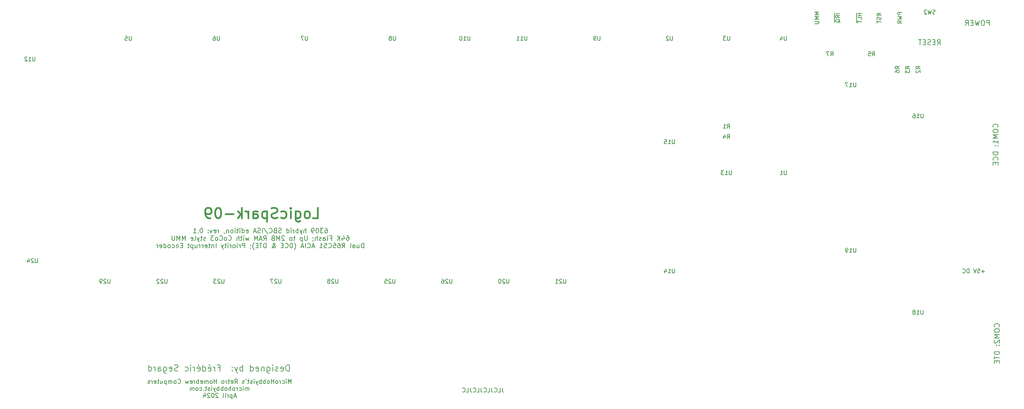
<source format=gbo>
G04 #@! TF.GenerationSoftware,KiCad,Pcbnew,7.0.7*
G04 #@! TF.CreationDate,2024-03-19T08:19:51-04:00*
G04 #@! TF.ProjectId,PCB - CPU V1,50434220-2d20-4435-9055-2056312e6b69,1.0*
G04 #@! TF.SameCoordinates,Original*
G04 #@! TF.FileFunction,Legend,Bot*
G04 #@! TF.FilePolarity,Positive*
%FSLAX46Y46*%
G04 Gerber Fmt 4.6, Leading zero omitted, Abs format (unit mm)*
G04 Created by KiCad (PCBNEW 7.0.7) date 2024-03-19 08:19:51*
%MOMM*%
%LPD*%
G01*
G04 APERTURE LIST*
%ADD10C,0.177800*%
%ADD11C,0.152400*%
%ADD12C,0.381000*%
%ADD13C,0.150000*%
%ADD14C,0.203200*%
%ADD15O,1.600000X1.600000*%
%ADD16R,1.600000X1.600000*%
%ADD17C,1.400000*%
%ADD18O,1.400000X1.400000*%
%ADD19C,1.600000*%
%ADD20R,2.000000X4.500000*%
%ADD21R,4.500000X2.000000*%
%ADD22C,4.000000*%
%ADD23R,1.800000X1.800000*%
%ADD24C,1.800000*%
%ADD25R,1.500000X1.500000*%
%ADD26C,1.500000*%
%ADD27C,2.100000*%
%ADD28C,1.750000*%
%ADD29R,1.780000X7.620000*%
%ADD30C,2.600000*%
G04 APERTURE END LIST*
D10*
X203853141Y-101232431D02*
X204070855Y-101232431D01*
X204070855Y-101232431D02*
X204179712Y-101286860D01*
X204179712Y-101286860D02*
X204234141Y-101341288D01*
X204234141Y-101341288D02*
X204342998Y-101504574D01*
X204342998Y-101504574D02*
X204397426Y-101722288D01*
X204397426Y-101722288D02*
X204397426Y-102157717D01*
X204397426Y-102157717D02*
X204342998Y-102266574D01*
X204342998Y-102266574D02*
X204288569Y-102321003D01*
X204288569Y-102321003D02*
X204179712Y-102375431D01*
X204179712Y-102375431D02*
X203961998Y-102375431D01*
X203961998Y-102375431D02*
X203853141Y-102321003D01*
X203853141Y-102321003D02*
X203798712Y-102266574D01*
X203798712Y-102266574D02*
X203744283Y-102157717D01*
X203744283Y-102157717D02*
X203744283Y-101885574D01*
X203744283Y-101885574D02*
X203798712Y-101776717D01*
X203798712Y-101776717D02*
X203853141Y-101722288D01*
X203853141Y-101722288D02*
X203961998Y-101667860D01*
X203961998Y-101667860D02*
X204179712Y-101667860D01*
X204179712Y-101667860D02*
X204288569Y-101722288D01*
X204288569Y-101722288D02*
X204342998Y-101776717D01*
X204342998Y-101776717D02*
X204397426Y-101885574D01*
X203363284Y-101232431D02*
X202655712Y-101232431D01*
X202655712Y-101232431D02*
X203036712Y-101667860D01*
X203036712Y-101667860D02*
X202873427Y-101667860D01*
X202873427Y-101667860D02*
X202764570Y-101722288D01*
X202764570Y-101722288D02*
X202710141Y-101776717D01*
X202710141Y-101776717D02*
X202655712Y-101885574D01*
X202655712Y-101885574D02*
X202655712Y-102157717D01*
X202655712Y-102157717D02*
X202710141Y-102266574D01*
X202710141Y-102266574D02*
X202764570Y-102321003D01*
X202764570Y-102321003D02*
X202873427Y-102375431D01*
X202873427Y-102375431D02*
X203199998Y-102375431D01*
X203199998Y-102375431D02*
X203308855Y-102321003D01*
X203308855Y-102321003D02*
X203363284Y-102266574D01*
X201948141Y-101232431D02*
X201839284Y-101232431D01*
X201839284Y-101232431D02*
X201730427Y-101286860D01*
X201730427Y-101286860D02*
X201675999Y-101341288D01*
X201675999Y-101341288D02*
X201621570Y-101450145D01*
X201621570Y-101450145D02*
X201567141Y-101667860D01*
X201567141Y-101667860D02*
X201567141Y-101940003D01*
X201567141Y-101940003D02*
X201621570Y-102157717D01*
X201621570Y-102157717D02*
X201675999Y-102266574D01*
X201675999Y-102266574D02*
X201730427Y-102321003D01*
X201730427Y-102321003D02*
X201839284Y-102375431D01*
X201839284Y-102375431D02*
X201948141Y-102375431D01*
X201948141Y-102375431D02*
X202056999Y-102321003D01*
X202056999Y-102321003D02*
X202111427Y-102266574D01*
X202111427Y-102266574D02*
X202165856Y-102157717D01*
X202165856Y-102157717D02*
X202220284Y-101940003D01*
X202220284Y-101940003D02*
X202220284Y-101667860D01*
X202220284Y-101667860D02*
X202165856Y-101450145D01*
X202165856Y-101450145D02*
X202111427Y-101341288D01*
X202111427Y-101341288D02*
X202056999Y-101286860D01*
X202056999Y-101286860D02*
X201948141Y-101232431D01*
X201022856Y-102375431D02*
X200805142Y-102375431D01*
X200805142Y-102375431D02*
X200696285Y-102321003D01*
X200696285Y-102321003D02*
X200641856Y-102266574D01*
X200641856Y-102266574D02*
X200532999Y-102103288D01*
X200532999Y-102103288D02*
X200478570Y-101885574D01*
X200478570Y-101885574D02*
X200478570Y-101450145D01*
X200478570Y-101450145D02*
X200532999Y-101341288D01*
X200532999Y-101341288D02*
X200587428Y-101286860D01*
X200587428Y-101286860D02*
X200696285Y-101232431D01*
X200696285Y-101232431D02*
X200913999Y-101232431D01*
X200913999Y-101232431D02*
X201022856Y-101286860D01*
X201022856Y-101286860D02*
X201077285Y-101341288D01*
X201077285Y-101341288D02*
X201131713Y-101450145D01*
X201131713Y-101450145D02*
X201131713Y-101722288D01*
X201131713Y-101722288D02*
X201077285Y-101831145D01*
X201077285Y-101831145D02*
X201022856Y-101885574D01*
X201022856Y-101885574D02*
X200913999Y-101940003D01*
X200913999Y-101940003D02*
X200696285Y-101940003D01*
X200696285Y-101940003D02*
X200587428Y-101885574D01*
X200587428Y-101885574D02*
X200532999Y-101831145D01*
X200532999Y-101831145D02*
X200478570Y-101722288D01*
X199117857Y-102375431D02*
X199117857Y-101232431D01*
X198628000Y-102375431D02*
X198628000Y-101776717D01*
X198628000Y-101776717D02*
X198682428Y-101667860D01*
X198682428Y-101667860D02*
X198791285Y-101613431D01*
X198791285Y-101613431D02*
X198954571Y-101613431D01*
X198954571Y-101613431D02*
X199063428Y-101667860D01*
X199063428Y-101667860D02*
X199117857Y-101722288D01*
X198192571Y-101613431D02*
X197920428Y-102375431D01*
X197648285Y-101613431D02*
X197920428Y-102375431D01*
X197920428Y-102375431D02*
X198029285Y-102647574D01*
X198029285Y-102647574D02*
X198083714Y-102702003D01*
X198083714Y-102702003D02*
X198192571Y-102756431D01*
X197212857Y-102375431D02*
X197212857Y-101232431D01*
X197212857Y-101667860D02*
X197104000Y-101613431D01*
X197104000Y-101613431D02*
X196886285Y-101613431D01*
X196886285Y-101613431D02*
X196777428Y-101667860D01*
X196777428Y-101667860D02*
X196723000Y-101722288D01*
X196723000Y-101722288D02*
X196668571Y-101831145D01*
X196668571Y-101831145D02*
X196668571Y-102157717D01*
X196668571Y-102157717D02*
X196723000Y-102266574D01*
X196723000Y-102266574D02*
X196777428Y-102321003D01*
X196777428Y-102321003D02*
X196886285Y-102375431D01*
X196886285Y-102375431D02*
X197104000Y-102375431D01*
X197104000Y-102375431D02*
X197212857Y-102321003D01*
X196178714Y-102375431D02*
X196178714Y-101613431D01*
X196178714Y-101831145D02*
X196124285Y-101722288D01*
X196124285Y-101722288D02*
X196069857Y-101667860D01*
X196069857Y-101667860D02*
X195960999Y-101613431D01*
X195960999Y-101613431D02*
X195852142Y-101613431D01*
X195471143Y-102375431D02*
X195471143Y-101613431D01*
X195471143Y-101232431D02*
X195525571Y-101286860D01*
X195525571Y-101286860D02*
X195471143Y-101341288D01*
X195471143Y-101341288D02*
X195416714Y-101286860D01*
X195416714Y-101286860D02*
X195471143Y-101232431D01*
X195471143Y-101232431D02*
X195471143Y-101341288D01*
X194437000Y-102375431D02*
X194437000Y-101232431D01*
X194437000Y-102321003D02*
X194545857Y-102375431D01*
X194545857Y-102375431D02*
X194763571Y-102375431D01*
X194763571Y-102375431D02*
X194872428Y-102321003D01*
X194872428Y-102321003D02*
X194926857Y-102266574D01*
X194926857Y-102266574D02*
X194981285Y-102157717D01*
X194981285Y-102157717D02*
X194981285Y-101831145D01*
X194981285Y-101831145D02*
X194926857Y-101722288D01*
X194926857Y-101722288D02*
X194872428Y-101667860D01*
X194872428Y-101667860D02*
X194763571Y-101613431D01*
X194763571Y-101613431D02*
X194545857Y-101613431D01*
X194545857Y-101613431D02*
X194437000Y-101667860D01*
X193076285Y-102321003D02*
X192913000Y-102375431D01*
X192913000Y-102375431D02*
X192640857Y-102375431D01*
X192640857Y-102375431D02*
X192532000Y-102321003D01*
X192532000Y-102321003D02*
X192477571Y-102266574D01*
X192477571Y-102266574D02*
X192423142Y-102157717D01*
X192423142Y-102157717D02*
X192423142Y-102048860D01*
X192423142Y-102048860D02*
X192477571Y-101940003D01*
X192477571Y-101940003D02*
X192532000Y-101885574D01*
X192532000Y-101885574D02*
X192640857Y-101831145D01*
X192640857Y-101831145D02*
X192858571Y-101776717D01*
X192858571Y-101776717D02*
X192967428Y-101722288D01*
X192967428Y-101722288D02*
X193021857Y-101667860D01*
X193021857Y-101667860D02*
X193076285Y-101559003D01*
X193076285Y-101559003D02*
X193076285Y-101450145D01*
X193076285Y-101450145D02*
X193021857Y-101341288D01*
X193021857Y-101341288D02*
X192967428Y-101286860D01*
X192967428Y-101286860D02*
X192858571Y-101232431D01*
X192858571Y-101232431D02*
X192586428Y-101232431D01*
X192586428Y-101232431D02*
X192423142Y-101286860D01*
X191552286Y-101776717D02*
X191389000Y-101831145D01*
X191389000Y-101831145D02*
X191334571Y-101885574D01*
X191334571Y-101885574D02*
X191280143Y-101994431D01*
X191280143Y-101994431D02*
X191280143Y-102157717D01*
X191280143Y-102157717D02*
X191334571Y-102266574D01*
X191334571Y-102266574D02*
X191389000Y-102321003D01*
X191389000Y-102321003D02*
X191497857Y-102375431D01*
X191497857Y-102375431D02*
X191933286Y-102375431D01*
X191933286Y-102375431D02*
X191933286Y-101232431D01*
X191933286Y-101232431D02*
X191552286Y-101232431D01*
X191552286Y-101232431D02*
X191443429Y-101286860D01*
X191443429Y-101286860D02*
X191389000Y-101341288D01*
X191389000Y-101341288D02*
X191334571Y-101450145D01*
X191334571Y-101450145D02*
X191334571Y-101559003D01*
X191334571Y-101559003D02*
X191389000Y-101667860D01*
X191389000Y-101667860D02*
X191443429Y-101722288D01*
X191443429Y-101722288D02*
X191552286Y-101776717D01*
X191552286Y-101776717D02*
X191933286Y-101776717D01*
X190137143Y-102266574D02*
X190191571Y-102321003D01*
X190191571Y-102321003D02*
X190354857Y-102375431D01*
X190354857Y-102375431D02*
X190463714Y-102375431D01*
X190463714Y-102375431D02*
X190627000Y-102321003D01*
X190627000Y-102321003D02*
X190735857Y-102212145D01*
X190735857Y-102212145D02*
X190790286Y-102103288D01*
X190790286Y-102103288D02*
X190844714Y-101885574D01*
X190844714Y-101885574D02*
X190844714Y-101722288D01*
X190844714Y-101722288D02*
X190790286Y-101504574D01*
X190790286Y-101504574D02*
X190735857Y-101395717D01*
X190735857Y-101395717D02*
X190627000Y-101286860D01*
X190627000Y-101286860D02*
X190463714Y-101232431D01*
X190463714Y-101232431D02*
X190354857Y-101232431D01*
X190354857Y-101232431D02*
X190191571Y-101286860D01*
X190191571Y-101286860D02*
X190137143Y-101341288D01*
X188830857Y-101178003D02*
X189810571Y-102647574D01*
X188449857Y-102375431D02*
X188449857Y-101232431D01*
X187959999Y-102321003D02*
X187796714Y-102375431D01*
X187796714Y-102375431D02*
X187524571Y-102375431D01*
X187524571Y-102375431D02*
X187415714Y-102321003D01*
X187415714Y-102321003D02*
X187361285Y-102266574D01*
X187361285Y-102266574D02*
X187306856Y-102157717D01*
X187306856Y-102157717D02*
X187306856Y-102048860D01*
X187306856Y-102048860D02*
X187361285Y-101940003D01*
X187361285Y-101940003D02*
X187415714Y-101885574D01*
X187415714Y-101885574D02*
X187524571Y-101831145D01*
X187524571Y-101831145D02*
X187742285Y-101776717D01*
X187742285Y-101776717D02*
X187851142Y-101722288D01*
X187851142Y-101722288D02*
X187905571Y-101667860D01*
X187905571Y-101667860D02*
X187959999Y-101559003D01*
X187959999Y-101559003D02*
X187959999Y-101450145D01*
X187959999Y-101450145D02*
X187905571Y-101341288D01*
X187905571Y-101341288D02*
X187851142Y-101286860D01*
X187851142Y-101286860D02*
X187742285Y-101232431D01*
X187742285Y-101232431D02*
X187470142Y-101232431D01*
X187470142Y-101232431D02*
X187306856Y-101286860D01*
X186871428Y-102048860D02*
X186327143Y-102048860D01*
X186980285Y-102375431D02*
X186599285Y-101232431D01*
X186599285Y-101232431D02*
X186218285Y-102375431D01*
X184531000Y-102321003D02*
X184639857Y-102375431D01*
X184639857Y-102375431D02*
X184857572Y-102375431D01*
X184857572Y-102375431D02*
X184966429Y-102321003D01*
X184966429Y-102321003D02*
X185020857Y-102212145D01*
X185020857Y-102212145D02*
X185020857Y-101776717D01*
X185020857Y-101776717D02*
X184966429Y-101667860D01*
X184966429Y-101667860D02*
X184857572Y-101613431D01*
X184857572Y-101613431D02*
X184639857Y-101613431D01*
X184639857Y-101613431D02*
X184531000Y-101667860D01*
X184531000Y-101667860D02*
X184476572Y-101776717D01*
X184476572Y-101776717D02*
X184476572Y-101885574D01*
X184476572Y-101885574D02*
X185020857Y-101994431D01*
X183496858Y-102375431D02*
X183496858Y-101232431D01*
X183496858Y-102321003D02*
X183605715Y-102375431D01*
X183605715Y-102375431D02*
X183823429Y-102375431D01*
X183823429Y-102375431D02*
X183932286Y-102321003D01*
X183932286Y-102321003D02*
X183986715Y-102266574D01*
X183986715Y-102266574D02*
X184041143Y-102157717D01*
X184041143Y-102157717D02*
X184041143Y-101831145D01*
X184041143Y-101831145D02*
X183986715Y-101722288D01*
X183986715Y-101722288D02*
X183932286Y-101667860D01*
X183932286Y-101667860D02*
X183823429Y-101613431D01*
X183823429Y-101613431D02*
X183605715Y-101613431D01*
X183605715Y-101613431D02*
X183496858Y-101667860D01*
X182952572Y-102375431D02*
X182952572Y-101613431D01*
X182952572Y-101232431D02*
X183007000Y-101286860D01*
X183007000Y-101286860D02*
X182952572Y-101341288D01*
X182952572Y-101341288D02*
X182898143Y-101286860D01*
X182898143Y-101286860D02*
X182952572Y-101232431D01*
X182952572Y-101232431D02*
X182952572Y-101341288D01*
X182571571Y-101613431D02*
X182136143Y-101613431D01*
X182408286Y-101232431D02*
X182408286Y-102212145D01*
X182408286Y-102212145D02*
X182353857Y-102321003D01*
X182353857Y-102321003D02*
X182245000Y-102375431D01*
X182245000Y-102375431D02*
X182136143Y-102375431D01*
X181755143Y-102375431D02*
X181755143Y-101613431D01*
X181755143Y-101232431D02*
X181809571Y-101286860D01*
X181809571Y-101286860D02*
X181755143Y-101341288D01*
X181755143Y-101341288D02*
X181700714Y-101286860D01*
X181700714Y-101286860D02*
X181755143Y-101232431D01*
X181755143Y-101232431D02*
X181755143Y-101341288D01*
X181047571Y-102375431D02*
X181156428Y-102321003D01*
X181156428Y-102321003D02*
X181210857Y-102266574D01*
X181210857Y-102266574D02*
X181265285Y-102157717D01*
X181265285Y-102157717D02*
X181265285Y-101831145D01*
X181265285Y-101831145D02*
X181210857Y-101722288D01*
X181210857Y-101722288D02*
X181156428Y-101667860D01*
X181156428Y-101667860D02*
X181047571Y-101613431D01*
X181047571Y-101613431D02*
X180884285Y-101613431D01*
X180884285Y-101613431D02*
X180775428Y-101667860D01*
X180775428Y-101667860D02*
X180721000Y-101722288D01*
X180721000Y-101722288D02*
X180666571Y-101831145D01*
X180666571Y-101831145D02*
X180666571Y-102157717D01*
X180666571Y-102157717D02*
X180721000Y-102266574D01*
X180721000Y-102266574D02*
X180775428Y-102321003D01*
X180775428Y-102321003D02*
X180884285Y-102375431D01*
X180884285Y-102375431D02*
X181047571Y-102375431D01*
X180176714Y-101613431D02*
X180176714Y-102375431D01*
X180176714Y-101722288D02*
X180122285Y-101667860D01*
X180122285Y-101667860D02*
X180013428Y-101613431D01*
X180013428Y-101613431D02*
X179850142Y-101613431D01*
X179850142Y-101613431D02*
X179741285Y-101667860D01*
X179741285Y-101667860D02*
X179686857Y-101776717D01*
X179686857Y-101776717D02*
X179686857Y-102375431D01*
X179088142Y-102321003D02*
X179088142Y-102375431D01*
X179088142Y-102375431D02*
X179142571Y-102484288D01*
X179142571Y-102484288D02*
X179196999Y-102538717D01*
X177727428Y-102375431D02*
X177727428Y-101613431D01*
X177727428Y-101831145D02*
X177672999Y-101722288D01*
X177672999Y-101722288D02*
X177618571Y-101667860D01*
X177618571Y-101667860D02*
X177509713Y-101613431D01*
X177509713Y-101613431D02*
X177400856Y-101613431D01*
X176584428Y-102321003D02*
X176693285Y-102375431D01*
X176693285Y-102375431D02*
X176911000Y-102375431D01*
X176911000Y-102375431D02*
X177019857Y-102321003D01*
X177019857Y-102321003D02*
X177074285Y-102212145D01*
X177074285Y-102212145D02*
X177074285Y-101776717D01*
X177074285Y-101776717D02*
X177019857Y-101667860D01*
X177019857Y-101667860D02*
X176911000Y-101613431D01*
X176911000Y-101613431D02*
X176693285Y-101613431D01*
X176693285Y-101613431D02*
X176584428Y-101667860D01*
X176584428Y-101667860D02*
X176530000Y-101776717D01*
X176530000Y-101776717D02*
X176530000Y-101885574D01*
X176530000Y-101885574D02*
X177074285Y-101994431D01*
X176149000Y-101613431D02*
X175876857Y-102375431D01*
X175876857Y-102375431D02*
X175604714Y-101613431D01*
X175169286Y-102266574D02*
X175114857Y-102321003D01*
X175114857Y-102321003D02*
X175169286Y-102375431D01*
X175169286Y-102375431D02*
X175223714Y-102321003D01*
X175223714Y-102321003D02*
X175169286Y-102266574D01*
X175169286Y-102266574D02*
X175169286Y-102375431D01*
X175169286Y-101667860D02*
X175114857Y-101722288D01*
X175114857Y-101722288D02*
X175169286Y-101776717D01*
X175169286Y-101776717D02*
X175223714Y-101722288D01*
X175223714Y-101722288D02*
X175169286Y-101667860D01*
X175169286Y-101667860D02*
X175169286Y-101776717D01*
X173536428Y-101232431D02*
X173427571Y-101232431D01*
X173427571Y-101232431D02*
X173318714Y-101286860D01*
X173318714Y-101286860D02*
X173264286Y-101341288D01*
X173264286Y-101341288D02*
X173209857Y-101450145D01*
X173209857Y-101450145D02*
X173155428Y-101667860D01*
X173155428Y-101667860D02*
X173155428Y-101940003D01*
X173155428Y-101940003D02*
X173209857Y-102157717D01*
X173209857Y-102157717D02*
X173264286Y-102266574D01*
X173264286Y-102266574D02*
X173318714Y-102321003D01*
X173318714Y-102321003D02*
X173427571Y-102375431D01*
X173427571Y-102375431D02*
X173536428Y-102375431D01*
X173536428Y-102375431D02*
X173645286Y-102321003D01*
X173645286Y-102321003D02*
X173699714Y-102266574D01*
X173699714Y-102266574D02*
X173754143Y-102157717D01*
X173754143Y-102157717D02*
X173808571Y-101940003D01*
X173808571Y-101940003D02*
X173808571Y-101667860D01*
X173808571Y-101667860D02*
X173754143Y-101450145D01*
X173754143Y-101450145D02*
X173699714Y-101341288D01*
X173699714Y-101341288D02*
X173645286Y-101286860D01*
X173645286Y-101286860D02*
X173536428Y-101232431D01*
X172665572Y-102266574D02*
X172611143Y-102321003D01*
X172611143Y-102321003D02*
X172665572Y-102375431D01*
X172665572Y-102375431D02*
X172720000Y-102321003D01*
X172720000Y-102321003D02*
X172665572Y-102266574D01*
X172665572Y-102266574D02*
X172665572Y-102375431D01*
X171522571Y-102375431D02*
X172175714Y-102375431D01*
X171849143Y-102375431D02*
X171849143Y-101232431D01*
X171849143Y-101232431D02*
X171958000Y-101395717D01*
X171958000Y-101395717D02*
X172066857Y-101504574D01*
X172066857Y-101504574D02*
X172175714Y-101559003D01*
X209132714Y-103072661D02*
X209350428Y-103072661D01*
X209350428Y-103072661D02*
X209459285Y-103127090D01*
X209459285Y-103127090D02*
X209513714Y-103181518D01*
X209513714Y-103181518D02*
X209622571Y-103344804D01*
X209622571Y-103344804D02*
X209676999Y-103562518D01*
X209676999Y-103562518D02*
X209676999Y-103997947D01*
X209676999Y-103997947D02*
X209622571Y-104106804D01*
X209622571Y-104106804D02*
X209568142Y-104161233D01*
X209568142Y-104161233D02*
X209459285Y-104215661D01*
X209459285Y-104215661D02*
X209241571Y-104215661D01*
X209241571Y-104215661D02*
X209132714Y-104161233D01*
X209132714Y-104161233D02*
X209078285Y-104106804D01*
X209078285Y-104106804D02*
X209023856Y-103997947D01*
X209023856Y-103997947D02*
X209023856Y-103725804D01*
X209023856Y-103725804D02*
X209078285Y-103616947D01*
X209078285Y-103616947D02*
X209132714Y-103562518D01*
X209132714Y-103562518D02*
X209241571Y-103508090D01*
X209241571Y-103508090D02*
X209459285Y-103508090D01*
X209459285Y-103508090D02*
X209568142Y-103562518D01*
X209568142Y-103562518D02*
X209622571Y-103616947D01*
X209622571Y-103616947D02*
X209676999Y-103725804D01*
X208044143Y-103453661D02*
X208044143Y-104215661D01*
X208316285Y-103018233D02*
X208588428Y-103834661D01*
X208588428Y-103834661D02*
X207880857Y-103834661D01*
X207445429Y-104215661D02*
X207445429Y-103072661D01*
X206792286Y-104215661D02*
X207282143Y-103562518D01*
X206792286Y-103072661D02*
X207445429Y-103725804D01*
X205050572Y-103616947D02*
X205431572Y-103616947D01*
X205431572Y-104215661D02*
X205431572Y-103072661D01*
X205431572Y-103072661D02*
X204887286Y-103072661D01*
X204288572Y-104215661D02*
X204397429Y-104161233D01*
X204397429Y-104161233D02*
X204451858Y-104052375D01*
X204451858Y-104052375D02*
X204451858Y-103072661D01*
X203363287Y-104215661D02*
X203363287Y-103616947D01*
X203363287Y-103616947D02*
X203417715Y-103508090D01*
X203417715Y-103508090D02*
X203526572Y-103453661D01*
X203526572Y-103453661D02*
X203744287Y-103453661D01*
X203744287Y-103453661D02*
X203853144Y-103508090D01*
X203363287Y-104161233D02*
X203472144Y-104215661D01*
X203472144Y-104215661D02*
X203744287Y-104215661D01*
X203744287Y-104215661D02*
X203853144Y-104161233D01*
X203853144Y-104161233D02*
X203907572Y-104052375D01*
X203907572Y-104052375D02*
X203907572Y-103943518D01*
X203907572Y-103943518D02*
X203853144Y-103834661D01*
X203853144Y-103834661D02*
X203744287Y-103780233D01*
X203744287Y-103780233D02*
X203472144Y-103780233D01*
X203472144Y-103780233D02*
X203363287Y-103725804D01*
X202873429Y-104161233D02*
X202764572Y-104215661D01*
X202764572Y-104215661D02*
X202546858Y-104215661D01*
X202546858Y-104215661D02*
X202438001Y-104161233D01*
X202438001Y-104161233D02*
X202383572Y-104052375D01*
X202383572Y-104052375D02*
X202383572Y-103997947D01*
X202383572Y-103997947D02*
X202438001Y-103889090D01*
X202438001Y-103889090D02*
X202546858Y-103834661D01*
X202546858Y-103834661D02*
X202710144Y-103834661D01*
X202710144Y-103834661D02*
X202819001Y-103780233D01*
X202819001Y-103780233D02*
X202873429Y-103671375D01*
X202873429Y-103671375D02*
X202873429Y-103616947D01*
X202873429Y-103616947D02*
X202819001Y-103508090D01*
X202819001Y-103508090D02*
X202710144Y-103453661D01*
X202710144Y-103453661D02*
X202546858Y-103453661D01*
X202546858Y-103453661D02*
X202438001Y-103508090D01*
X201893715Y-104215661D02*
X201893715Y-103072661D01*
X201403858Y-104215661D02*
X201403858Y-103616947D01*
X201403858Y-103616947D02*
X201458286Y-103508090D01*
X201458286Y-103508090D02*
X201567143Y-103453661D01*
X201567143Y-103453661D02*
X201730429Y-103453661D01*
X201730429Y-103453661D02*
X201839286Y-103508090D01*
X201839286Y-103508090D02*
X201893715Y-103562518D01*
X200805143Y-104161233D02*
X200805143Y-104215661D01*
X200805143Y-104215661D02*
X200859572Y-104324518D01*
X200859572Y-104324518D02*
X200914000Y-104378947D01*
X200859572Y-103508090D02*
X200805143Y-103562518D01*
X200805143Y-103562518D02*
X200859572Y-103616947D01*
X200859572Y-103616947D02*
X200914000Y-103562518D01*
X200914000Y-103562518D02*
X200859572Y-103508090D01*
X200859572Y-103508090D02*
X200859572Y-103616947D01*
X199444429Y-103072661D02*
X199444429Y-103997947D01*
X199444429Y-103997947D02*
X199390000Y-104106804D01*
X199390000Y-104106804D02*
X199335572Y-104161233D01*
X199335572Y-104161233D02*
X199226714Y-104215661D01*
X199226714Y-104215661D02*
X199009000Y-104215661D01*
X199009000Y-104215661D02*
X198900143Y-104161233D01*
X198900143Y-104161233D02*
X198845714Y-104106804D01*
X198845714Y-104106804D02*
X198791286Y-103997947D01*
X198791286Y-103997947D02*
X198791286Y-103072661D01*
X198247000Y-103453661D02*
X198247000Y-104596661D01*
X198247000Y-103508090D02*
X198138143Y-103453661D01*
X198138143Y-103453661D02*
X197920428Y-103453661D01*
X197920428Y-103453661D02*
X197811571Y-103508090D01*
X197811571Y-103508090D02*
X197757143Y-103562518D01*
X197757143Y-103562518D02*
X197702714Y-103671375D01*
X197702714Y-103671375D02*
X197702714Y-103997947D01*
X197702714Y-103997947D02*
X197757143Y-104106804D01*
X197757143Y-104106804D02*
X197811571Y-104161233D01*
X197811571Y-104161233D02*
X197920428Y-104215661D01*
X197920428Y-104215661D02*
X198138143Y-104215661D01*
X198138143Y-104215661D02*
X198247000Y-104161233D01*
X196505285Y-103453661D02*
X196069857Y-103453661D01*
X196342000Y-103072661D02*
X196342000Y-104052375D01*
X196342000Y-104052375D02*
X196287571Y-104161233D01*
X196287571Y-104161233D02*
X196178714Y-104215661D01*
X196178714Y-104215661D02*
X196069857Y-104215661D01*
X195525571Y-104215661D02*
X195634428Y-104161233D01*
X195634428Y-104161233D02*
X195688857Y-104106804D01*
X195688857Y-104106804D02*
X195743285Y-103997947D01*
X195743285Y-103997947D02*
X195743285Y-103671375D01*
X195743285Y-103671375D02*
X195688857Y-103562518D01*
X195688857Y-103562518D02*
X195634428Y-103508090D01*
X195634428Y-103508090D02*
X195525571Y-103453661D01*
X195525571Y-103453661D02*
X195362285Y-103453661D01*
X195362285Y-103453661D02*
X195253428Y-103508090D01*
X195253428Y-103508090D02*
X195199000Y-103562518D01*
X195199000Y-103562518D02*
X195144571Y-103671375D01*
X195144571Y-103671375D02*
X195144571Y-103997947D01*
X195144571Y-103997947D02*
X195199000Y-104106804D01*
X195199000Y-104106804D02*
X195253428Y-104161233D01*
X195253428Y-104161233D02*
X195362285Y-104215661D01*
X195362285Y-104215661D02*
X195525571Y-104215661D01*
X193838285Y-103181518D02*
X193783857Y-103127090D01*
X193783857Y-103127090D02*
X193675000Y-103072661D01*
X193675000Y-103072661D02*
X193402857Y-103072661D01*
X193402857Y-103072661D02*
X193294000Y-103127090D01*
X193294000Y-103127090D02*
X193239571Y-103181518D01*
X193239571Y-103181518D02*
X193185142Y-103290375D01*
X193185142Y-103290375D02*
X193185142Y-103399233D01*
X193185142Y-103399233D02*
X193239571Y-103562518D01*
X193239571Y-103562518D02*
X193892714Y-104215661D01*
X193892714Y-104215661D02*
X193185142Y-104215661D01*
X192695286Y-104215661D02*
X192695286Y-103072661D01*
X192695286Y-103072661D02*
X192314286Y-103889090D01*
X192314286Y-103889090D02*
X191933286Y-103072661D01*
X191933286Y-103072661D02*
X191933286Y-104215661D01*
X191008000Y-103616947D02*
X190844714Y-103671375D01*
X190844714Y-103671375D02*
X190790285Y-103725804D01*
X190790285Y-103725804D02*
X190735857Y-103834661D01*
X190735857Y-103834661D02*
X190735857Y-103997947D01*
X190735857Y-103997947D02*
X190790285Y-104106804D01*
X190790285Y-104106804D02*
X190844714Y-104161233D01*
X190844714Y-104161233D02*
X190953571Y-104215661D01*
X190953571Y-104215661D02*
X191389000Y-104215661D01*
X191389000Y-104215661D02*
X191389000Y-103072661D01*
X191389000Y-103072661D02*
X191008000Y-103072661D01*
X191008000Y-103072661D02*
X190899143Y-103127090D01*
X190899143Y-103127090D02*
X190844714Y-103181518D01*
X190844714Y-103181518D02*
X190790285Y-103290375D01*
X190790285Y-103290375D02*
X190790285Y-103399233D01*
X190790285Y-103399233D02*
X190844714Y-103508090D01*
X190844714Y-103508090D02*
X190899143Y-103562518D01*
X190899143Y-103562518D02*
X191008000Y-103616947D01*
X191008000Y-103616947D02*
X191389000Y-103616947D01*
X188722000Y-104215661D02*
X189103000Y-103671375D01*
X189375143Y-104215661D02*
X189375143Y-103072661D01*
X189375143Y-103072661D02*
X188939714Y-103072661D01*
X188939714Y-103072661D02*
X188830857Y-103127090D01*
X188830857Y-103127090D02*
X188776428Y-103181518D01*
X188776428Y-103181518D02*
X188722000Y-103290375D01*
X188722000Y-103290375D02*
X188722000Y-103453661D01*
X188722000Y-103453661D02*
X188776428Y-103562518D01*
X188776428Y-103562518D02*
X188830857Y-103616947D01*
X188830857Y-103616947D02*
X188939714Y-103671375D01*
X188939714Y-103671375D02*
X189375143Y-103671375D01*
X188286571Y-103889090D02*
X187742286Y-103889090D01*
X188395428Y-104215661D02*
X188014428Y-103072661D01*
X188014428Y-103072661D02*
X187633428Y-104215661D01*
X187252429Y-104215661D02*
X187252429Y-103072661D01*
X187252429Y-103072661D02*
X186871429Y-103889090D01*
X186871429Y-103889090D02*
X186490429Y-103072661D01*
X186490429Y-103072661D02*
X186490429Y-104215661D01*
X185184143Y-103453661D02*
X184966429Y-104215661D01*
X184966429Y-104215661D02*
X184748714Y-103671375D01*
X184748714Y-103671375D02*
X184531000Y-104215661D01*
X184531000Y-104215661D02*
X184313286Y-103453661D01*
X183877857Y-104215661D02*
X183877857Y-103453661D01*
X183877857Y-103072661D02*
X183932285Y-103127090D01*
X183932285Y-103127090D02*
X183877857Y-103181518D01*
X183877857Y-103181518D02*
X183823428Y-103127090D01*
X183823428Y-103127090D02*
X183877857Y-103072661D01*
X183877857Y-103072661D02*
X183877857Y-103181518D01*
X183496856Y-103453661D02*
X183061428Y-103453661D01*
X183333571Y-103072661D02*
X183333571Y-104052375D01*
X183333571Y-104052375D02*
X183279142Y-104161233D01*
X183279142Y-104161233D02*
X183170285Y-104215661D01*
X183170285Y-104215661D02*
X183061428Y-104215661D01*
X182680428Y-104215661D02*
X182680428Y-103072661D01*
X182190571Y-104215661D02*
X182190571Y-103616947D01*
X182190571Y-103616947D02*
X182244999Y-103508090D01*
X182244999Y-103508090D02*
X182353856Y-103453661D01*
X182353856Y-103453661D02*
X182517142Y-103453661D01*
X182517142Y-103453661D02*
X182625999Y-103508090D01*
X182625999Y-103508090D02*
X182680428Y-103562518D01*
X180122285Y-104106804D02*
X180176713Y-104161233D01*
X180176713Y-104161233D02*
X180339999Y-104215661D01*
X180339999Y-104215661D02*
X180448856Y-104215661D01*
X180448856Y-104215661D02*
X180612142Y-104161233D01*
X180612142Y-104161233D02*
X180720999Y-104052375D01*
X180720999Y-104052375D02*
X180775428Y-103943518D01*
X180775428Y-103943518D02*
X180829856Y-103725804D01*
X180829856Y-103725804D02*
X180829856Y-103562518D01*
X180829856Y-103562518D02*
X180775428Y-103344804D01*
X180775428Y-103344804D02*
X180720999Y-103235947D01*
X180720999Y-103235947D02*
X180612142Y-103127090D01*
X180612142Y-103127090D02*
X180448856Y-103072661D01*
X180448856Y-103072661D02*
X180339999Y-103072661D01*
X180339999Y-103072661D02*
X180176713Y-103127090D01*
X180176713Y-103127090D02*
X180122285Y-103181518D01*
X179469142Y-104215661D02*
X179577999Y-104161233D01*
X179577999Y-104161233D02*
X179632428Y-104106804D01*
X179632428Y-104106804D02*
X179686856Y-103997947D01*
X179686856Y-103997947D02*
X179686856Y-103671375D01*
X179686856Y-103671375D02*
X179632428Y-103562518D01*
X179632428Y-103562518D02*
X179577999Y-103508090D01*
X179577999Y-103508090D02*
X179469142Y-103453661D01*
X179469142Y-103453661D02*
X179305856Y-103453661D01*
X179305856Y-103453661D02*
X179196999Y-103508090D01*
X179196999Y-103508090D02*
X179142571Y-103562518D01*
X179142571Y-103562518D02*
X179088142Y-103671375D01*
X179088142Y-103671375D02*
X179088142Y-103997947D01*
X179088142Y-103997947D02*
X179142571Y-104106804D01*
X179142571Y-104106804D02*
X179196999Y-104161233D01*
X179196999Y-104161233D02*
X179305856Y-104215661D01*
X179305856Y-104215661D02*
X179469142Y-104215661D01*
X177945142Y-104106804D02*
X177999570Y-104161233D01*
X177999570Y-104161233D02*
X178162856Y-104215661D01*
X178162856Y-104215661D02*
X178271713Y-104215661D01*
X178271713Y-104215661D02*
X178434999Y-104161233D01*
X178434999Y-104161233D02*
X178543856Y-104052375D01*
X178543856Y-104052375D02*
X178598285Y-103943518D01*
X178598285Y-103943518D02*
X178652713Y-103725804D01*
X178652713Y-103725804D02*
X178652713Y-103562518D01*
X178652713Y-103562518D02*
X178598285Y-103344804D01*
X178598285Y-103344804D02*
X178543856Y-103235947D01*
X178543856Y-103235947D02*
X178434999Y-103127090D01*
X178434999Y-103127090D02*
X178271713Y-103072661D01*
X178271713Y-103072661D02*
X178162856Y-103072661D01*
X178162856Y-103072661D02*
X177999570Y-103127090D01*
X177999570Y-103127090D02*
X177945142Y-103181518D01*
X177291999Y-104215661D02*
X177400856Y-104161233D01*
X177400856Y-104161233D02*
X177455285Y-104106804D01*
X177455285Y-104106804D02*
X177509713Y-103997947D01*
X177509713Y-103997947D02*
X177509713Y-103671375D01*
X177509713Y-103671375D02*
X177455285Y-103562518D01*
X177455285Y-103562518D02*
X177400856Y-103508090D01*
X177400856Y-103508090D02*
X177291999Y-103453661D01*
X177291999Y-103453661D02*
X177128713Y-103453661D01*
X177128713Y-103453661D02*
X177019856Y-103508090D01*
X177019856Y-103508090D02*
X176965428Y-103562518D01*
X176965428Y-103562518D02*
X176910999Y-103671375D01*
X176910999Y-103671375D02*
X176910999Y-103997947D01*
X176910999Y-103997947D02*
X176965428Y-104106804D01*
X176965428Y-104106804D02*
X177019856Y-104161233D01*
X177019856Y-104161233D02*
X177128713Y-104215661D01*
X177128713Y-104215661D02*
X177291999Y-104215661D01*
X176529999Y-103072661D02*
X175822427Y-103072661D01*
X175822427Y-103072661D02*
X176203427Y-103508090D01*
X176203427Y-103508090D02*
X176040142Y-103508090D01*
X176040142Y-103508090D02*
X175931285Y-103562518D01*
X175931285Y-103562518D02*
X175876856Y-103616947D01*
X175876856Y-103616947D02*
X175822427Y-103725804D01*
X175822427Y-103725804D02*
X175822427Y-103997947D01*
X175822427Y-103997947D02*
X175876856Y-104106804D01*
X175876856Y-104106804D02*
X175931285Y-104161233D01*
X175931285Y-104161233D02*
X176040142Y-104215661D01*
X176040142Y-104215661D02*
X176366713Y-104215661D01*
X176366713Y-104215661D02*
X176475570Y-104161233D01*
X176475570Y-104161233D02*
X176529999Y-104106804D01*
X174516142Y-104161233D02*
X174407285Y-104215661D01*
X174407285Y-104215661D02*
X174189571Y-104215661D01*
X174189571Y-104215661D02*
X174080714Y-104161233D01*
X174080714Y-104161233D02*
X174026285Y-104052375D01*
X174026285Y-104052375D02*
X174026285Y-103997947D01*
X174026285Y-103997947D02*
X174080714Y-103889090D01*
X174080714Y-103889090D02*
X174189571Y-103834661D01*
X174189571Y-103834661D02*
X174352857Y-103834661D01*
X174352857Y-103834661D02*
X174461714Y-103780233D01*
X174461714Y-103780233D02*
X174516142Y-103671375D01*
X174516142Y-103671375D02*
X174516142Y-103616947D01*
X174516142Y-103616947D02*
X174461714Y-103508090D01*
X174461714Y-103508090D02*
X174352857Y-103453661D01*
X174352857Y-103453661D02*
X174189571Y-103453661D01*
X174189571Y-103453661D02*
X174080714Y-103508090D01*
X173699713Y-103453661D02*
X173264285Y-103453661D01*
X173536428Y-103072661D02*
X173536428Y-104052375D01*
X173536428Y-104052375D02*
X173481999Y-104161233D01*
X173481999Y-104161233D02*
X173373142Y-104215661D01*
X173373142Y-104215661D02*
X173264285Y-104215661D01*
X172992142Y-103453661D02*
X172719999Y-104215661D01*
X172447856Y-103453661D02*
X172719999Y-104215661D01*
X172719999Y-104215661D02*
X172828856Y-104487804D01*
X172828856Y-104487804D02*
X172883285Y-104542233D01*
X172883285Y-104542233D02*
X172992142Y-104596661D01*
X171849142Y-104215661D02*
X171957999Y-104161233D01*
X171957999Y-104161233D02*
X172012428Y-104052375D01*
X172012428Y-104052375D02*
X172012428Y-103072661D01*
X170978285Y-104161233D02*
X171087142Y-104215661D01*
X171087142Y-104215661D02*
X171304857Y-104215661D01*
X171304857Y-104215661D02*
X171413714Y-104161233D01*
X171413714Y-104161233D02*
X171468142Y-104052375D01*
X171468142Y-104052375D02*
X171468142Y-103616947D01*
X171468142Y-103616947D02*
X171413714Y-103508090D01*
X171413714Y-103508090D02*
X171304857Y-103453661D01*
X171304857Y-103453661D02*
X171087142Y-103453661D01*
X171087142Y-103453661D02*
X170978285Y-103508090D01*
X170978285Y-103508090D02*
X170923857Y-103616947D01*
X170923857Y-103616947D02*
X170923857Y-103725804D01*
X170923857Y-103725804D02*
X171468142Y-103834661D01*
X169563143Y-104215661D02*
X169563143Y-103072661D01*
X169563143Y-103072661D02*
X169182143Y-103889090D01*
X169182143Y-103889090D02*
X168801143Y-103072661D01*
X168801143Y-103072661D02*
X168801143Y-104215661D01*
X168256857Y-104215661D02*
X168256857Y-103072661D01*
X168256857Y-103072661D02*
X167875857Y-103889090D01*
X167875857Y-103889090D02*
X167494857Y-103072661D01*
X167494857Y-103072661D02*
X167494857Y-104215661D01*
X166950571Y-103072661D02*
X166950571Y-103997947D01*
X166950571Y-103997947D02*
X166896142Y-104106804D01*
X166896142Y-104106804D02*
X166841714Y-104161233D01*
X166841714Y-104161233D02*
X166732856Y-104215661D01*
X166732856Y-104215661D02*
X166515142Y-104215661D01*
X166515142Y-104215661D02*
X166406285Y-104161233D01*
X166406285Y-104161233D02*
X166351856Y-104106804D01*
X166351856Y-104106804D02*
X166297428Y-103997947D01*
X166297428Y-103997947D02*
X166297428Y-103072661D01*
X213323712Y-106055891D02*
X213323712Y-104912891D01*
X213323712Y-104912891D02*
X213051569Y-104912891D01*
X213051569Y-104912891D02*
X212888283Y-104967320D01*
X212888283Y-104967320D02*
X212779426Y-105076177D01*
X212779426Y-105076177D02*
X212724997Y-105185034D01*
X212724997Y-105185034D02*
X212670569Y-105402748D01*
X212670569Y-105402748D02*
X212670569Y-105566034D01*
X212670569Y-105566034D02*
X212724997Y-105783748D01*
X212724997Y-105783748D02*
X212779426Y-105892605D01*
X212779426Y-105892605D02*
X212888283Y-106001463D01*
X212888283Y-106001463D02*
X213051569Y-106055891D01*
X213051569Y-106055891D02*
X213323712Y-106055891D01*
X211690855Y-105293891D02*
X211690855Y-106055891D01*
X212180712Y-105293891D02*
X212180712Y-105892605D01*
X212180712Y-105892605D02*
X212126283Y-106001463D01*
X212126283Y-106001463D02*
X212017426Y-106055891D01*
X212017426Y-106055891D02*
X211854140Y-106055891D01*
X211854140Y-106055891D02*
X211745283Y-106001463D01*
X211745283Y-106001463D02*
X211690855Y-105947034D01*
X210656712Y-106055891D02*
X210656712Y-105457177D01*
X210656712Y-105457177D02*
X210711140Y-105348320D01*
X210711140Y-105348320D02*
X210819997Y-105293891D01*
X210819997Y-105293891D02*
X211037712Y-105293891D01*
X211037712Y-105293891D02*
X211146569Y-105348320D01*
X210656712Y-106001463D02*
X210765569Y-106055891D01*
X210765569Y-106055891D02*
X211037712Y-106055891D01*
X211037712Y-106055891D02*
X211146569Y-106001463D01*
X211146569Y-106001463D02*
X211200997Y-105892605D01*
X211200997Y-105892605D02*
X211200997Y-105783748D01*
X211200997Y-105783748D02*
X211146569Y-105674891D01*
X211146569Y-105674891D02*
X211037712Y-105620463D01*
X211037712Y-105620463D02*
X210765569Y-105620463D01*
X210765569Y-105620463D02*
X210656712Y-105566034D01*
X209949140Y-106055891D02*
X210057997Y-106001463D01*
X210057997Y-106001463D02*
X210112426Y-105892605D01*
X210112426Y-105892605D02*
X210112426Y-104912891D01*
X207989712Y-106055891D02*
X208370712Y-105511605D01*
X208642855Y-106055891D02*
X208642855Y-104912891D01*
X208642855Y-104912891D02*
X208207426Y-104912891D01*
X208207426Y-104912891D02*
X208098569Y-104967320D01*
X208098569Y-104967320D02*
X208044140Y-105021748D01*
X208044140Y-105021748D02*
X207989712Y-105130605D01*
X207989712Y-105130605D02*
X207989712Y-105293891D01*
X207989712Y-105293891D02*
X208044140Y-105402748D01*
X208044140Y-105402748D02*
X208098569Y-105457177D01*
X208098569Y-105457177D02*
X208207426Y-105511605D01*
X208207426Y-105511605D02*
X208642855Y-105511605D01*
X207009998Y-104912891D02*
X207227712Y-104912891D01*
X207227712Y-104912891D02*
X207336569Y-104967320D01*
X207336569Y-104967320D02*
X207390998Y-105021748D01*
X207390998Y-105021748D02*
X207499855Y-105185034D01*
X207499855Y-105185034D02*
X207554283Y-105402748D01*
X207554283Y-105402748D02*
X207554283Y-105838177D01*
X207554283Y-105838177D02*
X207499855Y-105947034D01*
X207499855Y-105947034D02*
X207445426Y-106001463D01*
X207445426Y-106001463D02*
X207336569Y-106055891D01*
X207336569Y-106055891D02*
X207118855Y-106055891D01*
X207118855Y-106055891D02*
X207009998Y-106001463D01*
X207009998Y-106001463D02*
X206955569Y-105947034D01*
X206955569Y-105947034D02*
X206901140Y-105838177D01*
X206901140Y-105838177D02*
X206901140Y-105566034D01*
X206901140Y-105566034D02*
X206955569Y-105457177D01*
X206955569Y-105457177D02*
X207009998Y-105402748D01*
X207009998Y-105402748D02*
X207118855Y-105348320D01*
X207118855Y-105348320D02*
X207336569Y-105348320D01*
X207336569Y-105348320D02*
X207445426Y-105402748D01*
X207445426Y-105402748D02*
X207499855Y-105457177D01*
X207499855Y-105457177D02*
X207554283Y-105566034D01*
X205866998Y-104912891D02*
X206411284Y-104912891D01*
X206411284Y-104912891D02*
X206465712Y-105457177D01*
X206465712Y-105457177D02*
X206411284Y-105402748D01*
X206411284Y-105402748D02*
X206302427Y-105348320D01*
X206302427Y-105348320D02*
X206030284Y-105348320D01*
X206030284Y-105348320D02*
X205921427Y-105402748D01*
X205921427Y-105402748D02*
X205866998Y-105457177D01*
X205866998Y-105457177D02*
X205812569Y-105566034D01*
X205812569Y-105566034D02*
X205812569Y-105838177D01*
X205812569Y-105838177D02*
X205866998Y-105947034D01*
X205866998Y-105947034D02*
X205921427Y-106001463D01*
X205921427Y-106001463D02*
X206030284Y-106055891D01*
X206030284Y-106055891D02*
X206302427Y-106055891D01*
X206302427Y-106055891D02*
X206411284Y-106001463D01*
X206411284Y-106001463D02*
X206465712Y-105947034D01*
X204669570Y-105947034D02*
X204723998Y-106001463D01*
X204723998Y-106001463D02*
X204887284Y-106055891D01*
X204887284Y-106055891D02*
X204996141Y-106055891D01*
X204996141Y-106055891D02*
X205159427Y-106001463D01*
X205159427Y-106001463D02*
X205268284Y-105892605D01*
X205268284Y-105892605D02*
X205322713Y-105783748D01*
X205322713Y-105783748D02*
X205377141Y-105566034D01*
X205377141Y-105566034D02*
X205377141Y-105402748D01*
X205377141Y-105402748D02*
X205322713Y-105185034D01*
X205322713Y-105185034D02*
X205268284Y-105076177D01*
X205268284Y-105076177D02*
X205159427Y-104967320D01*
X205159427Y-104967320D02*
X204996141Y-104912891D01*
X204996141Y-104912891D02*
X204887284Y-104912891D01*
X204887284Y-104912891D02*
X204723998Y-104967320D01*
X204723998Y-104967320D02*
X204669570Y-105021748D01*
X203635427Y-104912891D02*
X204179713Y-104912891D01*
X204179713Y-104912891D02*
X204234141Y-105457177D01*
X204234141Y-105457177D02*
X204179713Y-105402748D01*
X204179713Y-105402748D02*
X204070856Y-105348320D01*
X204070856Y-105348320D02*
X203798713Y-105348320D01*
X203798713Y-105348320D02*
X203689856Y-105402748D01*
X203689856Y-105402748D02*
X203635427Y-105457177D01*
X203635427Y-105457177D02*
X203580998Y-105566034D01*
X203580998Y-105566034D02*
X203580998Y-105838177D01*
X203580998Y-105838177D02*
X203635427Y-105947034D01*
X203635427Y-105947034D02*
X203689856Y-106001463D01*
X203689856Y-106001463D02*
X203798713Y-106055891D01*
X203798713Y-106055891D02*
X204070856Y-106055891D01*
X204070856Y-106055891D02*
X204179713Y-106001463D01*
X204179713Y-106001463D02*
X204234141Y-105947034D01*
X202492427Y-106055891D02*
X203145570Y-106055891D01*
X202818999Y-106055891D02*
X202818999Y-104912891D01*
X202818999Y-104912891D02*
X202927856Y-105076177D01*
X202927856Y-105076177D02*
X203036713Y-105185034D01*
X203036713Y-105185034D02*
X203145570Y-105239463D01*
X201186142Y-105729320D02*
X200641857Y-105729320D01*
X201294999Y-106055891D02*
X200913999Y-104912891D01*
X200913999Y-104912891D02*
X200532999Y-106055891D01*
X199498857Y-105947034D02*
X199553285Y-106001463D01*
X199553285Y-106001463D02*
X199716571Y-106055891D01*
X199716571Y-106055891D02*
X199825428Y-106055891D01*
X199825428Y-106055891D02*
X199988714Y-106001463D01*
X199988714Y-106001463D02*
X200097571Y-105892605D01*
X200097571Y-105892605D02*
X200152000Y-105783748D01*
X200152000Y-105783748D02*
X200206428Y-105566034D01*
X200206428Y-105566034D02*
X200206428Y-105402748D01*
X200206428Y-105402748D02*
X200152000Y-105185034D01*
X200152000Y-105185034D02*
X200097571Y-105076177D01*
X200097571Y-105076177D02*
X199988714Y-104967320D01*
X199988714Y-104967320D02*
X199825428Y-104912891D01*
X199825428Y-104912891D02*
X199716571Y-104912891D01*
X199716571Y-104912891D02*
X199553285Y-104967320D01*
X199553285Y-104967320D02*
X199498857Y-105021748D01*
X199009000Y-106055891D02*
X199009000Y-104912891D01*
X198519142Y-105729320D02*
X197974857Y-105729320D01*
X198627999Y-106055891D02*
X198246999Y-104912891D01*
X198246999Y-104912891D02*
X197865999Y-106055891D01*
X196287571Y-106491320D02*
X196342000Y-106436891D01*
X196342000Y-106436891D02*
X196450857Y-106273605D01*
X196450857Y-106273605D02*
X196505286Y-106164748D01*
X196505286Y-106164748D02*
X196559714Y-106001463D01*
X196559714Y-106001463D02*
X196614143Y-105729320D01*
X196614143Y-105729320D02*
X196614143Y-105511605D01*
X196614143Y-105511605D02*
X196559714Y-105239463D01*
X196559714Y-105239463D02*
X196505286Y-105076177D01*
X196505286Y-105076177D02*
X196450857Y-104967320D01*
X196450857Y-104967320D02*
X196342000Y-104804034D01*
X196342000Y-104804034D02*
X196287571Y-104749605D01*
X195852143Y-106055891D02*
X195852143Y-104912891D01*
X195852143Y-104912891D02*
X195580000Y-104912891D01*
X195580000Y-104912891D02*
X195416714Y-104967320D01*
X195416714Y-104967320D02*
X195307857Y-105076177D01*
X195307857Y-105076177D02*
X195253428Y-105185034D01*
X195253428Y-105185034D02*
X195199000Y-105402748D01*
X195199000Y-105402748D02*
X195199000Y-105566034D01*
X195199000Y-105566034D02*
X195253428Y-105783748D01*
X195253428Y-105783748D02*
X195307857Y-105892605D01*
X195307857Y-105892605D02*
X195416714Y-106001463D01*
X195416714Y-106001463D02*
X195580000Y-106055891D01*
X195580000Y-106055891D02*
X195852143Y-106055891D01*
X194056000Y-105947034D02*
X194110428Y-106001463D01*
X194110428Y-106001463D02*
X194273714Y-106055891D01*
X194273714Y-106055891D02*
X194382571Y-106055891D01*
X194382571Y-106055891D02*
X194545857Y-106001463D01*
X194545857Y-106001463D02*
X194654714Y-105892605D01*
X194654714Y-105892605D02*
X194709143Y-105783748D01*
X194709143Y-105783748D02*
X194763571Y-105566034D01*
X194763571Y-105566034D02*
X194763571Y-105402748D01*
X194763571Y-105402748D02*
X194709143Y-105185034D01*
X194709143Y-105185034D02*
X194654714Y-105076177D01*
X194654714Y-105076177D02*
X194545857Y-104967320D01*
X194545857Y-104967320D02*
X194382571Y-104912891D01*
X194382571Y-104912891D02*
X194273714Y-104912891D01*
X194273714Y-104912891D02*
X194110428Y-104967320D01*
X194110428Y-104967320D02*
X194056000Y-105021748D01*
X193566143Y-105457177D02*
X193185143Y-105457177D01*
X193021857Y-106055891D02*
X193566143Y-106055891D01*
X193566143Y-106055891D02*
X193566143Y-104912891D01*
X193566143Y-104912891D02*
X193021857Y-104912891D01*
X190735857Y-106055891D02*
X190790286Y-106055891D01*
X190790286Y-106055891D02*
X190899143Y-106001463D01*
X190899143Y-106001463D02*
X191062428Y-105838177D01*
X191062428Y-105838177D02*
X191334571Y-105511605D01*
X191334571Y-105511605D02*
X191443428Y-105348320D01*
X191443428Y-105348320D02*
X191497857Y-105185034D01*
X191497857Y-105185034D02*
X191497857Y-105076177D01*
X191497857Y-105076177D02*
X191443428Y-104967320D01*
X191443428Y-104967320D02*
X191334571Y-104912891D01*
X191334571Y-104912891D02*
X191280143Y-104912891D01*
X191280143Y-104912891D02*
X191171286Y-104967320D01*
X191171286Y-104967320D02*
X191116857Y-105076177D01*
X191116857Y-105076177D02*
X191116857Y-105130605D01*
X191116857Y-105130605D02*
X191171286Y-105239463D01*
X191171286Y-105239463D02*
X191225714Y-105293891D01*
X191225714Y-105293891D02*
X191552286Y-105511605D01*
X191552286Y-105511605D02*
X191606714Y-105566034D01*
X191606714Y-105566034D02*
X191661143Y-105674891D01*
X191661143Y-105674891D02*
X191661143Y-105838177D01*
X191661143Y-105838177D02*
X191606714Y-105947034D01*
X191606714Y-105947034D02*
X191552286Y-106001463D01*
X191552286Y-106001463D02*
X191443428Y-106055891D01*
X191443428Y-106055891D02*
X191280143Y-106055891D01*
X191280143Y-106055891D02*
X191171286Y-106001463D01*
X191171286Y-106001463D02*
X191116857Y-105947034D01*
X191116857Y-105947034D02*
X190953571Y-105729320D01*
X190953571Y-105729320D02*
X190899143Y-105566034D01*
X190899143Y-105566034D02*
X190899143Y-105457177D01*
X189375143Y-106055891D02*
X189375143Y-104912891D01*
X189375143Y-104912891D02*
X189103000Y-104912891D01*
X189103000Y-104912891D02*
X188939714Y-104967320D01*
X188939714Y-104967320D02*
X188830857Y-105076177D01*
X188830857Y-105076177D02*
X188776428Y-105185034D01*
X188776428Y-105185034D02*
X188722000Y-105402748D01*
X188722000Y-105402748D02*
X188722000Y-105566034D01*
X188722000Y-105566034D02*
X188776428Y-105783748D01*
X188776428Y-105783748D02*
X188830857Y-105892605D01*
X188830857Y-105892605D02*
X188939714Y-106001463D01*
X188939714Y-106001463D02*
X189103000Y-106055891D01*
X189103000Y-106055891D02*
X189375143Y-106055891D01*
X188395428Y-104912891D02*
X187742286Y-104912891D01*
X188068857Y-106055891D02*
X188068857Y-104912891D01*
X187361286Y-105457177D02*
X186980286Y-105457177D01*
X186817000Y-106055891D02*
X187361286Y-106055891D01*
X187361286Y-106055891D02*
X187361286Y-104912891D01*
X187361286Y-104912891D02*
X186817000Y-104912891D01*
X186436000Y-106491320D02*
X186381571Y-106436891D01*
X186381571Y-106436891D02*
X186272714Y-106273605D01*
X186272714Y-106273605D02*
X186218286Y-106164748D01*
X186218286Y-106164748D02*
X186163857Y-106001463D01*
X186163857Y-106001463D02*
X186109428Y-105729320D01*
X186109428Y-105729320D02*
X186109428Y-105511605D01*
X186109428Y-105511605D02*
X186163857Y-105239463D01*
X186163857Y-105239463D02*
X186218286Y-105076177D01*
X186218286Y-105076177D02*
X186272714Y-104967320D01*
X186272714Y-104967320D02*
X186381571Y-104804034D01*
X186381571Y-104804034D02*
X186436000Y-104749605D01*
X185510714Y-106001463D02*
X185510714Y-106055891D01*
X185510714Y-106055891D02*
X185565143Y-106164748D01*
X185565143Y-106164748D02*
X185619571Y-106219177D01*
X185565143Y-105348320D02*
X185510714Y-105402748D01*
X185510714Y-105402748D02*
X185565143Y-105457177D01*
X185565143Y-105457177D02*
X185619571Y-105402748D01*
X185619571Y-105402748D02*
X185565143Y-105348320D01*
X185565143Y-105348320D02*
X185565143Y-105457177D01*
X184150000Y-106055891D02*
X184150000Y-104912891D01*
X184150000Y-104912891D02*
X183714571Y-104912891D01*
X183714571Y-104912891D02*
X183605714Y-104967320D01*
X183605714Y-104967320D02*
X183551285Y-105021748D01*
X183551285Y-105021748D02*
X183496857Y-105130605D01*
X183496857Y-105130605D02*
X183496857Y-105293891D01*
X183496857Y-105293891D02*
X183551285Y-105402748D01*
X183551285Y-105402748D02*
X183605714Y-105457177D01*
X183605714Y-105457177D02*
X183714571Y-105511605D01*
X183714571Y-105511605D02*
X184150000Y-105511605D01*
X183007000Y-106055891D02*
X183007000Y-105293891D01*
X183007000Y-105511605D02*
X182952571Y-105402748D01*
X182952571Y-105402748D02*
X182898143Y-105348320D01*
X182898143Y-105348320D02*
X182789285Y-105293891D01*
X182789285Y-105293891D02*
X182680428Y-105293891D01*
X182299429Y-106055891D02*
X182299429Y-105293891D01*
X182299429Y-104912891D02*
X182353857Y-104967320D01*
X182353857Y-104967320D02*
X182299429Y-105021748D01*
X182299429Y-105021748D02*
X182245000Y-104967320D01*
X182245000Y-104967320D02*
X182299429Y-104912891D01*
X182299429Y-104912891D02*
X182299429Y-105021748D01*
X181591857Y-106055891D02*
X181700714Y-106001463D01*
X181700714Y-106001463D02*
X181755143Y-105947034D01*
X181755143Y-105947034D02*
X181809571Y-105838177D01*
X181809571Y-105838177D02*
X181809571Y-105511605D01*
X181809571Y-105511605D02*
X181755143Y-105402748D01*
X181755143Y-105402748D02*
X181700714Y-105348320D01*
X181700714Y-105348320D02*
X181591857Y-105293891D01*
X181591857Y-105293891D02*
X181428571Y-105293891D01*
X181428571Y-105293891D02*
X181319714Y-105348320D01*
X181319714Y-105348320D02*
X181265286Y-105402748D01*
X181265286Y-105402748D02*
X181210857Y-105511605D01*
X181210857Y-105511605D02*
X181210857Y-105838177D01*
X181210857Y-105838177D02*
X181265286Y-105947034D01*
X181265286Y-105947034D02*
X181319714Y-106001463D01*
X181319714Y-106001463D02*
X181428571Y-106055891D01*
X181428571Y-106055891D02*
X181591857Y-106055891D01*
X180721000Y-106055891D02*
X180721000Y-105293891D01*
X180721000Y-105511605D02*
X180666571Y-105402748D01*
X180666571Y-105402748D02*
X180612143Y-105348320D01*
X180612143Y-105348320D02*
X180503285Y-105293891D01*
X180503285Y-105293891D02*
X180394428Y-105293891D01*
X180013429Y-106055891D02*
X180013429Y-105293891D01*
X180013429Y-104912891D02*
X180067857Y-104967320D01*
X180067857Y-104967320D02*
X180013429Y-105021748D01*
X180013429Y-105021748D02*
X179959000Y-104967320D01*
X179959000Y-104967320D02*
X180013429Y-104912891D01*
X180013429Y-104912891D02*
X180013429Y-105021748D01*
X179632428Y-105293891D02*
X179197000Y-105293891D01*
X179469143Y-104912891D02*
X179469143Y-105892605D01*
X179469143Y-105892605D02*
X179414714Y-106001463D01*
X179414714Y-106001463D02*
X179305857Y-106055891D01*
X179305857Y-106055891D02*
X179197000Y-106055891D01*
X178924857Y-105293891D02*
X178652714Y-106055891D01*
X178380571Y-105293891D02*
X178652714Y-106055891D01*
X178652714Y-106055891D02*
X178761571Y-106328034D01*
X178761571Y-106328034D02*
X178816000Y-106382463D01*
X178816000Y-106382463D02*
X178924857Y-106436891D01*
X177074286Y-106055891D02*
X177074286Y-104912891D01*
X176530000Y-105293891D02*
X176530000Y-106055891D01*
X176530000Y-105402748D02*
X176475571Y-105348320D01*
X176475571Y-105348320D02*
X176366714Y-105293891D01*
X176366714Y-105293891D02*
X176203428Y-105293891D01*
X176203428Y-105293891D02*
X176094571Y-105348320D01*
X176094571Y-105348320D02*
X176040143Y-105457177D01*
X176040143Y-105457177D02*
X176040143Y-106055891D01*
X175659142Y-105293891D02*
X175223714Y-105293891D01*
X175495857Y-104912891D02*
X175495857Y-105892605D01*
X175495857Y-105892605D02*
X175441428Y-106001463D01*
X175441428Y-106001463D02*
X175332571Y-106055891D01*
X175332571Y-106055891D02*
X175223714Y-106055891D01*
X174407285Y-106001463D02*
X174516142Y-106055891D01*
X174516142Y-106055891D02*
X174733857Y-106055891D01*
X174733857Y-106055891D02*
X174842714Y-106001463D01*
X174842714Y-106001463D02*
X174897142Y-105892605D01*
X174897142Y-105892605D02*
X174897142Y-105457177D01*
X174897142Y-105457177D02*
X174842714Y-105348320D01*
X174842714Y-105348320D02*
X174733857Y-105293891D01*
X174733857Y-105293891D02*
X174516142Y-105293891D01*
X174516142Y-105293891D02*
X174407285Y-105348320D01*
X174407285Y-105348320D02*
X174352857Y-105457177D01*
X174352857Y-105457177D02*
X174352857Y-105566034D01*
X174352857Y-105566034D02*
X174897142Y-105674891D01*
X173863000Y-106055891D02*
X173863000Y-105293891D01*
X173863000Y-105511605D02*
X173808571Y-105402748D01*
X173808571Y-105402748D02*
X173754143Y-105348320D01*
X173754143Y-105348320D02*
X173645285Y-105293891D01*
X173645285Y-105293891D02*
X173536428Y-105293891D01*
X173155429Y-106055891D02*
X173155429Y-105293891D01*
X173155429Y-105511605D02*
X173101000Y-105402748D01*
X173101000Y-105402748D02*
X173046572Y-105348320D01*
X173046572Y-105348320D02*
X172937714Y-105293891D01*
X172937714Y-105293891D02*
X172828857Y-105293891D01*
X171958001Y-105293891D02*
X171958001Y-106055891D01*
X172447858Y-105293891D02*
X172447858Y-105892605D01*
X172447858Y-105892605D02*
X172393429Y-106001463D01*
X172393429Y-106001463D02*
X172284572Y-106055891D01*
X172284572Y-106055891D02*
X172121286Y-106055891D01*
X172121286Y-106055891D02*
X172012429Y-106001463D01*
X172012429Y-106001463D02*
X171958001Y-105947034D01*
X171413715Y-105293891D02*
X171413715Y-106436891D01*
X171413715Y-105348320D02*
X171304858Y-105293891D01*
X171304858Y-105293891D02*
X171087143Y-105293891D01*
X171087143Y-105293891D02*
X170978286Y-105348320D01*
X170978286Y-105348320D02*
X170923858Y-105402748D01*
X170923858Y-105402748D02*
X170869429Y-105511605D01*
X170869429Y-105511605D02*
X170869429Y-105838177D01*
X170869429Y-105838177D02*
X170923858Y-105947034D01*
X170923858Y-105947034D02*
X170978286Y-106001463D01*
X170978286Y-106001463D02*
X171087143Y-106055891D01*
X171087143Y-106055891D02*
X171304858Y-106055891D01*
X171304858Y-106055891D02*
X171413715Y-106001463D01*
X170542857Y-105293891D02*
X170107429Y-105293891D01*
X170379572Y-104912891D02*
X170379572Y-105892605D01*
X170379572Y-105892605D02*
X170325143Y-106001463D01*
X170325143Y-106001463D02*
X170216286Y-106055891D01*
X170216286Y-106055891D02*
X170107429Y-106055891D01*
X168855572Y-105457177D02*
X168474572Y-105457177D01*
X168311286Y-106055891D02*
X168855572Y-106055891D01*
X168855572Y-106055891D02*
X168855572Y-104912891D01*
X168855572Y-104912891D02*
X168311286Y-104912891D01*
X167821429Y-105293891D02*
X167821429Y-106055891D01*
X167821429Y-105402748D02*
X167767000Y-105348320D01*
X167767000Y-105348320D02*
X167658143Y-105293891D01*
X167658143Y-105293891D02*
X167494857Y-105293891D01*
X167494857Y-105293891D02*
X167386000Y-105348320D01*
X167386000Y-105348320D02*
X167331572Y-105457177D01*
X167331572Y-105457177D02*
X167331572Y-106055891D01*
X166297429Y-106001463D02*
X166406286Y-106055891D01*
X166406286Y-106055891D02*
X166624000Y-106055891D01*
X166624000Y-106055891D02*
X166732857Y-106001463D01*
X166732857Y-106001463D02*
X166787286Y-105947034D01*
X166787286Y-105947034D02*
X166841714Y-105838177D01*
X166841714Y-105838177D02*
X166841714Y-105511605D01*
X166841714Y-105511605D02*
X166787286Y-105402748D01*
X166787286Y-105402748D02*
X166732857Y-105348320D01*
X166732857Y-105348320D02*
X166624000Y-105293891D01*
X166624000Y-105293891D02*
X166406286Y-105293891D01*
X166406286Y-105293891D02*
X166297429Y-105348320D01*
X165644286Y-106055891D02*
X165753143Y-106001463D01*
X165753143Y-106001463D02*
X165807572Y-105947034D01*
X165807572Y-105947034D02*
X165862000Y-105838177D01*
X165862000Y-105838177D02*
X165862000Y-105511605D01*
X165862000Y-105511605D02*
X165807572Y-105402748D01*
X165807572Y-105402748D02*
X165753143Y-105348320D01*
X165753143Y-105348320D02*
X165644286Y-105293891D01*
X165644286Y-105293891D02*
X165481000Y-105293891D01*
X165481000Y-105293891D02*
X165372143Y-105348320D01*
X165372143Y-105348320D02*
X165317715Y-105402748D01*
X165317715Y-105402748D02*
X165263286Y-105511605D01*
X165263286Y-105511605D02*
X165263286Y-105838177D01*
X165263286Y-105838177D02*
X165317715Y-105947034D01*
X165317715Y-105947034D02*
X165372143Y-106001463D01*
X165372143Y-106001463D02*
X165481000Y-106055891D01*
X165481000Y-106055891D02*
X165644286Y-106055891D01*
X164283572Y-106055891D02*
X164283572Y-104912891D01*
X164283572Y-106001463D02*
X164392429Y-106055891D01*
X164392429Y-106055891D02*
X164610143Y-106055891D01*
X164610143Y-106055891D02*
X164719000Y-106001463D01*
X164719000Y-106001463D02*
X164773429Y-105947034D01*
X164773429Y-105947034D02*
X164827857Y-105838177D01*
X164827857Y-105838177D02*
X164827857Y-105511605D01*
X164827857Y-105511605D02*
X164773429Y-105402748D01*
X164773429Y-105402748D02*
X164719000Y-105348320D01*
X164719000Y-105348320D02*
X164610143Y-105293891D01*
X164610143Y-105293891D02*
X164392429Y-105293891D01*
X164392429Y-105293891D02*
X164283572Y-105348320D01*
X163303857Y-106001463D02*
X163412714Y-106055891D01*
X163412714Y-106055891D02*
X163630429Y-106055891D01*
X163630429Y-106055891D02*
X163739286Y-106001463D01*
X163739286Y-106001463D02*
X163793714Y-105892605D01*
X163793714Y-105892605D02*
X163793714Y-105457177D01*
X163793714Y-105457177D02*
X163739286Y-105348320D01*
X163739286Y-105348320D02*
X163630429Y-105293891D01*
X163630429Y-105293891D02*
X163412714Y-105293891D01*
X163412714Y-105293891D02*
X163303857Y-105348320D01*
X163303857Y-105348320D02*
X163249429Y-105457177D01*
X163249429Y-105457177D02*
X163249429Y-105566034D01*
X163249429Y-105566034D02*
X163793714Y-105674891D01*
X162759572Y-106055891D02*
X162759572Y-105293891D01*
X162759572Y-105511605D02*
X162705143Y-105402748D01*
X162705143Y-105402748D02*
X162650715Y-105348320D01*
X162650715Y-105348320D02*
X162541857Y-105293891D01*
X162541857Y-105293891D02*
X162433000Y-105293891D01*
D11*
X247262951Y-140456735D02*
X247262951Y-141182450D01*
X247262951Y-141182450D02*
X247311332Y-141327593D01*
X247311332Y-141327593D02*
X247408094Y-141424355D01*
X247408094Y-141424355D02*
X247553237Y-141472735D01*
X247553237Y-141472735D02*
X247649999Y-141472735D01*
X246295332Y-141472735D02*
X246779142Y-141472735D01*
X246779142Y-141472735D02*
X246779142Y-140456735D01*
X245376094Y-141375974D02*
X245424475Y-141424355D01*
X245424475Y-141424355D02*
X245569618Y-141472735D01*
X245569618Y-141472735D02*
X245666380Y-141472735D01*
X245666380Y-141472735D02*
X245811523Y-141424355D01*
X245811523Y-141424355D02*
X245908285Y-141327593D01*
X245908285Y-141327593D02*
X245956666Y-141230831D01*
X245956666Y-141230831D02*
X246005047Y-141037307D01*
X246005047Y-141037307D02*
X246005047Y-140892164D01*
X246005047Y-140892164D02*
X245956666Y-140698640D01*
X245956666Y-140698640D02*
X245908285Y-140601878D01*
X245908285Y-140601878D02*
X245811523Y-140505116D01*
X245811523Y-140505116D02*
X245666380Y-140456735D01*
X245666380Y-140456735D02*
X245569618Y-140456735D01*
X245569618Y-140456735D02*
X245424475Y-140505116D01*
X245424475Y-140505116D02*
X245376094Y-140553497D01*
X244650380Y-140456735D02*
X244650380Y-141182450D01*
X244650380Y-141182450D02*
X244698761Y-141327593D01*
X244698761Y-141327593D02*
X244795523Y-141424355D01*
X244795523Y-141424355D02*
X244940666Y-141472735D01*
X244940666Y-141472735D02*
X245037428Y-141472735D01*
X243682761Y-141472735D02*
X244166571Y-141472735D01*
X244166571Y-141472735D02*
X244166571Y-140456735D01*
X242763523Y-141375974D02*
X242811904Y-141424355D01*
X242811904Y-141424355D02*
X242957047Y-141472735D01*
X242957047Y-141472735D02*
X243053809Y-141472735D01*
X243053809Y-141472735D02*
X243198952Y-141424355D01*
X243198952Y-141424355D02*
X243295714Y-141327593D01*
X243295714Y-141327593D02*
X243344095Y-141230831D01*
X243344095Y-141230831D02*
X243392476Y-141037307D01*
X243392476Y-141037307D02*
X243392476Y-140892164D01*
X243392476Y-140892164D02*
X243344095Y-140698640D01*
X243344095Y-140698640D02*
X243295714Y-140601878D01*
X243295714Y-140601878D02*
X243198952Y-140505116D01*
X243198952Y-140505116D02*
X243053809Y-140456735D01*
X243053809Y-140456735D02*
X242957047Y-140456735D01*
X242957047Y-140456735D02*
X242811904Y-140505116D01*
X242811904Y-140505116D02*
X242763523Y-140553497D01*
X242037809Y-140456735D02*
X242037809Y-141182450D01*
X242037809Y-141182450D02*
X242086190Y-141327593D01*
X242086190Y-141327593D02*
X242182952Y-141424355D01*
X242182952Y-141424355D02*
X242328095Y-141472735D01*
X242328095Y-141472735D02*
X242424857Y-141472735D01*
X241070190Y-141472735D02*
X241554000Y-141472735D01*
X241554000Y-141472735D02*
X241554000Y-140456735D01*
X240150952Y-141375974D02*
X240199333Y-141424355D01*
X240199333Y-141424355D02*
X240344476Y-141472735D01*
X240344476Y-141472735D02*
X240441238Y-141472735D01*
X240441238Y-141472735D02*
X240586381Y-141424355D01*
X240586381Y-141424355D02*
X240683143Y-141327593D01*
X240683143Y-141327593D02*
X240731524Y-141230831D01*
X240731524Y-141230831D02*
X240779905Y-141037307D01*
X240779905Y-141037307D02*
X240779905Y-140892164D01*
X240779905Y-140892164D02*
X240731524Y-140698640D01*
X240731524Y-140698640D02*
X240683143Y-140601878D01*
X240683143Y-140601878D02*
X240586381Y-140505116D01*
X240586381Y-140505116D02*
X240441238Y-140456735D01*
X240441238Y-140456735D02*
X240344476Y-140456735D01*
X240344476Y-140456735D02*
X240199333Y-140505116D01*
X240199333Y-140505116D02*
X240150952Y-140553497D01*
X239425238Y-140456735D02*
X239425238Y-141182450D01*
X239425238Y-141182450D02*
X239473619Y-141327593D01*
X239473619Y-141327593D02*
X239570381Y-141424355D01*
X239570381Y-141424355D02*
X239715524Y-141472735D01*
X239715524Y-141472735D02*
X239812286Y-141472735D01*
X238457619Y-141472735D02*
X238941429Y-141472735D01*
X238941429Y-141472735D02*
X238941429Y-140456735D01*
X237538381Y-141375974D02*
X237586762Y-141424355D01*
X237586762Y-141424355D02*
X237731905Y-141472735D01*
X237731905Y-141472735D02*
X237828667Y-141472735D01*
X237828667Y-141472735D02*
X237973810Y-141424355D01*
X237973810Y-141424355D02*
X238070572Y-141327593D01*
X238070572Y-141327593D02*
X238118953Y-141230831D01*
X238118953Y-141230831D02*
X238167334Y-141037307D01*
X238167334Y-141037307D02*
X238167334Y-140892164D01*
X238167334Y-140892164D02*
X238118953Y-140698640D01*
X238118953Y-140698640D02*
X238070572Y-140601878D01*
X238070572Y-140601878D02*
X237973810Y-140505116D01*
X237973810Y-140505116D02*
X237828667Y-140456735D01*
X237828667Y-140456735D02*
X237731905Y-140456735D01*
X237731905Y-140456735D02*
X237586762Y-140505116D01*
X237586762Y-140505116D02*
X237538381Y-140553497D01*
D12*
X200796071Y-98729340D02*
X202005595Y-98729340D01*
X202005595Y-98729340D02*
X202005595Y-96189340D01*
X199586547Y-98729340D02*
X199828452Y-98608388D01*
X199828452Y-98608388D02*
X199949405Y-98487435D01*
X199949405Y-98487435D02*
X200070357Y-98245530D01*
X200070357Y-98245530D02*
X200070357Y-97519816D01*
X200070357Y-97519816D02*
X199949405Y-97277911D01*
X199949405Y-97277911D02*
X199828452Y-97156959D01*
X199828452Y-97156959D02*
X199586547Y-97036007D01*
X199586547Y-97036007D02*
X199223690Y-97036007D01*
X199223690Y-97036007D02*
X198981786Y-97156959D01*
X198981786Y-97156959D02*
X198860833Y-97277911D01*
X198860833Y-97277911D02*
X198739881Y-97519816D01*
X198739881Y-97519816D02*
X198739881Y-98245530D01*
X198739881Y-98245530D02*
X198860833Y-98487435D01*
X198860833Y-98487435D02*
X198981786Y-98608388D01*
X198981786Y-98608388D02*
X199223690Y-98729340D01*
X199223690Y-98729340D02*
X199586547Y-98729340D01*
X196562738Y-97036007D02*
X196562738Y-99092197D01*
X196562738Y-99092197D02*
X196683691Y-99334102D01*
X196683691Y-99334102D02*
X196804643Y-99455054D01*
X196804643Y-99455054D02*
X197046548Y-99576007D01*
X197046548Y-99576007D02*
X197409405Y-99576007D01*
X197409405Y-99576007D02*
X197651310Y-99455054D01*
X196562738Y-98608388D02*
X196804643Y-98729340D01*
X196804643Y-98729340D02*
X197288452Y-98729340D01*
X197288452Y-98729340D02*
X197530357Y-98608388D01*
X197530357Y-98608388D02*
X197651310Y-98487435D01*
X197651310Y-98487435D02*
X197772262Y-98245530D01*
X197772262Y-98245530D02*
X197772262Y-97519816D01*
X197772262Y-97519816D02*
X197651310Y-97277911D01*
X197651310Y-97277911D02*
X197530357Y-97156959D01*
X197530357Y-97156959D02*
X197288452Y-97036007D01*
X197288452Y-97036007D02*
X196804643Y-97036007D01*
X196804643Y-97036007D02*
X196562738Y-97156959D01*
X195353215Y-98729340D02*
X195353215Y-97036007D01*
X195353215Y-96189340D02*
X195474167Y-96310292D01*
X195474167Y-96310292D02*
X195353215Y-96431245D01*
X195353215Y-96431245D02*
X195232262Y-96310292D01*
X195232262Y-96310292D02*
X195353215Y-96189340D01*
X195353215Y-96189340D02*
X195353215Y-96431245D01*
X193055119Y-98608388D02*
X193297024Y-98729340D01*
X193297024Y-98729340D02*
X193780833Y-98729340D01*
X193780833Y-98729340D02*
X194022738Y-98608388D01*
X194022738Y-98608388D02*
X194143691Y-98487435D01*
X194143691Y-98487435D02*
X194264643Y-98245530D01*
X194264643Y-98245530D02*
X194264643Y-97519816D01*
X194264643Y-97519816D02*
X194143691Y-97277911D01*
X194143691Y-97277911D02*
X194022738Y-97156959D01*
X194022738Y-97156959D02*
X193780833Y-97036007D01*
X193780833Y-97036007D02*
X193297024Y-97036007D01*
X193297024Y-97036007D02*
X193055119Y-97156959D01*
X192087500Y-98608388D02*
X191724643Y-98729340D01*
X191724643Y-98729340D02*
X191119881Y-98729340D01*
X191119881Y-98729340D02*
X190877976Y-98608388D01*
X190877976Y-98608388D02*
X190757024Y-98487435D01*
X190757024Y-98487435D02*
X190636071Y-98245530D01*
X190636071Y-98245530D02*
X190636071Y-98003626D01*
X190636071Y-98003626D02*
X190757024Y-97761721D01*
X190757024Y-97761721D02*
X190877976Y-97640768D01*
X190877976Y-97640768D02*
X191119881Y-97519816D01*
X191119881Y-97519816D02*
X191603690Y-97398864D01*
X191603690Y-97398864D02*
X191845595Y-97277911D01*
X191845595Y-97277911D02*
X191966548Y-97156959D01*
X191966548Y-97156959D02*
X192087500Y-96915054D01*
X192087500Y-96915054D02*
X192087500Y-96673149D01*
X192087500Y-96673149D02*
X191966548Y-96431245D01*
X191966548Y-96431245D02*
X191845595Y-96310292D01*
X191845595Y-96310292D02*
X191603690Y-96189340D01*
X191603690Y-96189340D02*
X190998929Y-96189340D01*
X190998929Y-96189340D02*
X190636071Y-96310292D01*
X189547500Y-97036007D02*
X189547500Y-99576007D01*
X189547500Y-97156959D02*
X189305595Y-97036007D01*
X189305595Y-97036007D02*
X188821785Y-97036007D01*
X188821785Y-97036007D02*
X188579881Y-97156959D01*
X188579881Y-97156959D02*
X188458928Y-97277911D01*
X188458928Y-97277911D02*
X188337976Y-97519816D01*
X188337976Y-97519816D02*
X188337976Y-98245530D01*
X188337976Y-98245530D02*
X188458928Y-98487435D01*
X188458928Y-98487435D02*
X188579881Y-98608388D01*
X188579881Y-98608388D02*
X188821785Y-98729340D01*
X188821785Y-98729340D02*
X189305595Y-98729340D01*
X189305595Y-98729340D02*
X189547500Y-98608388D01*
X186160833Y-98729340D02*
X186160833Y-97398864D01*
X186160833Y-97398864D02*
X186281786Y-97156959D01*
X186281786Y-97156959D02*
X186523690Y-97036007D01*
X186523690Y-97036007D02*
X187007500Y-97036007D01*
X187007500Y-97036007D02*
X187249405Y-97156959D01*
X186160833Y-98608388D02*
X186402738Y-98729340D01*
X186402738Y-98729340D02*
X187007500Y-98729340D01*
X187007500Y-98729340D02*
X187249405Y-98608388D01*
X187249405Y-98608388D02*
X187370357Y-98366483D01*
X187370357Y-98366483D02*
X187370357Y-98124578D01*
X187370357Y-98124578D02*
X187249405Y-97882673D01*
X187249405Y-97882673D02*
X187007500Y-97761721D01*
X187007500Y-97761721D02*
X186402738Y-97761721D01*
X186402738Y-97761721D02*
X186160833Y-97640768D01*
X184951310Y-98729340D02*
X184951310Y-97036007D01*
X184951310Y-97519816D02*
X184830357Y-97277911D01*
X184830357Y-97277911D02*
X184709405Y-97156959D01*
X184709405Y-97156959D02*
X184467500Y-97036007D01*
X184467500Y-97036007D02*
X184225595Y-97036007D01*
X183378929Y-98729340D02*
X183378929Y-96189340D01*
X183137024Y-97761721D02*
X182411310Y-98729340D01*
X182411310Y-97036007D02*
X183378929Y-98003626D01*
X181322739Y-97761721D02*
X179387501Y-97761721D01*
X177694167Y-96189340D02*
X177452262Y-96189340D01*
X177452262Y-96189340D02*
X177210358Y-96310292D01*
X177210358Y-96310292D02*
X177089405Y-96431245D01*
X177089405Y-96431245D02*
X176968453Y-96673149D01*
X176968453Y-96673149D02*
X176847500Y-97156959D01*
X176847500Y-97156959D02*
X176847500Y-97761721D01*
X176847500Y-97761721D02*
X176968453Y-98245530D01*
X176968453Y-98245530D02*
X177089405Y-98487435D01*
X177089405Y-98487435D02*
X177210358Y-98608388D01*
X177210358Y-98608388D02*
X177452262Y-98729340D01*
X177452262Y-98729340D02*
X177694167Y-98729340D01*
X177694167Y-98729340D02*
X177936072Y-98608388D01*
X177936072Y-98608388D02*
X178057024Y-98487435D01*
X178057024Y-98487435D02*
X178177977Y-98245530D01*
X178177977Y-98245530D02*
X178298929Y-97761721D01*
X178298929Y-97761721D02*
X178298929Y-97156959D01*
X178298929Y-97156959D02*
X178177977Y-96673149D01*
X178177977Y-96673149D02*
X178057024Y-96431245D01*
X178057024Y-96431245D02*
X177936072Y-96310292D01*
X177936072Y-96310292D02*
X177694167Y-96189340D01*
X175637976Y-98729340D02*
X175154167Y-98729340D01*
X175154167Y-98729340D02*
X174912262Y-98608388D01*
X174912262Y-98608388D02*
X174791310Y-98487435D01*
X174791310Y-98487435D02*
X174549405Y-98124578D01*
X174549405Y-98124578D02*
X174428452Y-97640768D01*
X174428452Y-97640768D02*
X174428452Y-96673149D01*
X174428452Y-96673149D02*
X174549405Y-96431245D01*
X174549405Y-96431245D02*
X174670357Y-96310292D01*
X174670357Y-96310292D02*
X174912262Y-96189340D01*
X174912262Y-96189340D02*
X175396071Y-96189340D01*
X175396071Y-96189340D02*
X175637976Y-96310292D01*
X175637976Y-96310292D02*
X175758929Y-96431245D01*
X175758929Y-96431245D02*
X175879881Y-96673149D01*
X175879881Y-96673149D02*
X175879881Y-97277911D01*
X175879881Y-97277911D02*
X175758929Y-97519816D01*
X175758929Y-97519816D02*
X175637976Y-97640768D01*
X175637976Y-97640768D02*
X175396071Y-97761721D01*
X175396071Y-97761721D02*
X174912262Y-97761721D01*
X174912262Y-97761721D02*
X174670357Y-97640768D01*
X174670357Y-97640768D02*
X174549405Y-97519816D01*
X174549405Y-97519816D02*
X174428452Y-97277911D01*
D13*
X365569166Y-111833866D02*
X364807262Y-111833866D01*
X365188214Y-112214819D02*
X365188214Y-111452914D01*
X363854881Y-111214819D02*
X364331071Y-111214819D01*
X364331071Y-111214819D02*
X364378690Y-111691009D01*
X364378690Y-111691009D02*
X364331071Y-111643390D01*
X364331071Y-111643390D02*
X364235833Y-111595771D01*
X364235833Y-111595771D02*
X363997738Y-111595771D01*
X363997738Y-111595771D02*
X363902500Y-111643390D01*
X363902500Y-111643390D02*
X363854881Y-111691009D01*
X363854881Y-111691009D02*
X363807262Y-111786247D01*
X363807262Y-111786247D02*
X363807262Y-112024342D01*
X363807262Y-112024342D02*
X363854881Y-112119580D01*
X363854881Y-112119580D02*
X363902500Y-112167200D01*
X363902500Y-112167200D02*
X363997738Y-112214819D01*
X363997738Y-112214819D02*
X364235833Y-112214819D01*
X364235833Y-112214819D02*
X364331071Y-112167200D01*
X364331071Y-112167200D02*
X364378690Y-112119580D01*
X363521547Y-111214819D02*
X363188214Y-112214819D01*
X363188214Y-112214819D02*
X362854881Y-111214819D01*
X361759642Y-112214819D02*
X361759642Y-111214819D01*
X361759642Y-111214819D02*
X361521547Y-111214819D01*
X361521547Y-111214819D02*
X361378690Y-111262438D01*
X361378690Y-111262438D02*
X361283452Y-111357676D01*
X361283452Y-111357676D02*
X361235833Y-111452914D01*
X361235833Y-111452914D02*
X361188214Y-111643390D01*
X361188214Y-111643390D02*
X361188214Y-111786247D01*
X361188214Y-111786247D02*
X361235833Y-111976723D01*
X361235833Y-111976723D02*
X361283452Y-112071961D01*
X361283452Y-112071961D02*
X361378690Y-112167200D01*
X361378690Y-112167200D02*
X361521547Y-112214819D01*
X361521547Y-112214819D02*
X361759642Y-112214819D01*
X360188214Y-112119580D02*
X360235833Y-112167200D01*
X360235833Y-112167200D02*
X360378690Y-112214819D01*
X360378690Y-112214819D02*
X360473928Y-112214819D01*
X360473928Y-112214819D02*
X360616785Y-112167200D01*
X360616785Y-112167200D02*
X360712023Y-112071961D01*
X360712023Y-112071961D02*
X360759642Y-111976723D01*
X360759642Y-111976723D02*
X360807261Y-111786247D01*
X360807261Y-111786247D02*
X360807261Y-111643390D01*
X360807261Y-111643390D02*
X360759642Y-111452914D01*
X360759642Y-111452914D02*
X360712023Y-111357676D01*
X360712023Y-111357676D02*
X360616785Y-111262438D01*
X360616785Y-111262438D02*
X360473928Y-111214819D01*
X360473928Y-111214819D02*
X360378690Y-111214819D01*
X360378690Y-111214819D02*
X360235833Y-111262438D01*
X360235833Y-111262438D02*
X360188214Y-111310057D01*
X324939819Y-48101429D02*
X323939819Y-48101429D01*
X323939819Y-48101429D02*
X324654104Y-48434762D01*
X324654104Y-48434762D02*
X323939819Y-48768095D01*
X323939819Y-48768095D02*
X324939819Y-48768095D01*
X324939819Y-49244286D02*
X323939819Y-49244286D01*
X323939819Y-49244286D02*
X324654104Y-49577619D01*
X324654104Y-49577619D02*
X323939819Y-49910952D01*
X323939819Y-49910952D02*
X324939819Y-49910952D01*
X323939819Y-50387143D02*
X324749342Y-50387143D01*
X324749342Y-50387143D02*
X324844580Y-50434762D01*
X324844580Y-50434762D02*
X324892200Y-50482381D01*
X324892200Y-50482381D02*
X324939819Y-50577619D01*
X324939819Y-50577619D02*
X324939819Y-50768095D01*
X324939819Y-50768095D02*
X324892200Y-50863333D01*
X324892200Y-50863333D02*
X324844580Y-50910952D01*
X324844580Y-50910952D02*
X324749342Y-50958571D01*
X324749342Y-50958571D02*
X323939819Y-50958571D01*
X335417319Y-48458571D02*
X334417319Y-48458571D01*
X334893509Y-48458571D02*
X334893509Y-49029999D01*
X335417319Y-49029999D02*
X334417319Y-49029999D01*
X335417319Y-49982380D02*
X335417319Y-49506190D01*
X335417319Y-49506190D02*
X334417319Y-49506190D01*
X334417319Y-50172857D02*
X334417319Y-50744285D01*
X335417319Y-50458571D02*
X334417319Y-50458571D01*
X334139700Y-48320476D02*
X334139700Y-50739524D01*
D14*
X195035714Y-136327924D02*
X195035714Y-134803924D01*
X195035714Y-134803924D02*
X194672857Y-134803924D01*
X194672857Y-134803924D02*
X194455143Y-134876495D01*
X194455143Y-134876495D02*
X194310000Y-135021638D01*
X194310000Y-135021638D02*
X194237429Y-135166781D01*
X194237429Y-135166781D02*
X194164857Y-135457067D01*
X194164857Y-135457067D02*
X194164857Y-135674781D01*
X194164857Y-135674781D02*
X194237429Y-135965067D01*
X194237429Y-135965067D02*
X194310000Y-136110210D01*
X194310000Y-136110210D02*
X194455143Y-136255353D01*
X194455143Y-136255353D02*
X194672857Y-136327924D01*
X194672857Y-136327924D02*
X195035714Y-136327924D01*
X192931143Y-136255353D02*
X193076286Y-136327924D01*
X193076286Y-136327924D02*
X193366572Y-136327924D01*
X193366572Y-136327924D02*
X193511714Y-136255353D01*
X193511714Y-136255353D02*
X193584286Y-136110210D01*
X193584286Y-136110210D02*
X193584286Y-135529638D01*
X193584286Y-135529638D02*
X193511714Y-135384495D01*
X193511714Y-135384495D02*
X193366572Y-135311924D01*
X193366572Y-135311924D02*
X193076286Y-135311924D01*
X193076286Y-135311924D02*
X192931143Y-135384495D01*
X192931143Y-135384495D02*
X192858572Y-135529638D01*
X192858572Y-135529638D02*
X192858572Y-135674781D01*
X192858572Y-135674781D02*
X193584286Y-135819924D01*
X192278000Y-136255353D02*
X192132857Y-136327924D01*
X192132857Y-136327924D02*
X191842571Y-136327924D01*
X191842571Y-136327924D02*
X191697428Y-136255353D01*
X191697428Y-136255353D02*
X191624857Y-136110210D01*
X191624857Y-136110210D02*
X191624857Y-136037638D01*
X191624857Y-136037638D02*
X191697428Y-135892495D01*
X191697428Y-135892495D02*
X191842571Y-135819924D01*
X191842571Y-135819924D02*
X192060286Y-135819924D01*
X192060286Y-135819924D02*
X192205428Y-135747353D01*
X192205428Y-135747353D02*
X192278000Y-135602210D01*
X192278000Y-135602210D02*
X192278000Y-135529638D01*
X192278000Y-135529638D02*
X192205428Y-135384495D01*
X192205428Y-135384495D02*
X192060286Y-135311924D01*
X192060286Y-135311924D02*
X191842571Y-135311924D01*
X191842571Y-135311924D02*
X191697428Y-135384495D01*
X190971714Y-136327924D02*
X190971714Y-135311924D01*
X190971714Y-134803924D02*
X191044286Y-134876495D01*
X191044286Y-134876495D02*
X190971714Y-134949067D01*
X190971714Y-134949067D02*
X190899143Y-134876495D01*
X190899143Y-134876495D02*
X190971714Y-134803924D01*
X190971714Y-134803924D02*
X190971714Y-134949067D01*
X189592858Y-135311924D02*
X189592858Y-136545638D01*
X189592858Y-136545638D02*
X189665429Y-136690781D01*
X189665429Y-136690781D02*
X189738000Y-136763353D01*
X189738000Y-136763353D02*
X189883143Y-136835924D01*
X189883143Y-136835924D02*
X190100858Y-136835924D01*
X190100858Y-136835924D02*
X190246000Y-136763353D01*
X189592858Y-136255353D02*
X189738000Y-136327924D01*
X189738000Y-136327924D02*
X190028286Y-136327924D01*
X190028286Y-136327924D02*
X190173429Y-136255353D01*
X190173429Y-136255353D02*
X190246000Y-136182781D01*
X190246000Y-136182781D02*
X190318572Y-136037638D01*
X190318572Y-136037638D02*
X190318572Y-135602210D01*
X190318572Y-135602210D02*
X190246000Y-135457067D01*
X190246000Y-135457067D02*
X190173429Y-135384495D01*
X190173429Y-135384495D02*
X190028286Y-135311924D01*
X190028286Y-135311924D02*
X189738000Y-135311924D01*
X189738000Y-135311924D02*
X189592858Y-135384495D01*
X188867143Y-135311924D02*
X188867143Y-136327924D01*
X188867143Y-135457067D02*
X188794572Y-135384495D01*
X188794572Y-135384495D02*
X188649429Y-135311924D01*
X188649429Y-135311924D02*
X188431715Y-135311924D01*
X188431715Y-135311924D02*
X188286572Y-135384495D01*
X188286572Y-135384495D02*
X188214001Y-135529638D01*
X188214001Y-135529638D02*
X188214001Y-136327924D01*
X186907715Y-136255353D02*
X187052858Y-136327924D01*
X187052858Y-136327924D02*
X187343144Y-136327924D01*
X187343144Y-136327924D02*
X187488286Y-136255353D01*
X187488286Y-136255353D02*
X187560858Y-136110210D01*
X187560858Y-136110210D02*
X187560858Y-135529638D01*
X187560858Y-135529638D02*
X187488286Y-135384495D01*
X187488286Y-135384495D02*
X187343144Y-135311924D01*
X187343144Y-135311924D02*
X187052858Y-135311924D01*
X187052858Y-135311924D02*
X186907715Y-135384495D01*
X186907715Y-135384495D02*
X186835144Y-135529638D01*
X186835144Y-135529638D02*
X186835144Y-135674781D01*
X186835144Y-135674781D02*
X187560858Y-135819924D01*
X185528858Y-136327924D02*
X185528858Y-134803924D01*
X185528858Y-136255353D02*
X185674000Y-136327924D01*
X185674000Y-136327924D02*
X185964286Y-136327924D01*
X185964286Y-136327924D02*
X186109429Y-136255353D01*
X186109429Y-136255353D02*
X186182000Y-136182781D01*
X186182000Y-136182781D02*
X186254572Y-136037638D01*
X186254572Y-136037638D02*
X186254572Y-135602210D01*
X186254572Y-135602210D02*
X186182000Y-135457067D01*
X186182000Y-135457067D02*
X186109429Y-135384495D01*
X186109429Y-135384495D02*
X185964286Y-135311924D01*
X185964286Y-135311924D02*
X185674000Y-135311924D01*
X185674000Y-135311924D02*
X185528858Y-135384495D01*
X183642000Y-136327924D02*
X183642000Y-134803924D01*
X183642000Y-135384495D02*
X183496858Y-135311924D01*
X183496858Y-135311924D02*
X183206572Y-135311924D01*
X183206572Y-135311924D02*
X183061429Y-135384495D01*
X183061429Y-135384495D02*
X182988858Y-135457067D01*
X182988858Y-135457067D02*
X182916286Y-135602210D01*
X182916286Y-135602210D02*
X182916286Y-136037638D01*
X182916286Y-136037638D02*
X182988858Y-136182781D01*
X182988858Y-136182781D02*
X183061429Y-136255353D01*
X183061429Y-136255353D02*
X183206572Y-136327924D01*
X183206572Y-136327924D02*
X183496858Y-136327924D01*
X183496858Y-136327924D02*
X183642000Y-136255353D01*
X182408286Y-135311924D02*
X182045429Y-136327924D01*
X181682572Y-135311924D02*
X182045429Y-136327924D01*
X182045429Y-136327924D02*
X182190572Y-136690781D01*
X182190572Y-136690781D02*
X182263143Y-136763353D01*
X182263143Y-136763353D02*
X182408286Y-136835924D01*
X181102000Y-136182781D02*
X181029429Y-136255353D01*
X181029429Y-136255353D02*
X181102000Y-136327924D01*
X181102000Y-136327924D02*
X181174572Y-136255353D01*
X181174572Y-136255353D02*
X181102000Y-136182781D01*
X181102000Y-136182781D02*
X181102000Y-136327924D01*
X181102000Y-135384495D02*
X181029429Y-135457067D01*
X181029429Y-135457067D02*
X181102000Y-135529638D01*
X181102000Y-135529638D02*
X181174572Y-135457067D01*
X181174572Y-135457067D02*
X181102000Y-135384495D01*
X181102000Y-135384495D02*
X181102000Y-135529638D01*
X177546000Y-135529638D02*
X178054000Y-135529638D01*
X178054000Y-136327924D02*
X178054000Y-134803924D01*
X178054000Y-134803924D02*
X177328286Y-134803924D01*
X176747714Y-136327924D02*
X176747714Y-135311924D01*
X176747714Y-135602210D02*
X176675143Y-135457067D01*
X176675143Y-135457067D02*
X176602572Y-135384495D01*
X176602572Y-135384495D02*
X176457429Y-135311924D01*
X176457429Y-135311924D02*
X176312286Y-135311924D01*
X175223714Y-136255353D02*
X175368857Y-136327924D01*
X175368857Y-136327924D02*
X175659143Y-136327924D01*
X175659143Y-136327924D02*
X175804285Y-136255353D01*
X175804285Y-136255353D02*
X175876857Y-136110210D01*
X175876857Y-136110210D02*
X175876857Y-135529638D01*
X175876857Y-135529638D02*
X175804285Y-135384495D01*
X175804285Y-135384495D02*
X175659143Y-135311924D01*
X175659143Y-135311924D02*
X175368857Y-135311924D01*
X175368857Y-135311924D02*
X175223714Y-135384495D01*
X175223714Y-135384495D02*
X175151143Y-135529638D01*
X175151143Y-135529638D02*
X175151143Y-135674781D01*
X175151143Y-135674781D02*
X175876857Y-135819924D01*
X175368857Y-134731353D02*
X175586571Y-134949067D01*
X173844857Y-136327924D02*
X173844857Y-134803924D01*
X173844857Y-136255353D02*
X173989999Y-136327924D01*
X173989999Y-136327924D02*
X174280285Y-136327924D01*
X174280285Y-136327924D02*
X174425428Y-136255353D01*
X174425428Y-136255353D02*
X174497999Y-136182781D01*
X174497999Y-136182781D02*
X174570571Y-136037638D01*
X174570571Y-136037638D02*
X174570571Y-135602210D01*
X174570571Y-135602210D02*
X174497999Y-135457067D01*
X174497999Y-135457067D02*
X174425428Y-135384495D01*
X174425428Y-135384495D02*
X174280285Y-135311924D01*
X174280285Y-135311924D02*
X173989999Y-135311924D01*
X173989999Y-135311924D02*
X173844857Y-135384495D01*
X172538571Y-136255353D02*
X172683714Y-136327924D01*
X172683714Y-136327924D02*
X172974000Y-136327924D01*
X172974000Y-136327924D02*
X173119142Y-136255353D01*
X173119142Y-136255353D02*
X173191714Y-136110210D01*
X173191714Y-136110210D02*
X173191714Y-135529638D01*
X173191714Y-135529638D02*
X173119142Y-135384495D01*
X173119142Y-135384495D02*
X172974000Y-135311924D01*
X172974000Y-135311924D02*
X172683714Y-135311924D01*
X172683714Y-135311924D02*
X172538571Y-135384495D01*
X172538571Y-135384495D02*
X172466000Y-135529638D01*
X172466000Y-135529638D02*
X172466000Y-135674781D01*
X172466000Y-135674781D02*
X173191714Y-135819924D01*
X172683714Y-134731353D02*
X172901428Y-134949067D01*
X171812856Y-136327924D02*
X171812856Y-135311924D01*
X171812856Y-135602210D02*
X171740285Y-135457067D01*
X171740285Y-135457067D02*
X171667714Y-135384495D01*
X171667714Y-135384495D02*
X171522571Y-135311924D01*
X171522571Y-135311924D02*
X171377428Y-135311924D01*
X170869427Y-136327924D02*
X170869427Y-135311924D01*
X170869427Y-134803924D02*
X170941999Y-134876495D01*
X170941999Y-134876495D02*
X170869427Y-134949067D01*
X170869427Y-134949067D02*
X170796856Y-134876495D01*
X170796856Y-134876495D02*
X170869427Y-134803924D01*
X170869427Y-134803924D02*
X170869427Y-134949067D01*
X169490571Y-136255353D02*
X169635713Y-136327924D01*
X169635713Y-136327924D02*
X169925999Y-136327924D01*
X169925999Y-136327924D02*
X170071142Y-136255353D01*
X170071142Y-136255353D02*
X170143713Y-136182781D01*
X170143713Y-136182781D02*
X170216285Y-136037638D01*
X170216285Y-136037638D02*
X170216285Y-135602210D01*
X170216285Y-135602210D02*
X170143713Y-135457067D01*
X170143713Y-135457067D02*
X170071142Y-135384495D01*
X170071142Y-135384495D02*
X169925999Y-135311924D01*
X169925999Y-135311924D02*
X169635713Y-135311924D01*
X169635713Y-135311924D02*
X169490571Y-135384495D01*
X167748856Y-136255353D02*
X167531142Y-136327924D01*
X167531142Y-136327924D02*
X167168284Y-136327924D01*
X167168284Y-136327924D02*
X167023142Y-136255353D01*
X167023142Y-136255353D02*
X166950570Y-136182781D01*
X166950570Y-136182781D02*
X166877999Y-136037638D01*
X166877999Y-136037638D02*
X166877999Y-135892495D01*
X166877999Y-135892495D02*
X166950570Y-135747353D01*
X166950570Y-135747353D02*
X167023142Y-135674781D01*
X167023142Y-135674781D02*
X167168284Y-135602210D01*
X167168284Y-135602210D02*
X167458570Y-135529638D01*
X167458570Y-135529638D02*
X167603713Y-135457067D01*
X167603713Y-135457067D02*
X167676284Y-135384495D01*
X167676284Y-135384495D02*
X167748856Y-135239353D01*
X167748856Y-135239353D02*
X167748856Y-135094210D01*
X167748856Y-135094210D02*
X167676284Y-134949067D01*
X167676284Y-134949067D02*
X167603713Y-134876495D01*
X167603713Y-134876495D02*
X167458570Y-134803924D01*
X167458570Y-134803924D02*
X167095713Y-134803924D01*
X167095713Y-134803924D02*
X166877999Y-134876495D01*
X165644284Y-136255353D02*
X165789427Y-136327924D01*
X165789427Y-136327924D02*
X166079713Y-136327924D01*
X166079713Y-136327924D02*
X166224855Y-136255353D01*
X166224855Y-136255353D02*
X166297427Y-136110210D01*
X166297427Y-136110210D02*
X166297427Y-135529638D01*
X166297427Y-135529638D02*
X166224855Y-135384495D01*
X166224855Y-135384495D02*
X166079713Y-135311924D01*
X166079713Y-135311924D02*
X165789427Y-135311924D01*
X165789427Y-135311924D02*
X165644284Y-135384495D01*
X165644284Y-135384495D02*
X165571713Y-135529638D01*
X165571713Y-135529638D02*
X165571713Y-135674781D01*
X165571713Y-135674781D02*
X166297427Y-135819924D01*
X164265427Y-135311924D02*
X164265427Y-136545638D01*
X164265427Y-136545638D02*
X164337998Y-136690781D01*
X164337998Y-136690781D02*
X164410569Y-136763353D01*
X164410569Y-136763353D02*
X164555712Y-136835924D01*
X164555712Y-136835924D02*
X164773427Y-136835924D01*
X164773427Y-136835924D02*
X164918569Y-136763353D01*
X164265427Y-136255353D02*
X164410569Y-136327924D01*
X164410569Y-136327924D02*
X164700855Y-136327924D01*
X164700855Y-136327924D02*
X164845998Y-136255353D01*
X164845998Y-136255353D02*
X164918569Y-136182781D01*
X164918569Y-136182781D02*
X164991141Y-136037638D01*
X164991141Y-136037638D02*
X164991141Y-135602210D01*
X164991141Y-135602210D02*
X164918569Y-135457067D01*
X164918569Y-135457067D02*
X164845998Y-135384495D01*
X164845998Y-135384495D02*
X164700855Y-135311924D01*
X164700855Y-135311924D02*
X164410569Y-135311924D01*
X164410569Y-135311924D02*
X164265427Y-135384495D01*
X162886570Y-136327924D02*
X162886570Y-135529638D01*
X162886570Y-135529638D02*
X162959141Y-135384495D01*
X162959141Y-135384495D02*
X163104284Y-135311924D01*
X163104284Y-135311924D02*
X163394570Y-135311924D01*
X163394570Y-135311924D02*
X163539712Y-135384495D01*
X162886570Y-136255353D02*
X163031712Y-136327924D01*
X163031712Y-136327924D02*
X163394570Y-136327924D01*
X163394570Y-136327924D02*
X163539712Y-136255353D01*
X163539712Y-136255353D02*
X163612284Y-136110210D01*
X163612284Y-136110210D02*
X163612284Y-135965067D01*
X163612284Y-135965067D02*
X163539712Y-135819924D01*
X163539712Y-135819924D02*
X163394570Y-135747353D01*
X163394570Y-135747353D02*
X163031712Y-135747353D01*
X163031712Y-135747353D02*
X162886570Y-135674781D01*
X162160855Y-136327924D02*
X162160855Y-135311924D01*
X162160855Y-135602210D02*
X162088284Y-135457067D01*
X162088284Y-135457067D02*
X162015713Y-135384495D01*
X162015713Y-135384495D02*
X161870570Y-135311924D01*
X161870570Y-135311924D02*
X161725427Y-135311924D01*
X160564284Y-136327924D02*
X160564284Y-134803924D01*
X160564284Y-136255353D02*
X160709426Y-136327924D01*
X160709426Y-136327924D02*
X160999712Y-136327924D01*
X160999712Y-136327924D02*
X161144855Y-136255353D01*
X161144855Y-136255353D02*
X161217426Y-136182781D01*
X161217426Y-136182781D02*
X161289998Y-136037638D01*
X161289998Y-136037638D02*
X161289998Y-135602210D01*
X161289998Y-135602210D02*
X161217426Y-135457067D01*
X161217426Y-135457067D02*
X161144855Y-135384495D01*
X161144855Y-135384495D02*
X160999712Y-135311924D01*
X160999712Y-135311924D02*
X160709426Y-135311924D01*
X160709426Y-135311924D02*
X160564284Y-135384495D01*
D13*
X345259819Y-48196667D02*
X344259819Y-48196667D01*
X344259819Y-48196667D02*
X344259819Y-48577619D01*
X344259819Y-48577619D02*
X344307438Y-48672857D01*
X344307438Y-48672857D02*
X344355057Y-48720476D01*
X344355057Y-48720476D02*
X344450295Y-48768095D01*
X344450295Y-48768095D02*
X344593152Y-48768095D01*
X344593152Y-48768095D02*
X344688390Y-48720476D01*
X344688390Y-48720476D02*
X344736009Y-48672857D01*
X344736009Y-48672857D02*
X344783628Y-48577619D01*
X344783628Y-48577619D02*
X344783628Y-48196667D01*
X344259819Y-49101429D02*
X345259819Y-49339524D01*
X345259819Y-49339524D02*
X344545533Y-49530000D01*
X344545533Y-49530000D02*
X345259819Y-49720476D01*
X345259819Y-49720476D02*
X344259819Y-49958572D01*
X345259819Y-50910952D02*
X344783628Y-50577619D01*
X345259819Y-50339524D02*
X344259819Y-50339524D01*
X344259819Y-50339524D02*
X344259819Y-50720476D01*
X344259819Y-50720476D02*
X344307438Y-50815714D01*
X344307438Y-50815714D02*
X344355057Y-50863333D01*
X344355057Y-50863333D02*
X344450295Y-50910952D01*
X344450295Y-50910952D02*
X344593152Y-50910952D01*
X344593152Y-50910952D02*
X344688390Y-50863333D01*
X344688390Y-50863333D02*
X344736009Y-50815714D01*
X344736009Y-50815714D02*
X344783628Y-50720476D01*
X344783628Y-50720476D02*
X344783628Y-50339524D01*
D14*
X368756006Y-76411666D02*
X368816483Y-76351190D01*
X368816483Y-76351190D02*
X368876959Y-76169761D01*
X368876959Y-76169761D02*
X368876959Y-76048809D01*
X368876959Y-76048809D02*
X368816483Y-75867380D01*
X368816483Y-75867380D02*
X368695530Y-75746428D01*
X368695530Y-75746428D02*
X368574578Y-75685951D01*
X368574578Y-75685951D02*
X368332673Y-75625475D01*
X368332673Y-75625475D02*
X368151244Y-75625475D01*
X368151244Y-75625475D02*
X367909340Y-75685951D01*
X367909340Y-75685951D02*
X367788387Y-75746428D01*
X367788387Y-75746428D02*
X367667435Y-75867380D01*
X367667435Y-75867380D02*
X367606959Y-76048809D01*
X367606959Y-76048809D02*
X367606959Y-76169761D01*
X367606959Y-76169761D02*
X367667435Y-76351190D01*
X367667435Y-76351190D02*
X367727911Y-76411666D01*
X367606959Y-77197856D02*
X367606959Y-77439761D01*
X367606959Y-77439761D02*
X367667435Y-77560713D01*
X367667435Y-77560713D02*
X367788387Y-77681666D01*
X367788387Y-77681666D02*
X368030292Y-77742142D01*
X368030292Y-77742142D02*
X368453625Y-77742142D01*
X368453625Y-77742142D02*
X368695530Y-77681666D01*
X368695530Y-77681666D02*
X368816483Y-77560713D01*
X368816483Y-77560713D02*
X368876959Y-77439761D01*
X368876959Y-77439761D02*
X368876959Y-77197856D01*
X368876959Y-77197856D02*
X368816483Y-77076904D01*
X368816483Y-77076904D02*
X368695530Y-76955951D01*
X368695530Y-76955951D02*
X368453625Y-76895475D01*
X368453625Y-76895475D02*
X368030292Y-76895475D01*
X368030292Y-76895475D02*
X367788387Y-76955951D01*
X367788387Y-76955951D02*
X367667435Y-77076904D01*
X367667435Y-77076904D02*
X367606959Y-77197856D01*
X368876959Y-78286427D02*
X367606959Y-78286427D01*
X367606959Y-78286427D02*
X368514102Y-78709761D01*
X368514102Y-78709761D02*
X367606959Y-79133094D01*
X367606959Y-79133094D02*
X368876959Y-79133094D01*
X368876959Y-80403095D02*
X368876959Y-79677380D01*
X368876959Y-80040237D02*
X367606959Y-80040237D01*
X367606959Y-80040237D02*
X367788387Y-79919285D01*
X367788387Y-79919285D02*
X367909340Y-79798333D01*
X367909340Y-79798333D02*
X367969816Y-79677380D01*
X368756006Y-80947380D02*
X368816483Y-81007857D01*
X368816483Y-81007857D02*
X368876959Y-80947380D01*
X368876959Y-80947380D02*
X368816483Y-80886904D01*
X368816483Y-80886904D02*
X368756006Y-80947380D01*
X368756006Y-80947380D02*
X368876959Y-80947380D01*
X368090768Y-80947380D02*
X368151244Y-81007857D01*
X368151244Y-81007857D02*
X368211721Y-80947380D01*
X368211721Y-80947380D02*
X368151244Y-80886904D01*
X368151244Y-80886904D02*
X368090768Y-80947380D01*
X368090768Y-80947380D02*
X368211721Y-80947380D01*
X368876959Y-82519761D02*
X367606959Y-82519761D01*
X367606959Y-82519761D02*
X367606959Y-82822142D01*
X367606959Y-82822142D02*
X367667435Y-83003571D01*
X367667435Y-83003571D02*
X367788387Y-83124523D01*
X367788387Y-83124523D02*
X367909340Y-83185000D01*
X367909340Y-83185000D02*
X368151244Y-83245476D01*
X368151244Y-83245476D02*
X368332673Y-83245476D01*
X368332673Y-83245476D02*
X368574578Y-83185000D01*
X368574578Y-83185000D02*
X368695530Y-83124523D01*
X368695530Y-83124523D02*
X368816483Y-83003571D01*
X368816483Y-83003571D02*
X368876959Y-82822142D01*
X368876959Y-82822142D02*
X368876959Y-82519761D01*
X368756006Y-84515476D02*
X368816483Y-84455000D01*
X368816483Y-84455000D02*
X368876959Y-84273571D01*
X368876959Y-84273571D02*
X368876959Y-84152619D01*
X368876959Y-84152619D02*
X368816483Y-83971190D01*
X368816483Y-83971190D02*
X368695530Y-83850238D01*
X368695530Y-83850238D02*
X368574578Y-83789761D01*
X368574578Y-83789761D02*
X368332673Y-83729285D01*
X368332673Y-83729285D02*
X368151244Y-83729285D01*
X368151244Y-83729285D02*
X367909340Y-83789761D01*
X367909340Y-83789761D02*
X367788387Y-83850238D01*
X367788387Y-83850238D02*
X367667435Y-83971190D01*
X367667435Y-83971190D02*
X367606959Y-84152619D01*
X367606959Y-84152619D02*
X367606959Y-84273571D01*
X367606959Y-84273571D02*
X367667435Y-84455000D01*
X367667435Y-84455000D02*
X367727911Y-84515476D01*
X368211721Y-85059761D02*
X368211721Y-85483095D01*
X368876959Y-85664523D02*
X368876959Y-85059761D01*
X368876959Y-85059761D02*
X367606959Y-85059761D01*
X367606959Y-85059761D02*
X367606959Y-85664523D01*
D13*
X340179819Y-48982380D02*
X339703628Y-48649047D01*
X340179819Y-48410952D02*
X339179819Y-48410952D01*
X339179819Y-48410952D02*
X339179819Y-48791904D01*
X339179819Y-48791904D02*
X339227438Y-48887142D01*
X339227438Y-48887142D02*
X339275057Y-48934761D01*
X339275057Y-48934761D02*
X339370295Y-48982380D01*
X339370295Y-48982380D02*
X339513152Y-48982380D01*
X339513152Y-48982380D02*
X339608390Y-48934761D01*
X339608390Y-48934761D02*
X339656009Y-48887142D01*
X339656009Y-48887142D02*
X339703628Y-48791904D01*
X339703628Y-48791904D02*
X339703628Y-48410952D01*
X340132200Y-49363333D02*
X340179819Y-49506190D01*
X340179819Y-49506190D02*
X340179819Y-49744285D01*
X340179819Y-49744285D02*
X340132200Y-49839523D01*
X340132200Y-49839523D02*
X340084580Y-49887142D01*
X340084580Y-49887142D02*
X339989342Y-49934761D01*
X339989342Y-49934761D02*
X339894104Y-49934761D01*
X339894104Y-49934761D02*
X339798866Y-49887142D01*
X339798866Y-49887142D02*
X339751247Y-49839523D01*
X339751247Y-49839523D02*
X339703628Y-49744285D01*
X339703628Y-49744285D02*
X339656009Y-49553809D01*
X339656009Y-49553809D02*
X339608390Y-49458571D01*
X339608390Y-49458571D02*
X339560771Y-49410952D01*
X339560771Y-49410952D02*
X339465533Y-49363333D01*
X339465533Y-49363333D02*
X339370295Y-49363333D01*
X339370295Y-49363333D02*
X339275057Y-49410952D01*
X339275057Y-49410952D02*
X339227438Y-49458571D01*
X339227438Y-49458571D02*
X339179819Y-49553809D01*
X339179819Y-49553809D02*
X339179819Y-49791904D01*
X339179819Y-49791904D02*
X339227438Y-49934761D01*
X339179819Y-50220476D02*
X339179819Y-50791904D01*
X340179819Y-50506190D02*
X339179819Y-50506190D01*
X330019819Y-48506191D02*
X329019819Y-48506191D01*
X330019819Y-49553809D02*
X329543628Y-49220476D01*
X330019819Y-48982381D02*
X329019819Y-48982381D01*
X329019819Y-48982381D02*
X329019819Y-49363333D01*
X329019819Y-49363333D02*
X329067438Y-49458571D01*
X329067438Y-49458571D02*
X329115057Y-49506190D01*
X329115057Y-49506190D02*
X329210295Y-49553809D01*
X329210295Y-49553809D02*
X329353152Y-49553809D01*
X329353152Y-49553809D02*
X329448390Y-49506190D01*
X329448390Y-49506190D02*
X329496009Y-49458571D01*
X329496009Y-49458571D02*
X329543628Y-49363333D01*
X329543628Y-49363333D02*
X329543628Y-48982381D01*
X330115057Y-50649047D02*
X330067438Y-50553809D01*
X330067438Y-50553809D02*
X329972200Y-50458571D01*
X329972200Y-50458571D02*
X329829342Y-50315714D01*
X329829342Y-50315714D02*
X329781723Y-50220476D01*
X329781723Y-50220476D02*
X329781723Y-50125238D01*
X330019819Y-50172857D02*
X329972200Y-50077619D01*
X329972200Y-50077619D02*
X329876961Y-49982381D01*
X329876961Y-49982381D02*
X329686485Y-49934762D01*
X329686485Y-49934762D02*
X329353152Y-49934762D01*
X329353152Y-49934762D02*
X329162676Y-49982381D01*
X329162676Y-49982381D02*
X329067438Y-50077619D01*
X329067438Y-50077619D02*
X329019819Y-50172857D01*
X329019819Y-50172857D02*
X329019819Y-50363333D01*
X329019819Y-50363333D02*
X329067438Y-50458571D01*
X329067438Y-50458571D02*
X329162676Y-50553809D01*
X329162676Y-50553809D02*
X329353152Y-50601428D01*
X329353152Y-50601428D02*
X329686485Y-50601428D01*
X329686485Y-50601428D02*
X329876961Y-50553809D01*
X329876961Y-50553809D02*
X329972200Y-50458571D01*
X329972200Y-50458571D02*
X330019819Y-50363333D01*
X330019819Y-50363333D02*
X330019819Y-50172857D01*
X328742200Y-48368096D02*
X328742200Y-50691905D01*
X366788095Y-51379726D02*
X366788095Y-50109726D01*
X366788095Y-50109726D02*
X366304285Y-50109726D01*
X366304285Y-50109726D02*
X366183333Y-50170202D01*
X366183333Y-50170202D02*
X366122856Y-50230678D01*
X366122856Y-50230678D02*
X366062380Y-50351630D01*
X366062380Y-50351630D02*
X366062380Y-50533059D01*
X366062380Y-50533059D02*
X366122856Y-50654011D01*
X366122856Y-50654011D02*
X366183333Y-50714488D01*
X366183333Y-50714488D02*
X366304285Y-50774964D01*
X366304285Y-50774964D02*
X366788095Y-50774964D01*
X365276190Y-50109726D02*
X365034285Y-50109726D01*
X365034285Y-50109726D02*
X364913333Y-50170202D01*
X364913333Y-50170202D02*
X364792380Y-50291154D01*
X364792380Y-50291154D02*
X364731904Y-50533059D01*
X364731904Y-50533059D02*
X364731904Y-50956392D01*
X364731904Y-50956392D02*
X364792380Y-51198297D01*
X364792380Y-51198297D02*
X364913333Y-51319250D01*
X364913333Y-51319250D02*
X365034285Y-51379726D01*
X365034285Y-51379726D02*
X365276190Y-51379726D01*
X365276190Y-51379726D02*
X365397142Y-51319250D01*
X365397142Y-51319250D02*
X365518095Y-51198297D01*
X365518095Y-51198297D02*
X365578571Y-50956392D01*
X365578571Y-50956392D02*
X365578571Y-50533059D01*
X365578571Y-50533059D02*
X365518095Y-50291154D01*
X365518095Y-50291154D02*
X365397142Y-50170202D01*
X365397142Y-50170202D02*
X365276190Y-50109726D01*
X364308571Y-50109726D02*
X364006190Y-51379726D01*
X364006190Y-51379726D02*
X363764285Y-50472583D01*
X363764285Y-50472583D02*
X363522380Y-51379726D01*
X363522380Y-51379726D02*
X363220000Y-50109726D01*
X362736190Y-50714488D02*
X362312856Y-50714488D01*
X362131428Y-51379726D02*
X362736190Y-51379726D01*
X362736190Y-51379726D02*
X362736190Y-50109726D01*
X362736190Y-50109726D02*
X362131428Y-50109726D01*
X360861427Y-51379726D02*
X361284761Y-50774964D01*
X361587142Y-51379726D02*
X361587142Y-50109726D01*
X361587142Y-50109726D02*
X361103332Y-50109726D01*
X361103332Y-50109726D02*
X360982380Y-50170202D01*
X360982380Y-50170202D02*
X360921903Y-50230678D01*
X360921903Y-50230678D02*
X360861427Y-50351630D01*
X360861427Y-50351630D02*
X360861427Y-50533059D01*
X360861427Y-50533059D02*
X360921903Y-50654011D01*
X360921903Y-50654011D02*
X360982380Y-50714488D01*
X360982380Y-50714488D02*
X361103332Y-50774964D01*
X361103332Y-50774964D02*
X361587142Y-50774964D01*
X353952023Y-56142226D02*
X354375357Y-55537464D01*
X354677738Y-56142226D02*
X354677738Y-54872226D01*
X354677738Y-54872226D02*
X354193928Y-54872226D01*
X354193928Y-54872226D02*
X354072976Y-54932702D01*
X354072976Y-54932702D02*
X354012499Y-54993178D01*
X354012499Y-54993178D02*
X353952023Y-55114130D01*
X353952023Y-55114130D02*
X353952023Y-55295559D01*
X353952023Y-55295559D02*
X354012499Y-55416511D01*
X354012499Y-55416511D02*
X354072976Y-55476988D01*
X354072976Y-55476988D02*
X354193928Y-55537464D01*
X354193928Y-55537464D02*
X354677738Y-55537464D01*
X353407738Y-55476988D02*
X352984404Y-55476988D01*
X352802976Y-56142226D02*
X353407738Y-56142226D01*
X353407738Y-56142226D02*
X353407738Y-54872226D01*
X353407738Y-54872226D02*
X352802976Y-54872226D01*
X352319166Y-56081750D02*
X352137737Y-56142226D01*
X352137737Y-56142226D02*
X351835356Y-56142226D01*
X351835356Y-56142226D02*
X351714404Y-56081750D01*
X351714404Y-56081750D02*
X351653928Y-56021273D01*
X351653928Y-56021273D02*
X351593451Y-55900321D01*
X351593451Y-55900321D02*
X351593451Y-55779369D01*
X351593451Y-55779369D02*
X351653928Y-55658416D01*
X351653928Y-55658416D02*
X351714404Y-55597940D01*
X351714404Y-55597940D02*
X351835356Y-55537464D01*
X351835356Y-55537464D02*
X352077261Y-55476988D01*
X352077261Y-55476988D02*
X352198213Y-55416511D01*
X352198213Y-55416511D02*
X352258690Y-55356035D01*
X352258690Y-55356035D02*
X352319166Y-55235083D01*
X352319166Y-55235083D02*
X352319166Y-55114130D01*
X352319166Y-55114130D02*
X352258690Y-54993178D01*
X352258690Y-54993178D02*
X352198213Y-54932702D01*
X352198213Y-54932702D02*
X352077261Y-54872226D01*
X352077261Y-54872226D02*
X351774880Y-54872226D01*
X351774880Y-54872226D02*
X351593451Y-54932702D01*
X351049166Y-55476988D02*
X350625832Y-55476988D01*
X350444404Y-56142226D02*
X351049166Y-56142226D01*
X351049166Y-56142226D02*
X351049166Y-54872226D01*
X351049166Y-54872226D02*
X350444404Y-54872226D01*
X350081546Y-54872226D02*
X349355832Y-54872226D01*
X349718689Y-56142226D02*
X349718689Y-54872226D01*
D14*
X369073506Y-125457857D02*
X369133983Y-125397381D01*
X369133983Y-125397381D02*
X369194459Y-125215952D01*
X369194459Y-125215952D02*
X369194459Y-125095000D01*
X369194459Y-125095000D02*
X369133983Y-124913571D01*
X369133983Y-124913571D02*
X369013030Y-124792619D01*
X369013030Y-124792619D02*
X368892078Y-124732142D01*
X368892078Y-124732142D02*
X368650173Y-124671666D01*
X368650173Y-124671666D02*
X368468744Y-124671666D01*
X368468744Y-124671666D02*
X368226840Y-124732142D01*
X368226840Y-124732142D02*
X368105887Y-124792619D01*
X368105887Y-124792619D02*
X367984935Y-124913571D01*
X367984935Y-124913571D02*
X367924459Y-125095000D01*
X367924459Y-125095000D02*
X367924459Y-125215952D01*
X367924459Y-125215952D02*
X367984935Y-125397381D01*
X367984935Y-125397381D02*
X368045411Y-125457857D01*
X367924459Y-126244047D02*
X367924459Y-126485952D01*
X367924459Y-126485952D02*
X367984935Y-126606904D01*
X367984935Y-126606904D02*
X368105887Y-126727857D01*
X368105887Y-126727857D02*
X368347792Y-126788333D01*
X368347792Y-126788333D02*
X368771125Y-126788333D01*
X368771125Y-126788333D02*
X369013030Y-126727857D01*
X369013030Y-126727857D02*
X369133983Y-126606904D01*
X369133983Y-126606904D02*
X369194459Y-126485952D01*
X369194459Y-126485952D02*
X369194459Y-126244047D01*
X369194459Y-126244047D02*
X369133983Y-126123095D01*
X369133983Y-126123095D02*
X369013030Y-126002142D01*
X369013030Y-126002142D02*
X368771125Y-125941666D01*
X368771125Y-125941666D02*
X368347792Y-125941666D01*
X368347792Y-125941666D02*
X368105887Y-126002142D01*
X368105887Y-126002142D02*
X367984935Y-126123095D01*
X367984935Y-126123095D02*
X367924459Y-126244047D01*
X369194459Y-127332618D02*
X367924459Y-127332618D01*
X367924459Y-127332618D02*
X368831602Y-127755952D01*
X368831602Y-127755952D02*
X367924459Y-128179285D01*
X367924459Y-128179285D02*
X369194459Y-128179285D01*
X368045411Y-128723571D02*
X367984935Y-128784047D01*
X367984935Y-128784047D02*
X367924459Y-128905000D01*
X367924459Y-128905000D02*
X367924459Y-129207381D01*
X367924459Y-129207381D02*
X367984935Y-129328333D01*
X367984935Y-129328333D02*
X368045411Y-129388809D01*
X368045411Y-129388809D02*
X368166363Y-129449286D01*
X368166363Y-129449286D02*
X368287316Y-129449286D01*
X368287316Y-129449286D02*
X368468744Y-129388809D01*
X368468744Y-129388809D02*
X369194459Y-128663095D01*
X369194459Y-128663095D02*
X369194459Y-129449286D01*
X369073506Y-129993571D02*
X369133983Y-130054048D01*
X369133983Y-130054048D02*
X369194459Y-129993571D01*
X369194459Y-129993571D02*
X369133983Y-129933095D01*
X369133983Y-129933095D02*
X369073506Y-129993571D01*
X369073506Y-129993571D02*
X369194459Y-129993571D01*
X368408268Y-129993571D02*
X368468744Y-130054048D01*
X368468744Y-130054048D02*
X368529221Y-129993571D01*
X368529221Y-129993571D02*
X368468744Y-129933095D01*
X368468744Y-129933095D02*
X368408268Y-129993571D01*
X368408268Y-129993571D02*
X368529221Y-129993571D01*
X369194459Y-131565952D02*
X367924459Y-131565952D01*
X367924459Y-131565952D02*
X367924459Y-131868333D01*
X367924459Y-131868333D02*
X367984935Y-132049762D01*
X367984935Y-132049762D02*
X368105887Y-132170714D01*
X368105887Y-132170714D02*
X368226840Y-132231191D01*
X368226840Y-132231191D02*
X368468744Y-132291667D01*
X368468744Y-132291667D02*
X368650173Y-132291667D01*
X368650173Y-132291667D02*
X368892078Y-132231191D01*
X368892078Y-132231191D02*
X369013030Y-132170714D01*
X369013030Y-132170714D02*
X369133983Y-132049762D01*
X369133983Y-132049762D02*
X369194459Y-131868333D01*
X369194459Y-131868333D02*
X369194459Y-131565952D01*
X367924459Y-132654524D02*
X367924459Y-133380238D01*
X369194459Y-133017381D02*
X367924459Y-133017381D01*
X368529221Y-133803571D02*
X368529221Y-134226905D01*
X369194459Y-134408333D02*
X369194459Y-133803571D01*
X369194459Y-133803571D02*
X367924459Y-133803571D01*
X367924459Y-133803571D02*
X367924459Y-134408333D01*
D11*
X195510150Y-139387274D02*
X195510150Y-138320474D01*
X195510150Y-138320474D02*
X195154550Y-139082474D01*
X195154550Y-139082474D02*
X194798950Y-138320474D01*
X194798950Y-138320474D02*
X194798950Y-139387274D01*
X194290950Y-139387274D02*
X194290950Y-138676074D01*
X194290950Y-138320474D02*
X194341750Y-138371274D01*
X194341750Y-138371274D02*
X194290950Y-138422074D01*
X194290950Y-138422074D02*
X194240150Y-138371274D01*
X194240150Y-138371274D02*
X194290950Y-138320474D01*
X194290950Y-138320474D02*
X194290950Y-138422074D01*
X193325750Y-139336474D02*
X193427350Y-139387274D01*
X193427350Y-139387274D02*
X193630550Y-139387274D01*
X193630550Y-139387274D02*
X193732150Y-139336474D01*
X193732150Y-139336474D02*
X193782950Y-139285674D01*
X193782950Y-139285674D02*
X193833750Y-139184074D01*
X193833750Y-139184074D02*
X193833750Y-138879274D01*
X193833750Y-138879274D02*
X193782950Y-138777674D01*
X193782950Y-138777674D02*
X193732150Y-138726874D01*
X193732150Y-138726874D02*
X193630550Y-138676074D01*
X193630550Y-138676074D02*
X193427350Y-138676074D01*
X193427350Y-138676074D02*
X193325750Y-138726874D01*
X192868550Y-139387274D02*
X192868550Y-138676074D01*
X192868550Y-138879274D02*
X192817750Y-138777674D01*
X192817750Y-138777674D02*
X192766950Y-138726874D01*
X192766950Y-138726874D02*
X192665350Y-138676074D01*
X192665350Y-138676074D02*
X192563750Y-138676074D01*
X192055750Y-139387274D02*
X192157350Y-139336474D01*
X192157350Y-139336474D02*
X192208150Y-139285674D01*
X192208150Y-139285674D02*
X192258950Y-139184074D01*
X192258950Y-139184074D02*
X192258950Y-138879274D01*
X192258950Y-138879274D02*
X192208150Y-138777674D01*
X192208150Y-138777674D02*
X192157350Y-138726874D01*
X192157350Y-138726874D02*
X192055750Y-138676074D01*
X192055750Y-138676074D02*
X191903350Y-138676074D01*
X191903350Y-138676074D02*
X191801750Y-138726874D01*
X191801750Y-138726874D02*
X191750950Y-138777674D01*
X191750950Y-138777674D02*
X191700150Y-138879274D01*
X191700150Y-138879274D02*
X191700150Y-139184074D01*
X191700150Y-139184074D02*
X191750950Y-139285674D01*
X191750950Y-139285674D02*
X191801750Y-139336474D01*
X191801750Y-139336474D02*
X191903350Y-139387274D01*
X191903350Y-139387274D02*
X192055750Y-139387274D01*
X191242950Y-139387274D02*
X191242950Y-138320474D01*
X191242950Y-138828474D02*
X190633350Y-138828474D01*
X190633350Y-139387274D02*
X190633350Y-138320474D01*
X189972950Y-139387274D02*
X190074550Y-139336474D01*
X190074550Y-139336474D02*
X190125350Y-139285674D01*
X190125350Y-139285674D02*
X190176150Y-139184074D01*
X190176150Y-139184074D02*
X190176150Y-138879274D01*
X190176150Y-138879274D02*
X190125350Y-138777674D01*
X190125350Y-138777674D02*
X190074550Y-138726874D01*
X190074550Y-138726874D02*
X189972950Y-138676074D01*
X189972950Y-138676074D02*
X189820550Y-138676074D01*
X189820550Y-138676074D02*
X189718950Y-138726874D01*
X189718950Y-138726874D02*
X189668150Y-138777674D01*
X189668150Y-138777674D02*
X189617350Y-138879274D01*
X189617350Y-138879274D02*
X189617350Y-139184074D01*
X189617350Y-139184074D02*
X189668150Y-139285674D01*
X189668150Y-139285674D02*
X189718950Y-139336474D01*
X189718950Y-139336474D02*
X189820550Y-139387274D01*
X189820550Y-139387274D02*
X189972950Y-139387274D01*
X189160150Y-139387274D02*
X189160150Y-138320474D01*
X189160150Y-138726874D02*
X189058550Y-138676074D01*
X189058550Y-138676074D02*
X188855350Y-138676074D01*
X188855350Y-138676074D02*
X188753750Y-138726874D01*
X188753750Y-138726874D02*
X188702950Y-138777674D01*
X188702950Y-138777674D02*
X188652150Y-138879274D01*
X188652150Y-138879274D02*
X188652150Y-139184074D01*
X188652150Y-139184074D02*
X188702950Y-139285674D01*
X188702950Y-139285674D02*
X188753750Y-139336474D01*
X188753750Y-139336474D02*
X188855350Y-139387274D01*
X188855350Y-139387274D02*
X189058550Y-139387274D01*
X189058550Y-139387274D02*
X189160150Y-139336474D01*
X188194950Y-139387274D02*
X188194950Y-138320474D01*
X188194950Y-138726874D02*
X188093350Y-138676074D01*
X188093350Y-138676074D02*
X187890150Y-138676074D01*
X187890150Y-138676074D02*
X187788550Y-138726874D01*
X187788550Y-138726874D02*
X187737750Y-138777674D01*
X187737750Y-138777674D02*
X187686950Y-138879274D01*
X187686950Y-138879274D02*
X187686950Y-139184074D01*
X187686950Y-139184074D02*
X187737750Y-139285674D01*
X187737750Y-139285674D02*
X187788550Y-139336474D01*
X187788550Y-139336474D02*
X187890150Y-139387274D01*
X187890150Y-139387274D02*
X188093350Y-139387274D01*
X188093350Y-139387274D02*
X188194950Y-139336474D01*
X187331350Y-138676074D02*
X187077350Y-139387274D01*
X186823350Y-138676074D02*
X187077350Y-139387274D01*
X187077350Y-139387274D02*
X187178950Y-139641274D01*
X187178950Y-139641274D02*
X187229750Y-139692074D01*
X187229750Y-139692074D02*
X187331350Y-139742874D01*
X186416950Y-139387274D02*
X186416950Y-138676074D01*
X186416950Y-138320474D02*
X186467750Y-138371274D01*
X186467750Y-138371274D02*
X186416950Y-138422074D01*
X186416950Y-138422074D02*
X186366150Y-138371274D01*
X186366150Y-138371274D02*
X186416950Y-138320474D01*
X186416950Y-138320474D02*
X186416950Y-138422074D01*
X185959750Y-139336474D02*
X185858150Y-139387274D01*
X185858150Y-139387274D02*
X185654950Y-139387274D01*
X185654950Y-139387274D02*
X185553350Y-139336474D01*
X185553350Y-139336474D02*
X185502550Y-139234874D01*
X185502550Y-139234874D02*
X185502550Y-139184074D01*
X185502550Y-139184074D02*
X185553350Y-139082474D01*
X185553350Y-139082474D02*
X185654950Y-139031674D01*
X185654950Y-139031674D02*
X185807350Y-139031674D01*
X185807350Y-139031674D02*
X185908950Y-138980874D01*
X185908950Y-138980874D02*
X185959750Y-138879274D01*
X185959750Y-138879274D02*
X185959750Y-138828474D01*
X185959750Y-138828474D02*
X185908950Y-138726874D01*
X185908950Y-138726874D02*
X185807350Y-138676074D01*
X185807350Y-138676074D02*
X185654950Y-138676074D01*
X185654950Y-138676074D02*
X185553350Y-138726874D01*
X185197750Y-138676074D02*
X184791350Y-138676074D01*
X185045350Y-138320474D02*
X185045350Y-139234874D01*
X185045350Y-139234874D02*
X184994550Y-139336474D01*
X184994550Y-139336474D02*
X184892950Y-139387274D01*
X184892950Y-139387274D02*
X184791350Y-139387274D01*
X184384950Y-138320474D02*
X184486550Y-138523674D01*
X183978550Y-139336474D02*
X183876950Y-139387274D01*
X183876950Y-139387274D02*
X183673750Y-139387274D01*
X183673750Y-139387274D02*
X183572150Y-139336474D01*
X183572150Y-139336474D02*
X183521350Y-139234874D01*
X183521350Y-139234874D02*
X183521350Y-139184074D01*
X183521350Y-139184074D02*
X183572150Y-139082474D01*
X183572150Y-139082474D02*
X183673750Y-139031674D01*
X183673750Y-139031674D02*
X183826150Y-139031674D01*
X183826150Y-139031674D02*
X183927750Y-138980874D01*
X183927750Y-138980874D02*
X183978550Y-138879274D01*
X183978550Y-138879274D02*
X183978550Y-138828474D01*
X183978550Y-138828474D02*
X183927750Y-138726874D01*
X183927750Y-138726874D02*
X183826150Y-138676074D01*
X183826150Y-138676074D02*
X183673750Y-138676074D01*
X183673750Y-138676074D02*
X183572150Y-138726874D01*
X181641750Y-139387274D02*
X181997350Y-138879274D01*
X182251350Y-139387274D02*
X182251350Y-138320474D01*
X182251350Y-138320474D02*
X181844950Y-138320474D01*
X181844950Y-138320474D02*
X181743350Y-138371274D01*
X181743350Y-138371274D02*
X181692550Y-138422074D01*
X181692550Y-138422074D02*
X181641750Y-138523674D01*
X181641750Y-138523674D02*
X181641750Y-138676074D01*
X181641750Y-138676074D02*
X181692550Y-138777674D01*
X181692550Y-138777674D02*
X181743350Y-138828474D01*
X181743350Y-138828474D02*
X181844950Y-138879274D01*
X181844950Y-138879274D02*
X182251350Y-138879274D01*
X180778150Y-139336474D02*
X180879750Y-139387274D01*
X180879750Y-139387274D02*
X181082950Y-139387274D01*
X181082950Y-139387274D02*
X181184550Y-139336474D01*
X181184550Y-139336474D02*
X181235350Y-139234874D01*
X181235350Y-139234874D02*
X181235350Y-138828474D01*
X181235350Y-138828474D02*
X181184550Y-138726874D01*
X181184550Y-138726874D02*
X181082950Y-138676074D01*
X181082950Y-138676074D02*
X180879750Y-138676074D01*
X180879750Y-138676074D02*
X180778150Y-138726874D01*
X180778150Y-138726874D02*
X180727350Y-138828474D01*
X180727350Y-138828474D02*
X180727350Y-138930074D01*
X180727350Y-138930074D02*
X181235350Y-139031674D01*
X180422550Y-138676074D02*
X180016150Y-138676074D01*
X180270150Y-138320474D02*
X180270150Y-139234874D01*
X180270150Y-139234874D02*
X180219350Y-139336474D01*
X180219350Y-139336474D02*
X180117750Y-139387274D01*
X180117750Y-139387274D02*
X180016150Y-139387274D01*
X179660550Y-139387274D02*
X179660550Y-138676074D01*
X179660550Y-138879274D02*
X179609750Y-138777674D01*
X179609750Y-138777674D02*
X179558950Y-138726874D01*
X179558950Y-138726874D02*
X179457350Y-138676074D01*
X179457350Y-138676074D02*
X179355750Y-138676074D01*
X178847750Y-139387274D02*
X178949350Y-139336474D01*
X178949350Y-139336474D02*
X179000150Y-139285674D01*
X179000150Y-139285674D02*
X179050950Y-139184074D01*
X179050950Y-139184074D02*
X179050950Y-138879274D01*
X179050950Y-138879274D02*
X179000150Y-138777674D01*
X179000150Y-138777674D02*
X178949350Y-138726874D01*
X178949350Y-138726874D02*
X178847750Y-138676074D01*
X178847750Y-138676074D02*
X178695350Y-138676074D01*
X178695350Y-138676074D02*
X178593750Y-138726874D01*
X178593750Y-138726874D02*
X178542950Y-138777674D01*
X178542950Y-138777674D02*
X178492150Y-138879274D01*
X178492150Y-138879274D02*
X178492150Y-139184074D01*
X178492150Y-139184074D02*
X178542950Y-139285674D01*
X178542950Y-139285674D02*
X178593750Y-139336474D01*
X178593750Y-139336474D02*
X178695350Y-139387274D01*
X178695350Y-139387274D02*
X178847750Y-139387274D01*
X177222150Y-139387274D02*
X177222150Y-138320474D01*
X177222150Y-138828474D02*
X176612550Y-138828474D01*
X176612550Y-139387274D02*
X176612550Y-138320474D01*
X175952150Y-139387274D02*
X176053750Y-139336474D01*
X176053750Y-139336474D02*
X176104550Y-139285674D01*
X176104550Y-139285674D02*
X176155350Y-139184074D01*
X176155350Y-139184074D02*
X176155350Y-138879274D01*
X176155350Y-138879274D02*
X176104550Y-138777674D01*
X176104550Y-138777674D02*
X176053750Y-138726874D01*
X176053750Y-138726874D02*
X175952150Y-138676074D01*
X175952150Y-138676074D02*
X175799750Y-138676074D01*
X175799750Y-138676074D02*
X175698150Y-138726874D01*
X175698150Y-138726874D02*
X175647350Y-138777674D01*
X175647350Y-138777674D02*
X175596550Y-138879274D01*
X175596550Y-138879274D02*
X175596550Y-139184074D01*
X175596550Y-139184074D02*
X175647350Y-139285674D01*
X175647350Y-139285674D02*
X175698150Y-139336474D01*
X175698150Y-139336474D02*
X175799750Y-139387274D01*
X175799750Y-139387274D02*
X175952150Y-139387274D01*
X175139350Y-139387274D02*
X175139350Y-138676074D01*
X175139350Y-138777674D02*
X175088550Y-138726874D01*
X175088550Y-138726874D02*
X174986950Y-138676074D01*
X174986950Y-138676074D02*
X174834550Y-138676074D01*
X174834550Y-138676074D02*
X174732950Y-138726874D01*
X174732950Y-138726874D02*
X174682150Y-138828474D01*
X174682150Y-138828474D02*
X174682150Y-139387274D01*
X174682150Y-138828474D02*
X174631350Y-138726874D01*
X174631350Y-138726874D02*
X174529750Y-138676074D01*
X174529750Y-138676074D02*
X174377350Y-138676074D01*
X174377350Y-138676074D02*
X174275750Y-138726874D01*
X174275750Y-138726874D02*
X174224950Y-138828474D01*
X174224950Y-138828474D02*
X174224950Y-139387274D01*
X173310550Y-139336474D02*
X173412150Y-139387274D01*
X173412150Y-139387274D02*
X173615350Y-139387274D01*
X173615350Y-139387274D02*
X173716950Y-139336474D01*
X173716950Y-139336474D02*
X173767750Y-139234874D01*
X173767750Y-139234874D02*
X173767750Y-138828474D01*
X173767750Y-138828474D02*
X173716950Y-138726874D01*
X173716950Y-138726874D02*
X173615350Y-138676074D01*
X173615350Y-138676074D02*
X173412150Y-138676074D01*
X173412150Y-138676074D02*
X173310550Y-138726874D01*
X173310550Y-138726874D02*
X173259750Y-138828474D01*
X173259750Y-138828474D02*
X173259750Y-138930074D01*
X173259750Y-138930074D02*
X173767750Y-139031674D01*
X172802550Y-139387274D02*
X172802550Y-138320474D01*
X172802550Y-138726874D02*
X172700950Y-138676074D01*
X172700950Y-138676074D02*
X172497750Y-138676074D01*
X172497750Y-138676074D02*
X172396150Y-138726874D01*
X172396150Y-138726874D02*
X172345350Y-138777674D01*
X172345350Y-138777674D02*
X172294550Y-138879274D01*
X172294550Y-138879274D02*
X172294550Y-139184074D01*
X172294550Y-139184074D02*
X172345350Y-139285674D01*
X172345350Y-139285674D02*
X172396150Y-139336474D01*
X172396150Y-139336474D02*
X172497750Y-139387274D01*
X172497750Y-139387274D02*
X172700950Y-139387274D01*
X172700950Y-139387274D02*
X172802550Y-139336474D01*
X171837350Y-139387274D02*
X171837350Y-138676074D01*
X171837350Y-138879274D02*
X171786550Y-138777674D01*
X171786550Y-138777674D02*
X171735750Y-138726874D01*
X171735750Y-138726874D02*
X171634150Y-138676074D01*
X171634150Y-138676074D02*
X171532550Y-138676074D01*
X170770550Y-139336474D02*
X170872150Y-139387274D01*
X170872150Y-139387274D02*
X171075350Y-139387274D01*
X171075350Y-139387274D02*
X171176950Y-139336474D01*
X171176950Y-139336474D02*
X171227750Y-139234874D01*
X171227750Y-139234874D02*
X171227750Y-138828474D01*
X171227750Y-138828474D02*
X171176950Y-138726874D01*
X171176950Y-138726874D02*
X171075350Y-138676074D01*
X171075350Y-138676074D02*
X170872150Y-138676074D01*
X170872150Y-138676074D02*
X170770550Y-138726874D01*
X170770550Y-138726874D02*
X170719750Y-138828474D01*
X170719750Y-138828474D02*
X170719750Y-138930074D01*
X170719750Y-138930074D02*
X171227750Y-139031674D01*
X170364150Y-138676074D02*
X170160950Y-139387274D01*
X170160950Y-139387274D02*
X169957750Y-138879274D01*
X169957750Y-138879274D02*
X169754550Y-139387274D01*
X169754550Y-139387274D02*
X169551350Y-138676074D01*
X167722550Y-139285674D02*
X167773350Y-139336474D01*
X167773350Y-139336474D02*
X167925750Y-139387274D01*
X167925750Y-139387274D02*
X168027350Y-139387274D01*
X168027350Y-139387274D02*
X168179750Y-139336474D01*
X168179750Y-139336474D02*
X168281350Y-139234874D01*
X168281350Y-139234874D02*
X168332150Y-139133274D01*
X168332150Y-139133274D02*
X168382950Y-138930074D01*
X168382950Y-138930074D02*
X168382950Y-138777674D01*
X168382950Y-138777674D02*
X168332150Y-138574474D01*
X168332150Y-138574474D02*
X168281350Y-138472874D01*
X168281350Y-138472874D02*
X168179750Y-138371274D01*
X168179750Y-138371274D02*
X168027350Y-138320474D01*
X168027350Y-138320474D02*
X167925750Y-138320474D01*
X167925750Y-138320474D02*
X167773350Y-138371274D01*
X167773350Y-138371274D02*
X167722550Y-138422074D01*
X167112950Y-139387274D02*
X167214550Y-139336474D01*
X167214550Y-139336474D02*
X167265350Y-139285674D01*
X167265350Y-139285674D02*
X167316150Y-139184074D01*
X167316150Y-139184074D02*
X167316150Y-138879274D01*
X167316150Y-138879274D02*
X167265350Y-138777674D01*
X167265350Y-138777674D02*
X167214550Y-138726874D01*
X167214550Y-138726874D02*
X167112950Y-138676074D01*
X167112950Y-138676074D02*
X166960550Y-138676074D01*
X166960550Y-138676074D02*
X166858950Y-138726874D01*
X166858950Y-138726874D02*
X166808150Y-138777674D01*
X166808150Y-138777674D02*
X166757350Y-138879274D01*
X166757350Y-138879274D02*
X166757350Y-139184074D01*
X166757350Y-139184074D02*
X166808150Y-139285674D01*
X166808150Y-139285674D02*
X166858950Y-139336474D01*
X166858950Y-139336474D02*
X166960550Y-139387274D01*
X166960550Y-139387274D02*
X167112950Y-139387274D01*
X166300150Y-139387274D02*
X166300150Y-138676074D01*
X166300150Y-138777674D02*
X166249350Y-138726874D01*
X166249350Y-138726874D02*
X166147750Y-138676074D01*
X166147750Y-138676074D02*
X165995350Y-138676074D01*
X165995350Y-138676074D02*
X165893750Y-138726874D01*
X165893750Y-138726874D02*
X165842950Y-138828474D01*
X165842950Y-138828474D02*
X165842950Y-139387274D01*
X165842950Y-138828474D02*
X165792150Y-138726874D01*
X165792150Y-138726874D02*
X165690550Y-138676074D01*
X165690550Y-138676074D02*
X165538150Y-138676074D01*
X165538150Y-138676074D02*
X165436550Y-138726874D01*
X165436550Y-138726874D02*
X165385750Y-138828474D01*
X165385750Y-138828474D02*
X165385750Y-139387274D01*
X164877750Y-138676074D02*
X164877750Y-139742874D01*
X164877750Y-138726874D02*
X164776150Y-138676074D01*
X164776150Y-138676074D02*
X164572950Y-138676074D01*
X164572950Y-138676074D02*
X164471350Y-138726874D01*
X164471350Y-138726874D02*
X164420550Y-138777674D01*
X164420550Y-138777674D02*
X164369750Y-138879274D01*
X164369750Y-138879274D02*
X164369750Y-139184074D01*
X164369750Y-139184074D02*
X164420550Y-139285674D01*
X164420550Y-139285674D02*
X164471350Y-139336474D01*
X164471350Y-139336474D02*
X164572950Y-139387274D01*
X164572950Y-139387274D02*
X164776150Y-139387274D01*
X164776150Y-139387274D02*
X164877750Y-139336474D01*
X163455350Y-138676074D02*
X163455350Y-139387274D01*
X163912550Y-138676074D02*
X163912550Y-139234874D01*
X163912550Y-139234874D02*
X163861750Y-139336474D01*
X163861750Y-139336474D02*
X163760150Y-139387274D01*
X163760150Y-139387274D02*
X163607750Y-139387274D01*
X163607750Y-139387274D02*
X163506150Y-139336474D01*
X163506150Y-139336474D02*
X163455350Y-139285674D01*
X163099750Y-138676074D02*
X162693350Y-138676074D01*
X162947350Y-138320474D02*
X162947350Y-139234874D01*
X162947350Y-139234874D02*
X162896550Y-139336474D01*
X162896550Y-139336474D02*
X162794950Y-139387274D01*
X162794950Y-139387274D02*
X162693350Y-139387274D01*
X161931350Y-139336474D02*
X162032950Y-139387274D01*
X162032950Y-139387274D02*
X162236150Y-139387274D01*
X162236150Y-139387274D02*
X162337750Y-139336474D01*
X162337750Y-139336474D02*
X162388550Y-139234874D01*
X162388550Y-139234874D02*
X162388550Y-138828474D01*
X162388550Y-138828474D02*
X162337750Y-138726874D01*
X162337750Y-138726874D02*
X162236150Y-138676074D01*
X162236150Y-138676074D02*
X162032950Y-138676074D01*
X162032950Y-138676074D02*
X161931350Y-138726874D01*
X161931350Y-138726874D02*
X161880550Y-138828474D01*
X161880550Y-138828474D02*
X161880550Y-138930074D01*
X161880550Y-138930074D02*
X162388550Y-139031674D01*
X161423350Y-139387274D02*
X161423350Y-138676074D01*
X161423350Y-138879274D02*
X161372550Y-138777674D01*
X161372550Y-138777674D02*
X161321750Y-138726874D01*
X161321750Y-138726874D02*
X161220150Y-138676074D01*
X161220150Y-138676074D02*
X161118550Y-138676074D01*
X160813750Y-139336474D02*
X160712150Y-139387274D01*
X160712150Y-139387274D02*
X160508950Y-139387274D01*
X160508950Y-139387274D02*
X160407350Y-139336474D01*
X160407350Y-139336474D02*
X160356550Y-139234874D01*
X160356550Y-139234874D02*
X160356550Y-139184074D01*
X160356550Y-139184074D02*
X160407350Y-139082474D01*
X160407350Y-139082474D02*
X160508950Y-139031674D01*
X160508950Y-139031674D02*
X160661350Y-139031674D01*
X160661350Y-139031674D02*
X160762950Y-138980874D01*
X160762950Y-138980874D02*
X160813750Y-138879274D01*
X160813750Y-138879274D02*
X160813750Y-138828474D01*
X160813750Y-138828474D02*
X160762950Y-138726874D01*
X160762950Y-138726874D02*
X160661350Y-138676074D01*
X160661350Y-138676074D02*
X160508950Y-138676074D01*
X160508950Y-138676074D02*
X160407350Y-138726874D01*
X185172350Y-141104822D02*
X185172350Y-140393622D01*
X185172350Y-140495222D02*
X185121550Y-140444422D01*
X185121550Y-140444422D02*
X185019950Y-140393622D01*
X185019950Y-140393622D02*
X184867550Y-140393622D01*
X184867550Y-140393622D02*
X184765950Y-140444422D01*
X184765950Y-140444422D02*
X184715150Y-140546022D01*
X184715150Y-140546022D02*
X184715150Y-141104822D01*
X184715150Y-140546022D02*
X184664350Y-140444422D01*
X184664350Y-140444422D02*
X184562750Y-140393622D01*
X184562750Y-140393622D02*
X184410350Y-140393622D01*
X184410350Y-140393622D02*
X184308750Y-140444422D01*
X184308750Y-140444422D02*
X184257950Y-140546022D01*
X184257950Y-140546022D02*
X184257950Y-141104822D01*
X183749950Y-141104822D02*
X183749950Y-140393622D01*
X183749950Y-140038022D02*
X183800750Y-140088822D01*
X183800750Y-140088822D02*
X183749950Y-140139622D01*
X183749950Y-140139622D02*
X183699150Y-140088822D01*
X183699150Y-140088822D02*
X183749950Y-140038022D01*
X183749950Y-140038022D02*
X183749950Y-140139622D01*
X182784750Y-141054022D02*
X182886350Y-141104822D01*
X182886350Y-141104822D02*
X183089550Y-141104822D01*
X183089550Y-141104822D02*
X183191150Y-141054022D01*
X183191150Y-141054022D02*
X183241950Y-141003222D01*
X183241950Y-141003222D02*
X183292750Y-140901622D01*
X183292750Y-140901622D02*
X183292750Y-140596822D01*
X183292750Y-140596822D02*
X183241950Y-140495222D01*
X183241950Y-140495222D02*
X183191150Y-140444422D01*
X183191150Y-140444422D02*
X183089550Y-140393622D01*
X183089550Y-140393622D02*
X182886350Y-140393622D01*
X182886350Y-140393622D02*
X182784750Y-140444422D01*
X182327550Y-141104822D02*
X182327550Y-140393622D01*
X182327550Y-140596822D02*
X182276750Y-140495222D01*
X182276750Y-140495222D02*
X182225950Y-140444422D01*
X182225950Y-140444422D02*
X182124350Y-140393622D01*
X182124350Y-140393622D02*
X182022750Y-140393622D01*
X181514750Y-141104822D02*
X181616350Y-141054022D01*
X181616350Y-141054022D02*
X181667150Y-141003222D01*
X181667150Y-141003222D02*
X181717950Y-140901622D01*
X181717950Y-140901622D02*
X181717950Y-140596822D01*
X181717950Y-140596822D02*
X181667150Y-140495222D01*
X181667150Y-140495222D02*
X181616350Y-140444422D01*
X181616350Y-140444422D02*
X181514750Y-140393622D01*
X181514750Y-140393622D02*
X181362350Y-140393622D01*
X181362350Y-140393622D02*
X181260750Y-140444422D01*
X181260750Y-140444422D02*
X181209950Y-140495222D01*
X181209950Y-140495222D02*
X181159150Y-140596822D01*
X181159150Y-140596822D02*
X181159150Y-140901622D01*
X181159150Y-140901622D02*
X181209950Y-141003222D01*
X181209950Y-141003222D02*
X181260750Y-141054022D01*
X181260750Y-141054022D02*
X181362350Y-141104822D01*
X181362350Y-141104822D02*
X181514750Y-141104822D01*
X180701950Y-141104822D02*
X180701950Y-140038022D01*
X180244750Y-141104822D02*
X180244750Y-140546022D01*
X180244750Y-140546022D02*
X180295550Y-140444422D01*
X180295550Y-140444422D02*
X180397150Y-140393622D01*
X180397150Y-140393622D02*
X180549550Y-140393622D01*
X180549550Y-140393622D02*
X180651150Y-140444422D01*
X180651150Y-140444422D02*
X180701950Y-140495222D01*
X179584350Y-141104822D02*
X179685950Y-141054022D01*
X179685950Y-141054022D02*
X179736750Y-141003222D01*
X179736750Y-141003222D02*
X179787550Y-140901622D01*
X179787550Y-140901622D02*
X179787550Y-140596822D01*
X179787550Y-140596822D02*
X179736750Y-140495222D01*
X179736750Y-140495222D02*
X179685950Y-140444422D01*
X179685950Y-140444422D02*
X179584350Y-140393622D01*
X179584350Y-140393622D02*
X179431950Y-140393622D01*
X179431950Y-140393622D02*
X179330350Y-140444422D01*
X179330350Y-140444422D02*
X179279550Y-140495222D01*
X179279550Y-140495222D02*
X179228750Y-140596822D01*
X179228750Y-140596822D02*
X179228750Y-140901622D01*
X179228750Y-140901622D02*
X179279550Y-141003222D01*
X179279550Y-141003222D02*
X179330350Y-141054022D01*
X179330350Y-141054022D02*
X179431950Y-141104822D01*
X179431950Y-141104822D02*
X179584350Y-141104822D01*
X178771550Y-141104822D02*
X178771550Y-140038022D01*
X178771550Y-140444422D02*
X178669950Y-140393622D01*
X178669950Y-140393622D02*
X178466750Y-140393622D01*
X178466750Y-140393622D02*
X178365150Y-140444422D01*
X178365150Y-140444422D02*
X178314350Y-140495222D01*
X178314350Y-140495222D02*
X178263550Y-140596822D01*
X178263550Y-140596822D02*
X178263550Y-140901622D01*
X178263550Y-140901622D02*
X178314350Y-141003222D01*
X178314350Y-141003222D02*
X178365150Y-141054022D01*
X178365150Y-141054022D02*
X178466750Y-141104822D01*
X178466750Y-141104822D02*
X178669950Y-141104822D01*
X178669950Y-141104822D02*
X178771550Y-141054022D01*
X177806350Y-141104822D02*
X177806350Y-140038022D01*
X177806350Y-140444422D02*
X177704750Y-140393622D01*
X177704750Y-140393622D02*
X177501550Y-140393622D01*
X177501550Y-140393622D02*
X177399950Y-140444422D01*
X177399950Y-140444422D02*
X177349150Y-140495222D01*
X177349150Y-140495222D02*
X177298350Y-140596822D01*
X177298350Y-140596822D02*
X177298350Y-140901622D01*
X177298350Y-140901622D02*
X177349150Y-141003222D01*
X177349150Y-141003222D02*
X177399950Y-141054022D01*
X177399950Y-141054022D02*
X177501550Y-141104822D01*
X177501550Y-141104822D02*
X177704750Y-141104822D01*
X177704750Y-141104822D02*
X177806350Y-141054022D01*
X176942750Y-140393622D02*
X176688750Y-141104822D01*
X176434750Y-140393622D02*
X176688750Y-141104822D01*
X176688750Y-141104822D02*
X176790350Y-141358822D01*
X176790350Y-141358822D02*
X176841150Y-141409622D01*
X176841150Y-141409622D02*
X176942750Y-141460422D01*
X176028350Y-141104822D02*
X176028350Y-140393622D01*
X176028350Y-140038022D02*
X176079150Y-140088822D01*
X176079150Y-140088822D02*
X176028350Y-140139622D01*
X176028350Y-140139622D02*
X175977550Y-140088822D01*
X175977550Y-140088822D02*
X176028350Y-140038022D01*
X176028350Y-140038022D02*
X176028350Y-140139622D01*
X175571150Y-141054022D02*
X175469550Y-141104822D01*
X175469550Y-141104822D02*
X175266350Y-141104822D01*
X175266350Y-141104822D02*
X175164750Y-141054022D01*
X175164750Y-141054022D02*
X175113950Y-140952422D01*
X175113950Y-140952422D02*
X175113950Y-140901622D01*
X175113950Y-140901622D02*
X175164750Y-140800022D01*
X175164750Y-140800022D02*
X175266350Y-140749222D01*
X175266350Y-140749222D02*
X175418750Y-140749222D01*
X175418750Y-140749222D02*
X175520350Y-140698422D01*
X175520350Y-140698422D02*
X175571150Y-140596822D01*
X175571150Y-140596822D02*
X175571150Y-140546022D01*
X175571150Y-140546022D02*
X175520350Y-140444422D01*
X175520350Y-140444422D02*
X175418750Y-140393622D01*
X175418750Y-140393622D02*
X175266350Y-140393622D01*
X175266350Y-140393622D02*
X175164750Y-140444422D01*
X174809150Y-140393622D02*
X174402750Y-140393622D01*
X174656750Y-140038022D02*
X174656750Y-140952422D01*
X174656750Y-140952422D02*
X174605950Y-141054022D01*
X174605950Y-141054022D02*
X174504350Y-141104822D01*
X174504350Y-141104822D02*
X174402750Y-141104822D01*
X174047150Y-141003222D02*
X173996350Y-141054022D01*
X173996350Y-141054022D02*
X174047150Y-141104822D01*
X174047150Y-141104822D02*
X174097950Y-141054022D01*
X174097950Y-141054022D02*
X174047150Y-141003222D01*
X174047150Y-141003222D02*
X174047150Y-141104822D01*
X173081950Y-141054022D02*
X173183550Y-141104822D01*
X173183550Y-141104822D02*
X173386750Y-141104822D01*
X173386750Y-141104822D02*
X173488350Y-141054022D01*
X173488350Y-141054022D02*
X173539150Y-141003222D01*
X173539150Y-141003222D02*
X173589950Y-140901622D01*
X173589950Y-140901622D02*
X173589950Y-140596822D01*
X173589950Y-140596822D02*
X173539150Y-140495222D01*
X173539150Y-140495222D02*
X173488350Y-140444422D01*
X173488350Y-140444422D02*
X173386750Y-140393622D01*
X173386750Y-140393622D02*
X173183550Y-140393622D01*
X173183550Y-140393622D02*
X173081950Y-140444422D01*
X172472350Y-141104822D02*
X172573950Y-141054022D01*
X172573950Y-141054022D02*
X172624750Y-141003222D01*
X172624750Y-141003222D02*
X172675550Y-140901622D01*
X172675550Y-140901622D02*
X172675550Y-140596822D01*
X172675550Y-140596822D02*
X172624750Y-140495222D01*
X172624750Y-140495222D02*
X172573950Y-140444422D01*
X172573950Y-140444422D02*
X172472350Y-140393622D01*
X172472350Y-140393622D02*
X172319950Y-140393622D01*
X172319950Y-140393622D02*
X172218350Y-140444422D01*
X172218350Y-140444422D02*
X172167550Y-140495222D01*
X172167550Y-140495222D02*
X172116750Y-140596822D01*
X172116750Y-140596822D02*
X172116750Y-140901622D01*
X172116750Y-140901622D02*
X172167550Y-141003222D01*
X172167550Y-141003222D02*
X172218350Y-141054022D01*
X172218350Y-141054022D02*
X172319950Y-141104822D01*
X172319950Y-141104822D02*
X172472350Y-141104822D01*
X171659550Y-141104822D02*
X171659550Y-140393622D01*
X171659550Y-140495222D02*
X171608750Y-140444422D01*
X171608750Y-140444422D02*
X171507150Y-140393622D01*
X171507150Y-140393622D02*
X171354750Y-140393622D01*
X171354750Y-140393622D02*
X171253150Y-140444422D01*
X171253150Y-140444422D02*
X171202350Y-140546022D01*
X171202350Y-140546022D02*
X171202350Y-141104822D01*
X171202350Y-140546022D02*
X171151550Y-140444422D01*
X171151550Y-140444422D02*
X171049950Y-140393622D01*
X171049950Y-140393622D02*
X170897550Y-140393622D01*
X170897550Y-140393622D02*
X170795950Y-140444422D01*
X170795950Y-140444422D02*
X170745150Y-140546022D01*
X170745150Y-140546022D02*
X170745150Y-141104822D01*
X181997350Y-142517570D02*
X181489350Y-142517570D01*
X182098950Y-142822370D02*
X181743350Y-141755570D01*
X181743350Y-141755570D02*
X181387750Y-142822370D01*
X181032150Y-142111170D02*
X181032150Y-143177970D01*
X181032150Y-142161970D02*
X180930550Y-142111170D01*
X180930550Y-142111170D02*
X180727350Y-142111170D01*
X180727350Y-142111170D02*
X180625750Y-142161970D01*
X180625750Y-142161970D02*
X180574950Y-142212770D01*
X180574950Y-142212770D02*
X180524150Y-142314370D01*
X180524150Y-142314370D02*
X180524150Y-142619170D01*
X180524150Y-142619170D02*
X180574950Y-142720770D01*
X180574950Y-142720770D02*
X180625750Y-142771570D01*
X180625750Y-142771570D02*
X180727350Y-142822370D01*
X180727350Y-142822370D02*
X180930550Y-142822370D01*
X180930550Y-142822370D02*
X181032150Y-142771570D01*
X180066950Y-142822370D02*
X180066950Y-142111170D01*
X180066950Y-142314370D02*
X180016150Y-142212770D01*
X180016150Y-142212770D02*
X179965350Y-142161970D01*
X179965350Y-142161970D02*
X179863750Y-142111170D01*
X179863750Y-142111170D02*
X179762150Y-142111170D01*
X179406550Y-142822370D02*
X179406550Y-142111170D01*
X179406550Y-141755570D02*
X179457350Y-141806370D01*
X179457350Y-141806370D02*
X179406550Y-141857170D01*
X179406550Y-141857170D02*
X179355750Y-141806370D01*
X179355750Y-141806370D02*
X179406550Y-141755570D01*
X179406550Y-141755570D02*
X179406550Y-141857170D01*
X178746150Y-142822370D02*
X178847750Y-142771570D01*
X178847750Y-142771570D02*
X178898550Y-142669970D01*
X178898550Y-142669970D02*
X178898550Y-141755570D01*
X177577750Y-141857170D02*
X177526950Y-141806370D01*
X177526950Y-141806370D02*
X177425350Y-141755570D01*
X177425350Y-141755570D02*
X177171350Y-141755570D01*
X177171350Y-141755570D02*
X177069750Y-141806370D01*
X177069750Y-141806370D02*
X177018950Y-141857170D01*
X177018950Y-141857170D02*
X176968150Y-141958770D01*
X176968150Y-141958770D02*
X176968150Y-142060370D01*
X176968150Y-142060370D02*
X177018950Y-142212770D01*
X177018950Y-142212770D02*
X177628550Y-142822370D01*
X177628550Y-142822370D02*
X176968150Y-142822370D01*
X176307750Y-141755570D02*
X176206150Y-141755570D01*
X176206150Y-141755570D02*
X176104550Y-141806370D01*
X176104550Y-141806370D02*
X176053750Y-141857170D01*
X176053750Y-141857170D02*
X176002950Y-141958770D01*
X176002950Y-141958770D02*
X175952150Y-142161970D01*
X175952150Y-142161970D02*
X175952150Y-142415970D01*
X175952150Y-142415970D02*
X176002950Y-142619170D01*
X176002950Y-142619170D02*
X176053750Y-142720770D01*
X176053750Y-142720770D02*
X176104550Y-142771570D01*
X176104550Y-142771570D02*
X176206150Y-142822370D01*
X176206150Y-142822370D02*
X176307750Y-142822370D01*
X176307750Y-142822370D02*
X176409350Y-142771570D01*
X176409350Y-142771570D02*
X176460150Y-142720770D01*
X176460150Y-142720770D02*
X176510950Y-142619170D01*
X176510950Y-142619170D02*
X176561750Y-142415970D01*
X176561750Y-142415970D02*
X176561750Y-142161970D01*
X176561750Y-142161970D02*
X176510950Y-141958770D01*
X176510950Y-141958770D02*
X176460150Y-141857170D01*
X176460150Y-141857170D02*
X176409350Y-141806370D01*
X176409350Y-141806370D02*
X176307750Y-141755570D01*
X175545750Y-141857170D02*
X175494950Y-141806370D01*
X175494950Y-141806370D02*
X175393350Y-141755570D01*
X175393350Y-141755570D02*
X175139350Y-141755570D01*
X175139350Y-141755570D02*
X175037750Y-141806370D01*
X175037750Y-141806370D02*
X174986950Y-141857170D01*
X174986950Y-141857170D02*
X174936150Y-141958770D01*
X174936150Y-141958770D02*
X174936150Y-142060370D01*
X174936150Y-142060370D02*
X174986950Y-142212770D01*
X174986950Y-142212770D02*
X175596550Y-142822370D01*
X175596550Y-142822370D02*
X174936150Y-142822370D01*
X174021750Y-142111170D02*
X174021750Y-142822370D01*
X174275750Y-141704770D02*
X174529750Y-142466770D01*
X174529750Y-142466770D02*
X173869350Y-142466770D01*
D13*
X132683094Y-59144819D02*
X132683094Y-59954342D01*
X132683094Y-59954342D02*
X132635475Y-60049580D01*
X132635475Y-60049580D02*
X132587856Y-60097200D01*
X132587856Y-60097200D02*
X132492618Y-60144819D01*
X132492618Y-60144819D02*
X132302142Y-60144819D01*
X132302142Y-60144819D02*
X132206904Y-60097200D01*
X132206904Y-60097200D02*
X132159285Y-60049580D01*
X132159285Y-60049580D02*
X132111666Y-59954342D01*
X132111666Y-59954342D02*
X132111666Y-59144819D01*
X131111666Y-60144819D02*
X131683094Y-60144819D01*
X131397380Y-60144819D02*
X131397380Y-59144819D01*
X131397380Y-59144819D02*
X131492618Y-59287676D01*
X131492618Y-59287676D02*
X131587856Y-59382914D01*
X131587856Y-59382914D02*
X131683094Y-59430533D01*
X130730713Y-59240057D02*
X130683094Y-59192438D01*
X130683094Y-59192438D02*
X130587856Y-59144819D01*
X130587856Y-59144819D02*
X130349761Y-59144819D01*
X130349761Y-59144819D02*
X130254523Y-59192438D01*
X130254523Y-59192438D02*
X130206904Y-59240057D01*
X130206904Y-59240057D02*
X130159285Y-59335295D01*
X130159285Y-59335295D02*
X130159285Y-59430533D01*
X130159285Y-59430533D02*
X130206904Y-59573390D01*
X130206904Y-59573390D02*
X130778332Y-60144819D01*
X130778332Y-60144819D02*
X130159285Y-60144819D01*
X327826666Y-58874819D02*
X328159999Y-58398628D01*
X328398094Y-58874819D02*
X328398094Y-57874819D01*
X328398094Y-57874819D02*
X328017142Y-57874819D01*
X328017142Y-57874819D02*
X327921904Y-57922438D01*
X327921904Y-57922438D02*
X327874285Y-57970057D01*
X327874285Y-57970057D02*
X327826666Y-58065295D01*
X327826666Y-58065295D02*
X327826666Y-58208152D01*
X327826666Y-58208152D02*
X327874285Y-58303390D01*
X327874285Y-58303390D02*
X327921904Y-58351009D01*
X327921904Y-58351009D02*
X328017142Y-58398628D01*
X328017142Y-58398628D02*
X328398094Y-58398628D01*
X327493332Y-57874819D02*
X326826666Y-57874819D01*
X326826666Y-57874819D02*
X327255237Y-58874819D01*
X177926904Y-54064819D02*
X177926904Y-54874342D01*
X177926904Y-54874342D02*
X177879285Y-54969580D01*
X177879285Y-54969580D02*
X177831666Y-55017200D01*
X177831666Y-55017200D02*
X177736428Y-55064819D01*
X177736428Y-55064819D02*
X177545952Y-55064819D01*
X177545952Y-55064819D02*
X177450714Y-55017200D01*
X177450714Y-55017200D02*
X177403095Y-54969580D01*
X177403095Y-54969580D02*
X177355476Y-54874342D01*
X177355476Y-54874342D02*
X177355476Y-54064819D01*
X176450714Y-54064819D02*
X176641190Y-54064819D01*
X176641190Y-54064819D02*
X176736428Y-54112438D01*
X176736428Y-54112438D02*
X176784047Y-54160057D01*
X176784047Y-54160057D02*
X176879285Y-54302914D01*
X176879285Y-54302914D02*
X176926904Y-54493390D01*
X176926904Y-54493390D02*
X176926904Y-54874342D01*
X176926904Y-54874342D02*
X176879285Y-54969580D01*
X176879285Y-54969580D02*
X176831666Y-55017200D01*
X176831666Y-55017200D02*
X176736428Y-55064819D01*
X176736428Y-55064819D02*
X176545952Y-55064819D01*
X176545952Y-55064819D02*
X176450714Y-55017200D01*
X176450714Y-55017200D02*
X176403095Y-54969580D01*
X176403095Y-54969580D02*
X176355476Y-54874342D01*
X176355476Y-54874342D02*
X176355476Y-54636247D01*
X176355476Y-54636247D02*
X176403095Y-54541009D01*
X176403095Y-54541009D02*
X176450714Y-54493390D01*
X176450714Y-54493390D02*
X176545952Y-54445771D01*
X176545952Y-54445771D02*
X176736428Y-54445771D01*
X176736428Y-54445771D02*
X176831666Y-54493390D01*
X176831666Y-54493390D02*
X176879285Y-54541009D01*
X176879285Y-54541009D02*
X176926904Y-54636247D01*
X156336904Y-54064819D02*
X156336904Y-54874342D01*
X156336904Y-54874342D02*
X156289285Y-54969580D01*
X156289285Y-54969580D02*
X156241666Y-55017200D01*
X156241666Y-55017200D02*
X156146428Y-55064819D01*
X156146428Y-55064819D02*
X155955952Y-55064819D01*
X155955952Y-55064819D02*
X155860714Y-55017200D01*
X155860714Y-55017200D02*
X155813095Y-54969580D01*
X155813095Y-54969580D02*
X155765476Y-54874342D01*
X155765476Y-54874342D02*
X155765476Y-54064819D01*
X154813095Y-54064819D02*
X155289285Y-54064819D01*
X155289285Y-54064819D02*
X155336904Y-54541009D01*
X155336904Y-54541009D02*
X155289285Y-54493390D01*
X155289285Y-54493390D02*
X155194047Y-54445771D01*
X155194047Y-54445771D02*
X154955952Y-54445771D01*
X154955952Y-54445771D02*
X154860714Y-54493390D01*
X154860714Y-54493390D02*
X154813095Y-54541009D01*
X154813095Y-54541009D02*
X154765476Y-54636247D01*
X154765476Y-54636247D02*
X154765476Y-54874342D01*
X154765476Y-54874342D02*
X154813095Y-54969580D01*
X154813095Y-54969580D02*
X154860714Y-55017200D01*
X154860714Y-55017200D02*
X154955952Y-55064819D01*
X154955952Y-55064819D02*
X155194047Y-55064819D01*
X155194047Y-55064819D02*
X155289285Y-55017200D01*
X155289285Y-55017200D02*
X155336904Y-54969580D01*
X262858094Y-113754819D02*
X262858094Y-114564342D01*
X262858094Y-114564342D02*
X262810475Y-114659580D01*
X262810475Y-114659580D02*
X262762856Y-114707200D01*
X262762856Y-114707200D02*
X262667618Y-114754819D01*
X262667618Y-114754819D02*
X262477142Y-114754819D01*
X262477142Y-114754819D02*
X262381904Y-114707200D01*
X262381904Y-114707200D02*
X262334285Y-114659580D01*
X262334285Y-114659580D02*
X262286666Y-114564342D01*
X262286666Y-114564342D02*
X262286666Y-113754819D01*
X261858094Y-113850057D02*
X261810475Y-113802438D01*
X261810475Y-113802438D02*
X261715237Y-113754819D01*
X261715237Y-113754819D02*
X261477142Y-113754819D01*
X261477142Y-113754819D02*
X261381904Y-113802438D01*
X261381904Y-113802438D02*
X261334285Y-113850057D01*
X261334285Y-113850057D02*
X261286666Y-113945295D01*
X261286666Y-113945295D02*
X261286666Y-114040533D01*
X261286666Y-114040533D02*
X261334285Y-114183390D01*
X261334285Y-114183390D02*
X261905713Y-114754819D01*
X261905713Y-114754819D02*
X261286666Y-114754819D01*
X260334285Y-114754819D02*
X260905713Y-114754819D01*
X260619999Y-114754819D02*
X260619999Y-113754819D01*
X260619999Y-113754819D02*
X260715237Y-113897676D01*
X260715237Y-113897676D02*
X260810475Y-113992914D01*
X260810475Y-113992914D02*
X260905713Y-114040533D01*
X302426666Y-79194819D02*
X302759999Y-78718628D01*
X302998094Y-79194819D02*
X302998094Y-78194819D01*
X302998094Y-78194819D02*
X302617142Y-78194819D01*
X302617142Y-78194819D02*
X302521904Y-78242438D01*
X302521904Y-78242438D02*
X302474285Y-78290057D01*
X302474285Y-78290057D02*
X302426666Y-78385295D01*
X302426666Y-78385295D02*
X302426666Y-78528152D01*
X302426666Y-78528152D02*
X302474285Y-78623390D01*
X302474285Y-78623390D02*
X302521904Y-78671009D01*
X302521904Y-78671009D02*
X302617142Y-78718628D01*
X302617142Y-78718628D02*
X302998094Y-78718628D01*
X301569523Y-78528152D02*
X301569523Y-79194819D01*
X301807618Y-78147200D02*
X302045713Y-78861485D01*
X302045713Y-78861485D02*
X301426666Y-78861485D01*
X289051904Y-54064819D02*
X289051904Y-54874342D01*
X289051904Y-54874342D02*
X289004285Y-54969580D01*
X289004285Y-54969580D02*
X288956666Y-55017200D01*
X288956666Y-55017200D02*
X288861428Y-55064819D01*
X288861428Y-55064819D02*
X288670952Y-55064819D01*
X288670952Y-55064819D02*
X288575714Y-55017200D01*
X288575714Y-55017200D02*
X288528095Y-54969580D01*
X288528095Y-54969580D02*
X288480476Y-54874342D01*
X288480476Y-54874342D02*
X288480476Y-54064819D01*
X288051904Y-54160057D02*
X288004285Y-54112438D01*
X288004285Y-54112438D02*
X287909047Y-54064819D01*
X287909047Y-54064819D02*
X287670952Y-54064819D01*
X287670952Y-54064819D02*
X287575714Y-54112438D01*
X287575714Y-54112438D02*
X287528095Y-54160057D01*
X287528095Y-54160057D02*
X287480476Y-54255295D01*
X287480476Y-54255295D02*
X287480476Y-54350533D01*
X287480476Y-54350533D02*
X287528095Y-54493390D01*
X287528095Y-54493390D02*
X288099523Y-55064819D01*
X288099523Y-55064819D02*
X287480476Y-55064819D01*
X206978094Y-113754819D02*
X206978094Y-114564342D01*
X206978094Y-114564342D02*
X206930475Y-114659580D01*
X206930475Y-114659580D02*
X206882856Y-114707200D01*
X206882856Y-114707200D02*
X206787618Y-114754819D01*
X206787618Y-114754819D02*
X206597142Y-114754819D01*
X206597142Y-114754819D02*
X206501904Y-114707200D01*
X206501904Y-114707200D02*
X206454285Y-114659580D01*
X206454285Y-114659580D02*
X206406666Y-114564342D01*
X206406666Y-114564342D02*
X206406666Y-113754819D01*
X205978094Y-113850057D02*
X205930475Y-113802438D01*
X205930475Y-113802438D02*
X205835237Y-113754819D01*
X205835237Y-113754819D02*
X205597142Y-113754819D01*
X205597142Y-113754819D02*
X205501904Y-113802438D01*
X205501904Y-113802438D02*
X205454285Y-113850057D01*
X205454285Y-113850057D02*
X205406666Y-113945295D01*
X205406666Y-113945295D02*
X205406666Y-114040533D01*
X205406666Y-114040533D02*
X205454285Y-114183390D01*
X205454285Y-114183390D02*
X206025713Y-114754819D01*
X206025713Y-114754819D02*
X205406666Y-114754819D01*
X204835237Y-114183390D02*
X204930475Y-114135771D01*
X204930475Y-114135771D02*
X204978094Y-114088152D01*
X204978094Y-114088152D02*
X205025713Y-113992914D01*
X205025713Y-113992914D02*
X205025713Y-113945295D01*
X205025713Y-113945295D02*
X204978094Y-113850057D01*
X204978094Y-113850057D02*
X204930475Y-113802438D01*
X204930475Y-113802438D02*
X204835237Y-113754819D01*
X204835237Y-113754819D02*
X204644761Y-113754819D01*
X204644761Y-113754819D02*
X204549523Y-113802438D01*
X204549523Y-113802438D02*
X204501904Y-113850057D01*
X204501904Y-113850057D02*
X204454285Y-113945295D01*
X204454285Y-113945295D02*
X204454285Y-113992914D01*
X204454285Y-113992914D02*
X204501904Y-114088152D01*
X204501904Y-114088152D02*
X204549523Y-114135771D01*
X204549523Y-114135771D02*
X204644761Y-114183390D01*
X204644761Y-114183390D02*
X204835237Y-114183390D01*
X204835237Y-114183390D02*
X204930475Y-114231009D01*
X204930475Y-114231009D02*
X204978094Y-114278628D01*
X204978094Y-114278628D02*
X205025713Y-114373866D01*
X205025713Y-114373866D02*
X205025713Y-114564342D01*
X205025713Y-114564342D02*
X204978094Y-114659580D01*
X204978094Y-114659580D02*
X204930475Y-114707200D01*
X204930475Y-114707200D02*
X204835237Y-114754819D01*
X204835237Y-114754819D02*
X204644761Y-114754819D01*
X204644761Y-114754819D02*
X204549523Y-114707200D01*
X204549523Y-114707200D02*
X204501904Y-114659580D01*
X204501904Y-114659580D02*
X204454285Y-114564342D01*
X204454285Y-114564342D02*
X204454285Y-114373866D01*
X204454285Y-114373866D02*
X204501904Y-114278628D01*
X204501904Y-114278628D02*
X204549523Y-114231009D01*
X204549523Y-114231009D02*
X204644761Y-114183390D01*
X316991904Y-54064819D02*
X316991904Y-54874342D01*
X316991904Y-54874342D02*
X316944285Y-54969580D01*
X316944285Y-54969580D02*
X316896666Y-55017200D01*
X316896666Y-55017200D02*
X316801428Y-55064819D01*
X316801428Y-55064819D02*
X316610952Y-55064819D01*
X316610952Y-55064819D02*
X316515714Y-55017200D01*
X316515714Y-55017200D02*
X316468095Y-54969580D01*
X316468095Y-54969580D02*
X316420476Y-54874342D01*
X316420476Y-54874342D02*
X316420476Y-54064819D01*
X315515714Y-54398152D02*
X315515714Y-55064819D01*
X315753809Y-54017200D02*
X315991904Y-54731485D01*
X315991904Y-54731485D02*
X315372857Y-54731485D01*
X303498094Y-87084819D02*
X303498094Y-87894342D01*
X303498094Y-87894342D02*
X303450475Y-87989580D01*
X303450475Y-87989580D02*
X303402856Y-88037200D01*
X303402856Y-88037200D02*
X303307618Y-88084819D01*
X303307618Y-88084819D02*
X303117142Y-88084819D01*
X303117142Y-88084819D02*
X303021904Y-88037200D01*
X303021904Y-88037200D02*
X302974285Y-87989580D01*
X302974285Y-87989580D02*
X302926666Y-87894342D01*
X302926666Y-87894342D02*
X302926666Y-87084819D01*
X301926666Y-88084819D02*
X302498094Y-88084819D01*
X302212380Y-88084819D02*
X302212380Y-87084819D01*
X302212380Y-87084819D02*
X302307618Y-87227676D01*
X302307618Y-87227676D02*
X302402856Y-87322914D01*
X302402856Y-87322914D02*
X302498094Y-87370533D01*
X301593332Y-87084819D02*
X300974285Y-87084819D01*
X300974285Y-87084819D02*
X301307618Y-87465771D01*
X301307618Y-87465771D02*
X301164761Y-87465771D01*
X301164761Y-87465771D02*
X301069523Y-87513390D01*
X301069523Y-87513390D02*
X301021904Y-87561009D01*
X301021904Y-87561009D02*
X300974285Y-87656247D01*
X300974285Y-87656247D02*
X300974285Y-87894342D01*
X300974285Y-87894342D02*
X301021904Y-87989580D01*
X301021904Y-87989580D02*
X301069523Y-88037200D01*
X301069523Y-88037200D02*
X301164761Y-88084819D01*
X301164761Y-88084819D02*
X301450475Y-88084819D01*
X301450475Y-88084819D02*
X301545713Y-88037200D01*
X301545713Y-88037200D02*
X301593332Y-87989580D01*
X179038094Y-113754819D02*
X179038094Y-114564342D01*
X179038094Y-114564342D02*
X178990475Y-114659580D01*
X178990475Y-114659580D02*
X178942856Y-114707200D01*
X178942856Y-114707200D02*
X178847618Y-114754819D01*
X178847618Y-114754819D02*
X178657142Y-114754819D01*
X178657142Y-114754819D02*
X178561904Y-114707200D01*
X178561904Y-114707200D02*
X178514285Y-114659580D01*
X178514285Y-114659580D02*
X178466666Y-114564342D01*
X178466666Y-114564342D02*
X178466666Y-113754819D01*
X178038094Y-113850057D02*
X177990475Y-113802438D01*
X177990475Y-113802438D02*
X177895237Y-113754819D01*
X177895237Y-113754819D02*
X177657142Y-113754819D01*
X177657142Y-113754819D02*
X177561904Y-113802438D01*
X177561904Y-113802438D02*
X177514285Y-113850057D01*
X177514285Y-113850057D02*
X177466666Y-113945295D01*
X177466666Y-113945295D02*
X177466666Y-114040533D01*
X177466666Y-114040533D02*
X177514285Y-114183390D01*
X177514285Y-114183390D02*
X178085713Y-114754819D01*
X178085713Y-114754819D02*
X177466666Y-114754819D01*
X177133332Y-113754819D02*
X176514285Y-113754819D01*
X176514285Y-113754819D02*
X176847618Y-114135771D01*
X176847618Y-114135771D02*
X176704761Y-114135771D01*
X176704761Y-114135771D02*
X176609523Y-114183390D01*
X176609523Y-114183390D02*
X176561904Y-114231009D01*
X176561904Y-114231009D02*
X176514285Y-114326247D01*
X176514285Y-114326247D02*
X176514285Y-114564342D01*
X176514285Y-114564342D02*
X176561904Y-114659580D01*
X176561904Y-114659580D02*
X176609523Y-114707200D01*
X176609523Y-114707200D02*
X176704761Y-114754819D01*
X176704761Y-114754819D02*
X176990475Y-114754819D01*
X176990475Y-114754819D02*
X177085713Y-114707200D01*
X177085713Y-114707200D02*
X177133332Y-114659580D01*
X234918094Y-113754819D02*
X234918094Y-114564342D01*
X234918094Y-114564342D02*
X234870475Y-114659580D01*
X234870475Y-114659580D02*
X234822856Y-114707200D01*
X234822856Y-114707200D02*
X234727618Y-114754819D01*
X234727618Y-114754819D02*
X234537142Y-114754819D01*
X234537142Y-114754819D02*
X234441904Y-114707200D01*
X234441904Y-114707200D02*
X234394285Y-114659580D01*
X234394285Y-114659580D02*
X234346666Y-114564342D01*
X234346666Y-114564342D02*
X234346666Y-113754819D01*
X233918094Y-113850057D02*
X233870475Y-113802438D01*
X233870475Y-113802438D02*
X233775237Y-113754819D01*
X233775237Y-113754819D02*
X233537142Y-113754819D01*
X233537142Y-113754819D02*
X233441904Y-113802438D01*
X233441904Y-113802438D02*
X233394285Y-113850057D01*
X233394285Y-113850057D02*
X233346666Y-113945295D01*
X233346666Y-113945295D02*
X233346666Y-114040533D01*
X233346666Y-114040533D02*
X233394285Y-114183390D01*
X233394285Y-114183390D02*
X233965713Y-114754819D01*
X233965713Y-114754819D02*
X233346666Y-114754819D01*
X232489523Y-113754819D02*
X232679999Y-113754819D01*
X232679999Y-113754819D02*
X232775237Y-113802438D01*
X232775237Y-113802438D02*
X232822856Y-113850057D01*
X232822856Y-113850057D02*
X232918094Y-113992914D01*
X232918094Y-113992914D02*
X232965713Y-114183390D01*
X232965713Y-114183390D02*
X232965713Y-114564342D01*
X232965713Y-114564342D02*
X232918094Y-114659580D01*
X232918094Y-114659580D02*
X232870475Y-114707200D01*
X232870475Y-114707200D02*
X232775237Y-114754819D01*
X232775237Y-114754819D02*
X232584761Y-114754819D01*
X232584761Y-114754819D02*
X232489523Y-114707200D01*
X232489523Y-114707200D02*
X232441904Y-114659580D01*
X232441904Y-114659580D02*
X232394285Y-114564342D01*
X232394285Y-114564342D02*
X232394285Y-114326247D01*
X232394285Y-114326247D02*
X232441904Y-114231009D01*
X232441904Y-114231009D02*
X232489523Y-114183390D01*
X232489523Y-114183390D02*
X232584761Y-114135771D01*
X232584761Y-114135771D02*
X232775237Y-114135771D01*
X232775237Y-114135771D02*
X232870475Y-114183390D01*
X232870475Y-114183390D02*
X232918094Y-114231009D01*
X232918094Y-114231009D02*
X232965713Y-114326247D01*
X165068094Y-113754819D02*
X165068094Y-114564342D01*
X165068094Y-114564342D02*
X165020475Y-114659580D01*
X165020475Y-114659580D02*
X164972856Y-114707200D01*
X164972856Y-114707200D02*
X164877618Y-114754819D01*
X164877618Y-114754819D02*
X164687142Y-114754819D01*
X164687142Y-114754819D02*
X164591904Y-114707200D01*
X164591904Y-114707200D02*
X164544285Y-114659580D01*
X164544285Y-114659580D02*
X164496666Y-114564342D01*
X164496666Y-114564342D02*
X164496666Y-113754819D01*
X164068094Y-113850057D02*
X164020475Y-113802438D01*
X164020475Y-113802438D02*
X163925237Y-113754819D01*
X163925237Y-113754819D02*
X163687142Y-113754819D01*
X163687142Y-113754819D02*
X163591904Y-113802438D01*
X163591904Y-113802438D02*
X163544285Y-113850057D01*
X163544285Y-113850057D02*
X163496666Y-113945295D01*
X163496666Y-113945295D02*
X163496666Y-114040533D01*
X163496666Y-114040533D02*
X163544285Y-114183390D01*
X163544285Y-114183390D02*
X164115713Y-114754819D01*
X164115713Y-114754819D02*
X163496666Y-114754819D01*
X163115713Y-113850057D02*
X163068094Y-113802438D01*
X163068094Y-113802438D02*
X162972856Y-113754819D01*
X162972856Y-113754819D02*
X162734761Y-113754819D01*
X162734761Y-113754819D02*
X162639523Y-113802438D01*
X162639523Y-113802438D02*
X162591904Y-113850057D01*
X162591904Y-113850057D02*
X162544285Y-113945295D01*
X162544285Y-113945295D02*
X162544285Y-114040533D01*
X162544285Y-114040533D02*
X162591904Y-114183390D01*
X162591904Y-114183390D02*
X163163332Y-114754819D01*
X163163332Y-114754819D02*
X162544285Y-114754819D01*
X350488094Y-73114819D02*
X350488094Y-73924342D01*
X350488094Y-73924342D02*
X350440475Y-74019580D01*
X350440475Y-74019580D02*
X350392856Y-74067200D01*
X350392856Y-74067200D02*
X350297618Y-74114819D01*
X350297618Y-74114819D02*
X350107142Y-74114819D01*
X350107142Y-74114819D02*
X350011904Y-74067200D01*
X350011904Y-74067200D02*
X349964285Y-74019580D01*
X349964285Y-74019580D02*
X349916666Y-73924342D01*
X349916666Y-73924342D02*
X349916666Y-73114819D01*
X348916666Y-74114819D02*
X349488094Y-74114819D01*
X349202380Y-74114819D02*
X349202380Y-73114819D01*
X349202380Y-73114819D02*
X349297618Y-73257676D01*
X349297618Y-73257676D02*
X349392856Y-73352914D01*
X349392856Y-73352914D02*
X349488094Y-73400533D01*
X348059523Y-73114819D02*
X348249999Y-73114819D01*
X348249999Y-73114819D02*
X348345237Y-73162438D01*
X348345237Y-73162438D02*
X348392856Y-73210057D01*
X348392856Y-73210057D02*
X348488094Y-73352914D01*
X348488094Y-73352914D02*
X348535713Y-73543390D01*
X348535713Y-73543390D02*
X348535713Y-73924342D01*
X348535713Y-73924342D02*
X348488094Y-74019580D01*
X348488094Y-74019580D02*
X348440475Y-74067200D01*
X348440475Y-74067200D02*
X348345237Y-74114819D01*
X348345237Y-74114819D02*
X348154761Y-74114819D01*
X348154761Y-74114819D02*
X348059523Y-74067200D01*
X348059523Y-74067200D02*
X348011904Y-74019580D01*
X348011904Y-74019580D02*
X347964285Y-73924342D01*
X347964285Y-73924342D02*
X347964285Y-73686247D01*
X347964285Y-73686247D02*
X348011904Y-73591009D01*
X348011904Y-73591009D02*
X348059523Y-73543390D01*
X348059523Y-73543390D02*
X348154761Y-73495771D01*
X348154761Y-73495771D02*
X348345237Y-73495771D01*
X348345237Y-73495771D02*
X348440475Y-73543390D01*
X348440475Y-73543390D02*
X348488094Y-73591009D01*
X348488094Y-73591009D02*
X348535713Y-73686247D01*
X193008094Y-113754819D02*
X193008094Y-114564342D01*
X193008094Y-114564342D02*
X192960475Y-114659580D01*
X192960475Y-114659580D02*
X192912856Y-114707200D01*
X192912856Y-114707200D02*
X192817618Y-114754819D01*
X192817618Y-114754819D02*
X192627142Y-114754819D01*
X192627142Y-114754819D02*
X192531904Y-114707200D01*
X192531904Y-114707200D02*
X192484285Y-114659580D01*
X192484285Y-114659580D02*
X192436666Y-114564342D01*
X192436666Y-114564342D02*
X192436666Y-113754819D01*
X192008094Y-113850057D02*
X191960475Y-113802438D01*
X191960475Y-113802438D02*
X191865237Y-113754819D01*
X191865237Y-113754819D02*
X191627142Y-113754819D01*
X191627142Y-113754819D02*
X191531904Y-113802438D01*
X191531904Y-113802438D02*
X191484285Y-113850057D01*
X191484285Y-113850057D02*
X191436666Y-113945295D01*
X191436666Y-113945295D02*
X191436666Y-114040533D01*
X191436666Y-114040533D02*
X191484285Y-114183390D01*
X191484285Y-114183390D02*
X192055713Y-114754819D01*
X192055713Y-114754819D02*
X191436666Y-114754819D01*
X191103332Y-113754819D02*
X190436666Y-113754819D01*
X190436666Y-113754819D02*
X190865237Y-114754819D01*
X199516904Y-54064819D02*
X199516904Y-54874342D01*
X199516904Y-54874342D02*
X199469285Y-54969580D01*
X199469285Y-54969580D02*
X199421666Y-55017200D01*
X199421666Y-55017200D02*
X199326428Y-55064819D01*
X199326428Y-55064819D02*
X199135952Y-55064819D01*
X199135952Y-55064819D02*
X199040714Y-55017200D01*
X199040714Y-55017200D02*
X198993095Y-54969580D01*
X198993095Y-54969580D02*
X198945476Y-54874342D01*
X198945476Y-54874342D02*
X198945476Y-54064819D01*
X198564523Y-54064819D02*
X197897857Y-54064819D01*
X197897857Y-54064819D02*
X198326428Y-55064819D01*
X347164819Y-62063333D02*
X346688628Y-61730000D01*
X347164819Y-61491905D02*
X346164819Y-61491905D01*
X346164819Y-61491905D02*
X346164819Y-61872857D01*
X346164819Y-61872857D02*
X346212438Y-61968095D01*
X346212438Y-61968095D02*
X346260057Y-62015714D01*
X346260057Y-62015714D02*
X346355295Y-62063333D01*
X346355295Y-62063333D02*
X346498152Y-62063333D01*
X346498152Y-62063333D02*
X346593390Y-62015714D01*
X346593390Y-62015714D02*
X346641009Y-61968095D01*
X346641009Y-61968095D02*
X346688628Y-61872857D01*
X346688628Y-61872857D02*
X346688628Y-61491905D01*
X346164819Y-62396667D02*
X346164819Y-63015714D01*
X346164819Y-63015714D02*
X346545771Y-62682381D01*
X346545771Y-62682381D02*
X346545771Y-62825238D01*
X346545771Y-62825238D02*
X346593390Y-62920476D01*
X346593390Y-62920476D02*
X346641009Y-62968095D01*
X346641009Y-62968095D02*
X346736247Y-63015714D01*
X346736247Y-63015714D02*
X346974342Y-63015714D01*
X346974342Y-63015714D02*
X347069580Y-62968095D01*
X347069580Y-62968095D02*
X347117200Y-62920476D01*
X347117200Y-62920476D02*
X347164819Y-62825238D01*
X347164819Y-62825238D02*
X347164819Y-62539524D01*
X347164819Y-62539524D02*
X347117200Y-62444286D01*
X347117200Y-62444286D02*
X347069580Y-62396667D01*
X353413332Y-48540200D02*
X353270475Y-48587819D01*
X353270475Y-48587819D02*
X353032380Y-48587819D01*
X353032380Y-48587819D02*
X352937142Y-48540200D01*
X352937142Y-48540200D02*
X352889523Y-48492580D01*
X352889523Y-48492580D02*
X352841904Y-48397342D01*
X352841904Y-48397342D02*
X352841904Y-48302104D01*
X352841904Y-48302104D02*
X352889523Y-48206866D01*
X352889523Y-48206866D02*
X352937142Y-48159247D01*
X352937142Y-48159247D02*
X353032380Y-48111628D01*
X353032380Y-48111628D02*
X353222856Y-48064009D01*
X353222856Y-48064009D02*
X353318094Y-48016390D01*
X353318094Y-48016390D02*
X353365713Y-47968771D01*
X353365713Y-47968771D02*
X353413332Y-47873533D01*
X353413332Y-47873533D02*
X353413332Y-47778295D01*
X353413332Y-47778295D02*
X353365713Y-47683057D01*
X353365713Y-47683057D02*
X353318094Y-47635438D01*
X353318094Y-47635438D02*
X353222856Y-47587819D01*
X353222856Y-47587819D02*
X352984761Y-47587819D01*
X352984761Y-47587819D02*
X352841904Y-47635438D01*
X352508570Y-47587819D02*
X352270475Y-48587819D01*
X352270475Y-48587819D02*
X352079999Y-47873533D01*
X352079999Y-47873533D02*
X351889523Y-48587819D01*
X351889523Y-48587819D02*
X351651428Y-47587819D01*
X351318094Y-47683057D02*
X351270475Y-47635438D01*
X351270475Y-47635438D02*
X351175237Y-47587819D01*
X351175237Y-47587819D02*
X350937142Y-47587819D01*
X350937142Y-47587819D02*
X350841904Y-47635438D01*
X350841904Y-47635438D02*
X350794285Y-47683057D01*
X350794285Y-47683057D02*
X350746666Y-47778295D01*
X350746666Y-47778295D02*
X350746666Y-47873533D01*
X350746666Y-47873533D02*
X350794285Y-48016390D01*
X350794285Y-48016390D02*
X351365713Y-48587819D01*
X351365713Y-48587819D02*
X350746666Y-48587819D01*
X333978094Y-65494819D02*
X333978094Y-66304342D01*
X333978094Y-66304342D02*
X333930475Y-66399580D01*
X333930475Y-66399580D02*
X333882856Y-66447200D01*
X333882856Y-66447200D02*
X333787618Y-66494819D01*
X333787618Y-66494819D02*
X333597142Y-66494819D01*
X333597142Y-66494819D02*
X333501904Y-66447200D01*
X333501904Y-66447200D02*
X333454285Y-66399580D01*
X333454285Y-66399580D02*
X333406666Y-66304342D01*
X333406666Y-66304342D02*
X333406666Y-65494819D01*
X332406666Y-66494819D02*
X332978094Y-66494819D01*
X332692380Y-66494819D02*
X332692380Y-65494819D01*
X332692380Y-65494819D02*
X332787618Y-65637676D01*
X332787618Y-65637676D02*
X332882856Y-65732914D01*
X332882856Y-65732914D02*
X332978094Y-65780533D01*
X332073332Y-65494819D02*
X331406666Y-65494819D01*
X331406666Y-65494819D02*
X331835237Y-66494819D01*
X248888094Y-113754819D02*
X248888094Y-114564342D01*
X248888094Y-114564342D02*
X248840475Y-114659580D01*
X248840475Y-114659580D02*
X248792856Y-114707200D01*
X248792856Y-114707200D02*
X248697618Y-114754819D01*
X248697618Y-114754819D02*
X248507142Y-114754819D01*
X248507142Y-114754819D02*
X248411904Y-114707200D01*
X248411904Y-114707200D02*
X248364285Y-114659580D01*
X248364285Y-114659580D02*
X248316666Y-114564342D01*
X248316666Y-114564342D02*
X248316666Y-113754819D01*
X247888094Y-113850057D02*
X247840475Y-113802438D01*
X247840475Y-113802438D02*
X247745237Y-113754819D01*
X247745237Y-113754819D02*
X247507142Y-113754819D01*
X247507142Y-113754819D02*
X247411904Y-113802438D01*
X247411904Y-113802438D02*
X247364285Y-113850057D01*
X247364285Y-113850057D02*
X247316666Y-113945295D01*
X247316666Y-113945295D02*
X247316666Y-114040533D01*
X247316666Y-114040533D02*
X247364285Y-114183390D01*
X247364285Y-114183390D02*
X247935713Y-114754819D01*
X247935713Y-114754819D02*
X247316666Y-114754819D01*
X246697618Y-113754819D02*
X246602380Y-113754819D01*
X246602380Y-113754819D02*
X246507142Y-113802438D01*
X246507142Y-113802438D02*
X246459523Y-113850057D01*
X246459523Y-113850057D02*
X246411904Y-113945295D01*
X246411904Y-113945295D02*
X246364285Y-114135771D01*
X246364285Y-114135771D02*
X246364285Y-114373866D01*
X246364285Y-114373866D02*
X246411904Y-114564342D01*
X246411904Y-114564342D02*
X246459523Y-114659580D01*
X246459523Y-114659580D02*
X246507142Y-114707200D01*
X246507142Y-114707200D02*
X246602380Y-114754819D01*
X246602380Y-114754819D02*
X246697618Y-114754819D01*
X246697618Y-114754819D02*
X246792856Y-114707200D01*
X246792856Y-114707200D02*
X246840475Y-114659580D01*
X246840475Y-114659580D02*
X246888094Y-114564342D01*
X246888094Y-114564342D02*
X246935713Y-114373866D01*
X246935713Y-114373866D02*
X246935713Y-114135771D01*
X246935713Y-114135771D02*
X246888094Y-113945295D01*
X246888094Y-113945295D02*
X246840475Y-113850057D01*
X246840475Y-113850057D02*
X246792856Y-113802438D01*
X246792856Y-113802438D02*
X246697618Y-113754819D01*
X303061904Y-54064819D02*
X303061904Y-54874342D01*
X303061904Y-54874342D02*
X303014285Y-54969580D01*
X303014285Y-54969580D02*
X302966666Y-55017200D01*
X302966666Y-55017200D02*
X302871428Y-55064819D01*
X302871428Y-55064819D02*
X302680952Y-55064819D01*
X302680952Y-55064819D02*
X302585714Y-55017200D01*
X302585714Y-55017200D02*
X302538095Y-54969580D01*
X302538095Y-54969580D02*
X302490476Y-54874342D01*
X302490476Y-54874342D02*
X302490476Y-54064819D01*
X302109523Y-54064819D02*
X301490476Y-54064819D01*
X301490476Y-54064819D02*
X301823809Y-54445771D01*
X301823809Y-54445771D02*
X301680952Y-54445771D01*
X301680952Y-54445771D02*
X301585714Y-54493390D01*
X301585714Y-54493390D02*
X301538095Y-54541009D01*
X301538095Y-54541009D02*
X301490476Y-54636247D01*
X301490476Y-54636247D02*
X301490476Y-54874342D01*
X301490476Y-54874342D02*
X301538095Y-54969580D01*
X301538095Y-54969580D02*
X301585714Y-55017200D01*
X301585714Y-55017200D02*
X301680952Y-55064819D01*
X301680952Y-55064819D02*
X301966666Y-55064819D01*
X301966666Y-55064819D02*
X302061904Y-55017200D01*
X302061904Y-55017200D02*
X302109523Y-54969580D01*
X349704819Y-62063333D02*
X349228628Y-61730000D01*
X349704819Y-61491905D02*
X348704819Y-61491905D01*
X348704819Y-61491905D02*
X348704819Y-61872857D01*
X348704819Y-61872857D02*
X348752438Y-61968095D01*
X348752438Y-61968095D02*
X348800057Y-62015714D01*
X348800057Y-62015714D02*
X348895295Y-62063333D01*
X348895295Y-62063333D02*
X349038152Y-62063333D01*
X349038152Y-62063333D02*
X349133390Y-62015714D01*
X349133390Y-62015714D02*
X349181009Y-61968095D01*
X349181009Y-61968095D02*
X349228628Y-61872857D01*
X349228628Y-61872857D02*
X349228628Y-61491905D01*
X348800057Y-62444286D02*
X348752438Y-62491905D01*
X348752438Y-62491905D02*
X348704819Y-62587143D01*
X348704819Y-62587143D02*
X348704819Y-62825238D01*
X348704819Y-62825238D02*
X348752438Y-62920476D01*
X348752438Y-62920476D02*
X348800057Y-62968095D01*
X348800057Y-62968095D02*
X348895295Y-63015714D01*
X348895295Y-63015714D02*
X348990533Y-63015714D01*
X348990533Y-63015714D02*
X349133390Y-62968095D01*
X349133390Y-62968095D02*
X349704819Y-62396667D01*
X349704819Y-62396667D02*
X349704819Y-63015714D01*
X220948094Y-113754819D02*
X220948094Y-114564342D01*
X220948094Y-114564342D02*
X220900475Y-114659580D01*
X220900475Y-114659580D02*
X220852856Y-114707200D01*
X220852856Y-114707200D02*
X220757618Y-114754819D01*
X220757618Y-114754819D02*
X220567142Y-114754819D01*
X220567142Y-114754819D02*
X220471904Y-114707200D01*
X220471904Y-114707200D02*
X220424285Y-114659580D01*
X220424285Y-114659580D02*
X220376666Y-114564342D01*
X220376666Y-114564342D02*
X220376666Y-113754819D01*
X219948094Y-113850057D02*
X219900475Y-113802438D01*
X219900475Y-113802438D02*
X219805237Y-113754819D01*
X219805237Y-113754819D02*
X219567142Y-113754819D01*
X219567142Y-113754819D02*
X219471904Y-113802438D01*
X219471904Y-113802438D02*
X219424285Y-113850057D01*
X219424285Y-113850057D02*
X219376666Y-113945295D01*
X219376666Y-113945295D02*
X219376666Y-114040533D01*
X219376666Y-114040533D02*
X219424285Y-114183390D01*
X219424285Y-114183390D02*
X219995713Y-114754819D01*
X219995713Y-114754819D02*
X219376666Y-114754819D01*
X218471904Y-113754819D02*
X218948094Y-113754819D01*
X218948094Y-113754819D02*
X218995713Y-114231009D01*
X218995713Y-114231009D02*
X218948094Y-114183390D01*
X218948094Y-114183390D02*
X218852856Y-114135771D01*
X218852856Y-114135771D02*
X218614761Y-114135771D01*
X218614761Y-114135771D02*
X218519523Y-114183390D01*
X218519523Y-114183390D02*
X218471904Y-114231009D01*
X218471904Y-114231009D02*
X218424285Y-114326247D01*
X218424285Y-114326247D02*
X218424285Y-114564342D01*
X218424285Y-114564342D02*
X218471904Y-114659580D01*
X218471904Y-114659580D02*
X218519523Y-114707200D01*
X218519523Y-114707200D02*
X218614761Y-114754819D01*
X218614761Y-114754819D02*
X218852856Y-114754819D01*
X218852856Y-114754819D02*
X218948094Y-114707200D01*
X218948094Y-114707200D02*
X218995713Y-114659580D01*
X289528094Y-79464819D02*
X289528094Y-80274342D01*
X289528094Y-80274342D02*
X289480475Y-80369580D01*
X289480475Y-80369580D02*
X289432856Y-80417200D01*
X289432856Y-80417200D02*
X289337618Y-80464819D01*
X289337618Y-80464819D02*
X289147142Y-80464819D01*
X289147142Y-80464819D02*
X289051904Y-80417200D01*
X289051904Y-80417200D02*
X289004285Y-80369580D01*
X289004285Y-80369580D02*
X288956666Y-80274342D01*
X288956666Y-80274342D02*
X288956666Y-79464819D01*
X287956666Y-80464819D02*
X288528094Y-80464819D01*
X288242380Y-80464819D02*
X288242380Y-79464819D01*
X288242380Y-79464819D02*
X288337618Y-79607676D01*
X288337618Y-79607676D02*
X288432856Y-79702914D01*
X288432856Y-79702914D02*
X288528094Y-79750533D01*
X287051904Y-79464819D02*
X287528094Y-79464819D01*
X287528094Y-79464819D02*
X287575713Y-79941009D01*
X287575713Y-79941009D02*
X287528094Y-79893390D01*
X287528094Y-79893390D02*
X287432856Y-79845771D01*
X287432856Y-79845771D02*
X287194761Y-79845771D01*
X287194761Y-79845771D02*
X287099523Y-79893390D01*
X287099523Y-79893390D02*
X287051904Y-79941009D01*
X287051904Y-79941009D02*
X287004285Y-80036247D01*
X287004285Y-80036247D02*
X287004285Y-80274342D01*
X287004285Y-80274342D02*
X287051904Y-80369580D01*
X287051904Y-80369580D02*
X287099523Y-80417200D01*
X287099523Y-80417200D02*
X287194761Y-80464819D01*
X287194761Y-80464819D02*
X287432856Y-80464819D01*
X287432856Y-80464819D02*
X287528094Y-80417200D01*
X287528094Y-80417200D02*
X287575713Y-80369580D01*
X151098094Y-113754819D02*
X151098094Y-114564342D01*
X151098094Y-114564342D02*
X151050475Y-114659580D01*
X151050475Y-114659580D02*
X151002856Y-114707200D01*
X151002856Y-114707200D02*
X150907618Y-114754819D01*
X150907618Y-114754819D02*
X150717142Y-114754819D01*
X150717142Y-114754819D02*
X150621904Y-114707200D01*
X150621904Y-114707200D02*
X150574285Y-114659580D01*
X150574285Y-114659580D02*
X150526666Y-114564342D01*
X150526666Y-114564342D02*
X150526666Y-113754819D01*
X150098094Y-113850057D02*
X150050475Y-113802438D01*
X150050475Y-113802438D02*
X149955237Y-113754819D01*
X149955237Y-113754819D02*
X149717142Y-113754819D01*
X149717142Y-113754819D02*
X149621904Y-113802438D01*
X149621904Y-113802438D02*
X149574285Y-113850057D01*
X149574285Y-113850057D02*
X149526666Y-113945295D01*
X149526666Y-113945295D02*
X149526666Y-114040533D01*
X149526666Y-114040533D02*
X149574285Y-114183390D01*
X149574285Y-114183390D02*
X150145713Y-114754819D01*
X150145713Y-114754819D02*
X149526666Y-114754819D01*
X149050475Y-114754819D02*
X148859999Y-114754819D01*
X148859999Y-114754819D02*
X148764761Y-114707200D01*
X148764761Y-114707200D02*
X148717142Y-114659580D01*
X148717142Y-114659580D02*
X148621904Y-114516723D01*
X148621904Y-114516723D02*
X148574285Y-114326247D01*
X148574285Y-114326247D02*
X148574285Y-113945295D01*
X148574285Y-113945295D02*
X148621904Y-113850057D01*
X148621904Y-113850057D02*
X148669523Y-113802438D01*
X148669523Y-113802438D02*
X148764761Y-113754819D01*
X148764761Y-113754819D02*
X148955237Y-113754819D01*
X148955237Y-113754819D02*
X149050475Y-113802438D01*
X149050475Y-113802438D02*
X149098094Y-113850057D01*
X149098094Y-113850057D02*
X149145713Y-113945295D01*
X149145713Y-113945295D02*
X149145713Y-114183390D01*
X149145713Y-114183390D02*
X149098094Y-114278628D01*
X149098094Y-114278628D02*
X149050475Y-114326247D01*
X149050475Y-114326247D02*
X148955237Y-114373866D01*
X148955237Y-114373866D02*
X148764761Y-114373866D01*
X148764761Y-114373866D02*
X148669523Y-114326247D01*
X148669523Y-114326247D02*
X148621904Y-114278628D01*
X148621904Y-114278628D02*
X148574285Y-114183390D01*
X271271904Y-54064819D02*
X271271904Y-54874342D01*
X271271904Y-54874342D02*
X271224285Y-54969580D01*
X271224285Y-54969580D02*
X271176666Y-55017200D01*
X271176666Y-55017200D02*
X271081428Y-55064819D01*
X271081428Y-55064819D02*
X270890952Y-55064819D01*
X270890952Y-55064819D02*
X270795714Y-55017200D01*
X270795714Y-55017200D02*
X270748095Y-54969580D01*
X270748095Y-54969580D02*
X270700476Y-54874342D01*
X270700476Y-54874342D02*
X270700476Y-54064819D01*
X270176666Y-55064819D02*
X269986190Y-55064819D01*
X269986190Y-55064819D02*
X269890952Y-55017200D01*
X269890952Y-55017200D02*
X269843333Y-54969580D01*
X269843333Y-54969580D02*
X269748095Y-54826723D01*
X269748095Y-54826723D02*
X269700476Y-54636247D01*
X269700476Y-54636247D02*
X269700476Y-54255295D01*
X269700476Y-54255295D02*
X269748095Y-54160057D01*
X269748095Y-54160057D02*
X269795714Y-54112438D01*
X269795714Y-54112438D02*
X269890952Y-54064819D01*
X269890952Y-54064819D02*
X270081428Y-54064819D01*
X270081428Y-54064819D02*
X270176666Y-54112438D01*
X270176666Y-54112438D02*
X270224285Y-54160057D01*
X270224285Y-54160057D02*
X270271904Y-54255295D01*
X270271904Y-54255295D02*
X270271904Y-54493390D01*
X270271904Y-54493390D02*
X270224285Y-54588628D01*
X270224285Y-54588628D02*
X270176666Y-54636247D01*
X270176666Y-54636247D02*
X270081428Y-54683866D01*
X270081428Y-54683866D02*
X269890952Y-54683866D01*
X269890952Y-54683866D02*
X269795714Y-54636247D01*
X269795714Y-54636247D02*
X269748095Y-54588628D01*
X269748095Y-54588628D02*
X269700476Y-54493390D01*
X333973094Y-106134819D02*
X333973094Y-106944342D01*
X333973094Y-106944342D02*
X333925475Y-107039580D01*
X333925475Y-107039580D02*
X333877856Y-107087200D01*
X333877856Y-107087200D02*
X333782618Y-107134819D01*
X333782618Y-107134819D02*
X333592142Y-107134819D01*
X333592142Y-107134819D02*
X333496904Y-107087200D01*
X333496904Y-107087200D02*
X333449285Y-107039580D01*
X333449285Y-107039580D02*
X333401666Y-106944342D01*
X333401666Y-106944342D02*
X333401666Y-106134819D01*
X332401666Y-107134819D02*
X332973094Y-107134819D01*
X332687380Y-107134819D02*
X332687380Y-106134819D01*
X332687380Y-106134819D02*
X332782618Y-106277676D01*
X332782618Y-106277676D02*
X332877856Y-106372914D01*
X332877856Y-106372914D02*
X332973094Y-106420533D01*
X331925475Y-107134819D02*
X331734999Y-107134819D01*
X331734999Y-107134819D02*
X331639761Y-107087200D01*
X331639761Y-107087200D02*
X331592142Y-107039580D01*
X331592142Y-107039580D02*
X331496904Y-106896723D01*
X331496904Y-106896723D02*
X331449285Y-106706247D01*
X331449285Y-106706247D02*
X331449285Y-106325295D01*
X331449285Y-106325295D02*
X331496904Y-106230057D01*
X331496904Y-106230057D02*
X331544523Y-106182438D01*
X331544523Y-106182438D02*
X331639761Y-106134819D01*
X331639761Y-106134819D02*
X331830237Y-106134819D01*
X331830237Y-106134819D02*
X331925475Y-106182438D01*
X331925475Y-106182438D02*
X331973094Y-106230057D01*
X331973094Y-106230057D02*
X332020713Y-106325295D01*
X332020713Y-106325295D02*
X332020713Y-106563390D01*
X332020713Y-106563390D02*
X331973094Y-106658628D01*
X331973094Y-106658628D02*
X331925475Y-106706247D01*
X331925475Y-106706247D02*
X331830237Y-106753866D01*
X331830237Y-106753866D02*
X331639761Y-106753866D01*
X331639761Y-106753866D02*
X331544523Y-106706247D01*
X331544523Y-106706247D02*
X331496904Y-106658628D01*
X331496904Y-106658628D02*
X331449285Y-106563390D01*
X221106904Y-54064819D02*
X221106904Y-54874342D01*
X221106904Y-54874342D02*
X221059285Y-54969580D01*
X221059285Y-54969580D02*
X221011666Y-55017200D01*
X221011666Y-55017200D02*
X220916428Y-55064819D01*
X220916428Y-55064819D02*
X220725952Y-55064819D01*
X220725952Y-55064819D02*
X220630714Y-55017200D01*
X220630714Y-55017200D02*
X220583095Y-54969580D01*
X220583095Y-54969580D02*
X220535476Y-54874342D01*
X220535476Y-54874342D02*
X220535476Y-54064819D01*
X219916428Y-54493390D02*
X220011666Y-54445771D01*
X220011666Y-54445771D02*
X220059285Y-54398152D01*
X220059285Y-54398152D02*
X220106904Y-54302914D01*
X220106904Y-54302914D02*
X220106904Y-54255295D01*
X220106904Y-54255295D02*
X220059285Y-54160057D01*
X220059285Y-54160057D02*
X220011666Y-54112438D01*
X220011666Y-54112438D02*
X219916428Y-54064819D01*
X219916428Y-54064819D02*
X219725952Y-54064819D01*
X219725952Y-54064819D02*
X219630714Y-54112438D01*
X219630714Y-54112438D02*
X219583095Y-54160057D01*
X219583095Y-54160057D02*
X219535476Y-54255295D01*
X219535476Y-54255295D02*
X219535476Y-54302914D01*
X219535476Y-54302914D02*
X219583095Y-54398152D01*
X219583095Y-54398152D02*
X219630714Y-54445771D01*
X219630714Y-54445771D02*
X219725952Y-54493390D01*
X219725952Y-54493390D02*
X219916428Y-54493390D01*
X219916428Y-54493390D02*
X220011666Y-54541009D01*
X220011666Y-54541009D02*
X220059285Y-54588628D01*
X220059285Y-54588628D02*
X220106904Y-54683866D01*
X220106904Y-54683866D02*
X220106904Y-54874342D01*
X220106904Y-54874342D02*
X220059285Y-54969580D01*
X220059285Y-54969580D02*
X220011666Y-55017200D01*
X220011666Y-55017200D02*
X219916428Y-55064819D01*
X219916428Y-55064819D02*
X219725952Y-55064819D01*
X219725952Y-55064819D02*
X219630714Y-55017200D01*
X219630714Y-55017200D02*
X219583095Y-54969580D01*
X219583095Y-54969580D02*
X219535476Y-54874342D01*
X219535476Y-54874342D02*
X219535476Y-54683866D01*
X219535476Y-54683866D02*
X219583095Y-54588628D01*
X219583095Y-54588628D02*
X219630714Y-54541009D01*
X219630714Y-54541009D02*
X219725952Y-54493390D01*
X316991904Y-87084819D02*
X316991904Y-87894342D01*
X316991904Y-87894342D02*
X316944285Y-87989580D01*
X316944285Y-87989580D02*
X316896666Y-88037200D01*
X316896666Y-88037200D02*
X316801428Y-88084819D01*
X316801428Y-88084819D02*
X316610952Y-88084819D01*
X316610952Y-88084819D02*
X316515714Y-88037200D01*
X316515714Y-88037200D02*
X316468095Y-87989580D01*
X316468095Y-87989580D02*
X316420476Y-87894342D01*
X316420476Y-87894342D02*
X316420476Y-87084819D01*
X315420476Y-88084819D02*
X315991904Y-88084819D01*
X315706190Y-88084819D02*
X315706190Y-87084819D01*
X315706190Y-87084819D02*
X315801428Y-87227676D01*
X315801428Y-87227676D02*
X315896666Y-87322914D01*
X315896666Y-87322914D02*
X315991904Y-87370533D01*
X133313094Y-108674819D02*
X133313094Y-109484342D01*
X133313094Y-109484342D02*
X133265475Y-109579580D01*
X133265475Y-109579580D02*
X133217856Y-109627200D01*
X133217856Y-109627200D02*
X133122618Y-109674819D01*
X133122618Y-109674819D02*
X132932142Y-109674819D01*
X132932142Y-109674819D02*
X132836904Y-109627200D01*
X132836904Y-109627200D02*
X132789285Y-109579580D01*
X132789285Y-109579580D02*
X132741666Y-109484342D01*
X132741666Y-109484342D02*
X132741666Y-108674819D01*
X132313094Y-108770057D02*
X132265475Y-108722438D01*
X132265475Y-108722438D02*
X132170237Y-108674819D01*
X132170237Y-108674819D02*
X131932142Y-108674819D01*
X131932142Y-108674819D02*
X131836904Y-108722438D01*
X131836904Y-108722438D02*
X131789285Y-108770057D01*
X131789285Y-108770057D02*
X131741666Y-108865295D01*
X131741666Y-108865295D02*
X131741666Y-108960533D01*
X131741666Y-108960533D02*
X131789285Y-109103390D01*
X131789285Y-109103390D02*
X132360713Y-109674819D01*
X132360713Y-109674819D02*
X131741666Y-109674819D01*
X130884523Y-109008152D02*
X130884523Y-109674819D01*
X131122618Y-108627200D02*
X131360713Y-109341485D01*
X131360713Y-109341485D02*
X130741666Y-109341485D01*
X289528094Y-111214819D02*
X289528094Y-112024342D01*
X289528094Y-112024342D02*
X289480475Y-112119580D01*
X289480475Y-112119580D02*
X289432856Y-112167200D01*
X289432856Y-112167200D02*
X289337618Y-112214819D01*
X289337618Y-112214819D02*
X289147142Y-112214819D01*
X289147142Y-112214819D02*
X289051904Y-112167200D01*
X289051904Y-112167200D02*
X289004285Y-112119580D01*
X289004285Y-112119580D02*
X288956666Y-112024342D01*
X288956666Y-112024342D02*
X288956666Y-111214819D01*
X287956666Y-112214819D02*
X288528094Y-112214819D01*
X288242380Y-112214819D02*
X288242380Y-111214819D01*
X288242380Y-111214819D02*
X288337618Y-111357676D01*
X288337618Y-111357676D02*
X288432856Y-111452914D01*
X288432856Y-111452914D02*
X288528094Y-111500533D01*
X287099523Y-111548152D02*
X287099523Y-112214819D01*
X287337618Y-111167200D02*
X287575713Y-111881485D01*
X287575713Y-111881485D02*
X286956666Y-111881485D01*
X344624819Y-62063333D02*
X344148628Y-61730000D01*
X344624819Y-61491905D02*
X343624819Y-61491905D01*
X343624819Y-61491905D02*
X343624819Y-61872857D01*
X343624819Y-61872857D02*
X343672438Y-61968095D01*
X343672438Y-61968095D02*
X343720057Y-62015714D01*
X343720057Y-62015714D02*
X343815295Y-62063333D01*
X343815295Y-62063333D02*
X343958152Y-62063333D01*
X343958152Y-62063333D02*
X344053390Y-62015714D01*
X344053390Y-62015714D02*
X344101009Y-61968095D01*
X344101009Y-61968095D02*
X344148628Y-61872857D01*
X344148628Y-61872857D02*
X344148628Y-61491905D01*
X343624819Y-62920476D02*
X343624819Y-62730000D01*
X343624819Y-62730000D02*
X343672438Y-62634762D01*
X343672438Y-62634762D02*
X343720057Y-62587143D01*
X343720057Y-62587143D02*
X343862914Y-62491905D01*
X343862914Y-62491905D02*
X344053390Y-62444286D01*
X344053390Y-62444286D02*
X344434342Y-62444286D01*
X344434342Y-62444286D02*
X344529580Y-62491905D01*
X344529580Y-62491905D02*
X344577200Y-62539524D01*
X344577200Y-62539524D02*
X344624819Y-62634762D01*
X344624819Y-62634762D02*
X344624819Y-62825238D01*
X344624819Y-62825238D02*
X344577200Y-62920476D01*
X344577200Y-62920476D02*
X344529580Y-62968095D01*
X344529580Y-62968095D02*
X344434342Y-63015714D01*
X344434342Y-63015714D02*
X344196247Y-63015714D01*
X344196247Y-63015714D02*
X344101009Y-62968095D01*
X344101009Y-62968095D02*
X344053390Y-62920476D01*
X344053390Y-62920476D02*
X344005771Y-62825238D01*
X344005771Y-62825238D02*
X344005771Y-62634762D01*
X344005771Y-62634762D02*
X344053390Y-62539524D01*
X344053390Y-62539524D02*
X344101009Y-62491905D01*
X344101009Y-62491905D02*
X344196247Y-62444286D01*
X253333094Y-54064819D02*
X253333094Y-54874342D01*
X253333094Y-54874342D02*
X253285475Y-54969580D01*
X253285475Y-54969580D02*
X253237856Y-55017200D01*
X253237856Y-55017200D02*
X253142618Y-55064819D01*
X253142618Y-55064819D02*
X252952142Y-55064819D01*
X252952142Y-55064819D02*
X252856904Y-55017200D01*
X252856904Y-55017200D02*
X252809285Y-54969580D01*
X252809285Y-54969580D02*
X252761666Y-54874342D01*
X252761666Y-54874342D02*
X252761666Y-54064819D01*
X251761666Y-55064819D02*
X252333094Y-55064819D01*
X252047380Y-55064819D02*
X252047380Y-54064819D01*
X252047380Y-54064819D02*
X252142618Y-54207676D01*
X252142618Y-54207676D02*
X252237856Y-54302914D01*
X252237856Y-54302914D02*
X252333094Y-54350533D01*
X250809285Y-55064819D02*
X251380713Y-55064819D01*
X251094999Y-55064819D02*
X251094999Y-54064819D01*
X251094999Y-54064819D02*
X251190237Y-54207676D01*
X251190237Y-54207676D02*
X251285475Y-54302914D01*
X251285475Y-54302914D02*
X251380713Y-54350533D01*
X337986666Y-58874819D02*
X338319999Y-58398628D01*
X338558094Y-58874819D02*
X338558094Y-57874819D01*
X338558094Y-57874819D02*
X338177142Y-57874819D01*
X338177142Y-57874819D02*
X338081904Y-57922438D01*
X338081904Y-57922438D02*
X338034285Y-57970057D01*
X338034285Y-57970057D02*
X337986666Y-58065295D01*
X337986666Y-58065295D02*
X337986666Y-58208152D01*
X337986666Y-58208152D02*
X338034285Y-58303390D01*
X338034285Y-58303390D02*
X338081904Y-58351009D01*
X338081904Y-58351009D02*
X338177142Y-58398628D01*
X338177142Y-58398628D02*
X338558094Y-58398628D01*
X337081904Y-57874819D02*
X337558094Y-57874819D01*
X337558094Y-57874819D02*
X337605713Y-58351009D01*
X337605713Y-58351009D02*
X337558094Y-58303390D01*
X337558094Y-58303390D02*
X337462856Y-58255771D01*
X337462856Y-58255771D02*
X337224761Y-58255771D01*
X337224761Y-58255771D02*
X337129523Y-58303390D01*
X337129523Y-58303390D02*
X337081904Y-58351009D01*
X337081904Y-58351009D02*
X337034285Y-58446247D01*
X337034285Y-58446247D02*
X337034285Y-58684342D01*
X337034285Y-58684342D02*
X337081904Y-58779580D01*
X337081904Y-58779580D02*
X337129523Y-58827200D01*
X337129523Y-58827200D02*
X337224761Y-58874819D01*
X337224761Y-58874819D02*
X337462856Y-58874819D01*
X337462856Y-58874819D02*
X337558094Y-58827200D01*
X337558094Y-58827200D02*
X337605713Y-58779580D01*
X350488094Y-121374819D02*
X350488094Y-122184342D01*
X350488094Y-122184342D02*
X350440475Y-122279580D01*
X350440475Y-122279580D02*
X350392856Y-122327200D01*
X350392856Y-122327200D02*
X350297618Y-122374819D01*
X350297618Y-122374819D02*
X350107142Y-122374819D01*
X350107142Y-122374819D02*
X350011904Y-122327200D01*
X350011904Y-122327200D02*
X349964285Y-122279580D01*
X349964285Y-122279580D02*
X349916666Y-122184342D01*
X349916666Y-122184342D02*
X349916666Y-121374819D01*
X348916666Y-122374819D02*
X349488094Y-122374819D01*
X349202380Y-122374819D02*
X349202380Y-121374819D01*
X349202380Y-121374819D02*
X349297618Y-121517676D01*
X349297618Y-121517676D02*
X349392856Y-121612914D01*
X349392856Y-121612914D02*
X349488094Y-121660533D01*
X348345237Y-121803390D02*
X348440475Y-121755771D01*
X348440475Y-121755771D02*
X348488094Y-121708152D01*
X348488094Y-121708152D02*
X348535713Y-121612914D01*
X348535713Y-121612914D02*
X348535713Y-121565295D01*
X348535713Y-121565295D02*
X348488094Y-121470057D01*
X348488094Y-121470057D02*
X348440475Y-121422438D01*
X348440475Y-121422438D02*
X348345237Y-121374819D01*
X348345237Y-121374819D02*
X348154761Y-121374819D01*
X348154761Y-121374819D02*
X348059523Y-121422438D01*
X348059523Y-121422438D02*
X348011904Y-121470057D01*
X348011904Y-121470057D02*
X347964285Y-121565295D01*
X347964285Y-121565295D02*
X347964285Y-121612914D01*
X347964285Y-121612914D02*
X348011904Y-121708152D01*
X348011904Y-121708152D02*
X348059523Y-121755771D01*
X348059523Y-121755771D02*
X348154761Y-121803390D01*
X348154761Y-121803390D02*
X348345237Y-121803390D01*
X348345237Y-121803390D02*
X348440475Y-121851009D01*
X348440475Y-121851009D02*
X348488094Y-121898628D01*
X348488094Y-121898628D02*
X348535713Y-121993866D01*
X348535713Y-121993866D02*
X348535713Y-122184342D01*
X348535713Y-122184342D02*
X348488094Y-122279580D01*
X348488094Y-122279580D02*
X348440475Y-122327200D01*
X348440475Y-122327200D02*
X348345237Y-122374819D01*
X348345237Y-122374819D02*
X348154761Y-122374819D01*
X348154761Y-122374819D02*
X348059523Y-122327200D01*
X348059523Y-122327200D02*
X348011904Y-122279580D01*
X348011904Y-122279580D02*
X347964285Y-122184342D01*
X347964285Y-122184342D02*
X347964285Y-121993866D01*
X347964285Y-121993866D02*
X348011904Y-121898628D01*
X348011904Y-121898628D02*
X348059523Y-121851009D01*
X348059523Y-121851009D02*
X348154761Y-121803390D01*
X239363094Y-54064819D02*
X239363094Y-54874342D01*
X239363094Y-54874342D02*
X239315475Y-54969580D01*
X239315475Y-54969580D02*
X239267856Y-55017200D01*
X239267856Y-55017200D02*
X239172618Y-55064819D01*
X239172618Y-55064819D02*
X238982142Y-55064819D01*
X238982142Y-55064819D02*
X238886904Y-55017200D01*
X238886904Y-55017200D02*
X238839285Y-54969580D01*
X238839285Y-54969580D02*
X238791666Y-54874342D01*
X238791666Y-54874342D02*
X238791666Y-54064819D01*
X237791666Y-55064819D02*
X238363094Y-55064819D01*
X238077380Y-55064819D02*
X238077380Y-54064819D01*
X238077380Y-54064819D02*
X238172618Y-54207676D01*
X238172618Y-54207676D02*
X238267856Y-54302914D01*
X238267856Y-54302914D02*
X238363094Y-54350533D01*
X237172618Y-54064819D02*
X237077380Y-54064819D01*
X237077380Y-54064819D02*
X236982142Y-54112438D01*
X236982142Y-54112438D02*
X236934523Y-54160057D01*
X236934523Y-54160057D02*
X236886904Y-54255295D01*
X236886904Y-54255295D02*
X236839285Y-54445771D01*
X236839285Y-54445771D02*
X236839285Y-54683866D01*
X236839285Y-54683866D02*
X236886904Y-54874342D01*
X236886904Y-54874342D02*
X236934523Y-54969580D01*
X236934523Y-54969580D02*
X236982142Y-55017200D01*
X236982142Y-55017200D02*
X237077380Y-55064819D01*
X237077380Y-55064819D02*
X237172618Y-55064819D01*
X237172618Y-55064819D02*
X237267856Y-55017200D01*
X237267856Y-55017200D02*
X237315475Y-54969580D01*
X237315475Y-54969580D02*
X237363094Y-54874342D01*
X237363094Y-54874342D02*
X237410713Y-54683866D01*
X237410713Y-54683866D02*
X237410713Y-54445771D01*
X237410713Y-54445771D02*
X237363094Y-54255295D01*
X237363094Y-54255295D02*
X237315475Y-54160057D01*
X237315475Y-54160057D02*
X237267856Y-54112438D01*
X237267856Y-54112438D02*
X237172618Y-54064819D01*
X302426666Y-76654819D02*
X302759999Y-76178628D01*
X302998094Y-76654819D02*
X302998094Y-75654819D01*
X302998094Y-75654819D02*
X302617142Y-75654819D01*
X302617142Y-75654819D02*
X302521904Y-75702438D01*
X302521904Y-75702438D02*
X302474285Y-75750057D01*
X302474285Y-75750057D02*
X302426666Y-75845295D01*
X302426666Y-75845295D02*
X302426666Y-75988152D01*
X302426666Y-75988152D02*
X302474285Y-76083390D01*
X302474285Y-76083390D02*
X302521904Y-76131009D01*
X302521904Y-76131009D02*
X302617142Y-76178628D01*
X302617142Y-76178628D02*
X302998094Y-76178628D01*
X301474285Y-76654819D02*
X302045713Y-76654819D01*
X301759999Y-76654819D02*
X301759999Y-75654819D01*
X301759999Y-75654819D02*
X301855237Y-75797676D01*
X301855237Y-75797676D02*
X301950475Y-75892914D01*
X301950475Y-75892914D02*
X302045713Y-75940533D01*
%LPC*%
D15*
X139065000Y-58420000D03*
X139065000Y-60960000D03*
X139065000Y-63500000D03*
X139065000Y-66040000D03*
X139065000Y-68580000D03*
X139065000Y-71120000D03*
X139065000Y-73660000D03*
X139065000Y-76200000D03*
X139065000Y-78740000D03*
X139065000Y-81280000D03*
X139065000Y-83820000D03*
X139065000Y-86360000D03*
X139065000Y-88900000D03*
X139065000Y-91440000D03*
X139065000Y-93980000D03*
X139065000Y-96520000D03*
X123825000Y-96520000D03*
X123825000Y-93980000D03*
X123825000Y-91440000D03*
X123825000Y-88900000D03*
X123825000Y-86360000D03*
X123825000Y-83820000D03*
X123825000Y-81280000D03*
X123825000Y-78740000D03*
X123825000Y-76200000D03*
X123825000Y-73660000D03*
X123825000Y-71120000D03*
X123825000Y-68580000D03*
X123825000Y-66040000D03*
X123825000Y-63500000D03*
X123825000Y-60960000D03*
D16*
X123825000Y-58420000D03*
D17*
X323850000Y-58420000D03*
D18*
X331470000Y-58420000D03*
D19*
X356235000Y-125750000D03*
X356235000Y-128250000D03*
D16*
X169545000Y-53340000D03*
D15*
X169545000Y-55880000D03*
X169545000Y-58420000D03*
X169545000Y-60960000D03*
X169545000Y-63500000D03*
X169545000Y-66040000D03*
X169545000Y-68580000D03*
X169545000Y-71120000D03*
X169545000Y-73660000D03*
X169545000Y-76200000D03*
X169545000Y-78740000D03*
X169545000Y-81280000D03*
X169545000Y-83820000D03*
X169545000Y-86360000D03*
X169545000Y-88900000D03*
X169545000Y-91440000D03*
X184785000Y-91440000D03*
X184785000Y-88900000D03*
X184785000Y-86360000D03*
X184785000Y-83820000D03*
X184785000Y-81280000D03*
X184785000Y-78740000D03*
X184785000Y-76200000D03*
X184785000Y-73660000D03*
X184785000Y-71120000D03*
X184785000Y-68580000D03*
X184785000Y-66040000D03*
X184785000Y-63500000D03*
X184785000Y-60960000D03*
X184785000Y-58420000D03*
X184785000Y-55880000D03*
X184785000Y-53340000D03*
D19*
X239375000Y-50165000D03*
X236875000Y-50165000D03*
X234930000Y-109855000D03*
X232430000Y-109855000D03*
X333990000Y-102235000D03*
X331490000Y-102235000D03*
D16*
X275525100Y-137795000D03*
D19*
X273025100Y-137795000D03*
X179050000Y-109855000D03*
X176550000Y-109855000D03*
D16*
X147955000Y-53340000D03*
D15*
X147955000Y-55880000D03*
X147955000Y-58420000D03*
X147955000Y-60960000D03*
X147955000Y-63500000D03*
X147955000Y-66040000D03*
X147955000Y-68580000D03*
X147955000Y-71120000D03*
X147955000Y-73660000D03*
X147955000Y-76200000D03*
X147955000Y-78740000D03*
X147955000Y-81280000D03*
X147955000Y-83820000D03*
X147955000Y-86360000D03*
X147955000Y-88900000D03*
X147955000Y-91440000D03*
X163195000Y-91440000D03*
X163195000Y-88900000D03*
X163195000Y-86360000D03*
X163195000Y-83820000D03*
X163195000Y-81280000D03*
X163195000Y-78740000D03*
X163195000Y-76200000D03*
X163195000Y-73660000D03*
X163195000Y-71120000D03*
X163195000Y-68580000D03*
X163195000Y-66040000D03*
X163195000Y-63500000D03*
X163195000Y-60960000D03*
X163195000Y-58420000D03*
X163195000Y-55880000D03*
X163195000Y-53340000D03*
D19*
X317480000Y-50165000D03*
X314980000Y-50165000D03*
D20*
X356410000Y-105325000D03*
X362410000Y-105325000D03*
D21*
X359410000Y-100625000D03*
D19*
X356235000Y-135910000D03*
X356235000Y-138410000D03*
D22*
X363220000Y-93490000D03*
X363220000Y-68490000D03*
D16*
X362920000Y-75450000D03*
D19*
X362920000Y-78220000D03*
X362920000Y-80990000D03*
X362920000Y-83760000D03*
X362920000Y-86530000D03*
X365760000Y-76835000D03*
X365760000Y-79605000D03*
X365760000Y-82375000D03*
X365760000Y-85145000D03*
X271760000Y-50165000D03*
X269260000Y-50165000D03*
D16*
X257810000Y-113030000D03*
D15*
X257810000Y-115570000D03*
X257810000Y-118110000D03*
X257810000Y-120650000D03*
X257810000Y-123190000D03*
X257810000Y-125730000D03*
X257810000Y-128270000D03*
X257810000Y-130810000D03*
X257810000Y-133350000D03*
X257810000Y-135890000D03*
X265430000Y-135890000D03*
X265430000Y-133350000D03*
X265430000Y-130810000D03*
X265430000Y-128270000D03*
X265430000Y-125730000D03*
X265430000Y-123190000D03*
X265430000Y-120650000D03*
X265430000Y-118110000D03*
X265430000Y-115570000D03*
X265430000Y-113030000D03*
D19*
X193020000Y-109855000D03*
X190520000Y-109855000D03*
D17*
X298450000Y-78740000D03*
D18*
X306070000Y-78740000D03*
D23*
X335895000Y-53340000D03*
D24*
X333355000Y-53340000D03*
D16*
X284480000Y-53340000D03*
D15*
X284480000Y-55880000D03*
X284480000Y-58420000D03*
X284480000Y-60960000D03*
X284480000Y-63500000D03*
X284480000Y-66040000D03*
X284480000Y-68580000D03*
X292100000Y-68580000D03*
X292100000Y-66040000D03*
X292100000Y-63500000D03*
X292100000Y-60960000D03*
X292100000Y-58420000D03*
X292100000Y-55880000D03*
X292100000Y-53340000D03*
D19*
X151110000Y-109855000D03*
X148610000Y-109855000D03*
X289540000Y-107315000D03*
X287040000Y-107315000D03*
D16*
X201930000Y-113030000D03*
D15*
X201930000Y-115570000D03*
X201930000Y-118110000D03*
X201930000Y-120650000D03*
X201930000Y-123190000D03*
X201930000Y-125730000D03*
X201930000Y-128270000D03*
X201930000Y-130810000D03*
X201930000Y-133350000D03*
X201930000Y-135890000D03*
X209550000Y-135890000D03*
X209550000Y-133350000D03*
X209550000Y-130810000D03*
X209550000Y-128270000D03*
X209550000Y-125730000D03*
X209550000Y-123190000D03*
X209550000Y-120650000D03*
X209550000Y-118110000D03*
X209550000Y-115570000D03*
X209550000Y-113030000D03*
D16*
X312420000Y-53340000D03*
D15*
X312420000Y-55880000D03*
X312420000Y-58420000D03*
X312420000Y-60960000D03*
X312420000Y-63500000D03*
X312420000Y-66040000D03*
X312420000Y-68580000D03*
X312420000Y-71120000D03*
X320040000Y-71120000D03*
X320040000Y-68580000D03*
X320040000Y-66040000D03*
X320040000Y-63500000D03*
X320040000Y-60960000D03*
X320040000Y-58420000D03*
X320040000Y-55880000D03*
X320040000Y-53340000D03*
D23*
X330815000Y-53340000D03*
D24*
X328275000Y-53340000D03*
D16*
X280035000Y-110490000D03*
D15*
X280035000Y-113030000D03*
X280035000Y-115570000D03*
X280035000Y-118110000D03*
X280035000Y-120650000D03*
X280035000Y-123190000D03*
X280035000Y-125730000D03*
X280035000Y-128270000D03*
X280035000Y-130810000D03*
D19*
X356235000Y-87650000D03*
X356235000Y-90150000D03*
X178415000Y-50165000D03*
X175915000Y-50165000D03*
X248900000Y-109855000D03*
X246400000Y-109855000D03*
D16*
X298450000Y-86360000D03*
D15*
X298450000Y-88900000D03*
X298450000Y-91440000D03*
X298450000Y-93980000D03*
X298450000Y-96520000D03*
X298450000Y-99060000D03*
X298450000Y-101600000D03*
X306070000Y-101600000D03*
X306070000Y-99060000D03*
X306070000Y-96520000D03*
X306070000Y-93980000D03*
X306070000Y-91440000D03*
X306070000Y-88900000D03*
X306070000Y-86360000D03*
D16*
X173990000Y-113030000D03*
D15*
X173990000Y-115570000D03*
X173990000Y-118110000D03*
X173990000Y-120650000D03*
X173990000Y-123190000D03*
X173990000Y-125730000D03*
X173990000Y-128270000D03*
X173990000Y-130810000D03*
X181610000Y-130810000D03*
X181610000Y-128270000D03*
X181610000Y-125730000D03*
X181610000Y-123190000D03*
X181610000Y-120650000D03*
X181610000Y-118110000D03*
X181610000Y-115570000D03*
X181610000Y-113030000D03*
D19*
X289540000Y-50165000D03*
X287040000Y-50165000D03*
X220960000Y-109855000D03*
X218460000Y-109855000D03*
D23*
X346055000Y-53340000D03*
D24*
X343515000Y-53340000D03*
D16*
X229870000Y-113030000D03*
D15*
X229870000Y-115570000D03*
X229870000Y-118110000D03*
X229870000Y-120650000D03*
X229870000Y-123190000D03*
X229870000Y-125730000D03*
X229870000Y-128270000D03*
X229870000Y-130810000D03*
X229870000Y-133350000D03*
X229870000Y-135890000D03*
X237490000Y-135890000D03*
X237490000Y-133350000D03*
X237490000Y-130810000D03*
X237490000Y-128270000D03*
X237490000Y-125730000D03*
X237490000Y-123190000D03*
X237490000Y-120650000D03*
X237490000Y-118110000D03*
X237490000Y-115570000D03*
X237490000Y-113030000D03*
D23*
X340975000Y-53340000D03*
D24*
X338435000Y-53340000D03*
D19*
X132695000Y-55245000D03*
X130195000Y-55245000D03*
X309900000Y-121285000D03*
X312400000Y-121285000D03*
D16*
X307340000Y-133350000D03*
D19*
X314960000Y-133350000D03*
X314960000Y-125730000D03*
X307340000Y-125730000D03*
D25*
X352415000Y-63500000D03*
D26*
X354955000Y-63500000D03*
X357495000Y-63500000D03*
D19*
X156825000Y-50165000D03*
X154325000Y-50165000D03*
D16*
X160020000Y-113030000D03*
D15*
X160020000Y-115570000D03*
X160020000Y-118110000D03*
X160020000Y-120650000D03*
X160020000Y-123190000D03*
X160020000Y-125730000D03*
X160020000Y-128270000D03*
X160020000Y-130810000D03*
X167640000Y-130810000D03*
X167640000Y-128270000D03*
X167640000Y-125730000D03*
X167640000Y-123190000D03*
X167640000Y-120650000D03*
X167640000Y-118110000D03*
X167640000Y-115570000D03*
X167640000Y-113030000D03*
D19*
X356235000Y-130830000D03*
X356235000Y-133330000D03*
X133330000Y-104775000D03*
X130830000Y-104775000D03*
D16*
X345440000Y-72390000D03*
D15*
X345440000Y-74930000D03*
X345440000Y-77470000D03*
X345440000Y-80010000D03*
X345440000Y-82550000D03*
X345440000Y-85090000D03*
X345440000Y-87630000D03*
X345440000Y-90170000D03*
X353060000Y-90170000D03*
X353060000Y-87630000D03*
X353060000Y-85090000D03*
X353060000Y-82550000D03*
X353060000Y-80010000D03*
X353060000Y-77470000D03*
X353060000Y-74930000D03*
X353060000Y-72390000D03*
D16*
X187960000Y-113020000D03*
D15*
X187960000Y-115560000D03*
X187960000Y-118100000D03*
X187960000Y-120640000D03*
X187960000Y-123180000D03*
X187960000Y-125720000D03*
X187960000Y-128260000D03*
X187960000Y-130800000D03*
X195580000Y-130800000D03*
X195580000Y-128260000D03*
X195580000Y-125720000D03*
X195580000Y-123180000D03*
X195580000Y-120640000D03*
X195580000Y-118100000D03*
X195580000Y-115560000D03*
X195580000Y-113020000D03*
D19*
X253345000Y-50165000D03*
X250845000Y-50165000D03*
X303510000Y-83185000D03*
X301010000Y-83185000D03*
D16*
X219139900Y-102235000D03*
D19*
X221639900Y-102235000D03*
X356235000Y-79990000D03*
X356235000Y-77490000D03*
X350520000Y-69215000D03*
X348020000Y-69215000D03*
D16*
X191135000Y-53340000D03*
D15*
X191135000Y-55880000D03*
X191135000Y-58420000D03*
X191135000Y-60960000D03*
X191135000Y-63500000D03*
X191135000Y-66040000D03*
X191135000Y-68580000D03*
X191135000Y-71120000D03*
X191135000Y-73660000D03*
X191135000Y-76200000D03*
X191135000Y-78740000D03*
X191135000Y-81280000D03*
X191135000Y-83820000D03*
X191135000Y-86360000D03*
X191135000Y-88900000D03*
X191135000Y-91440000D03*
X206375000Y-91440000D03*
X206375000Y-88900000D03*
X206375000Y-86360000D03*
X206375000Y-83820000D03*
X206375000Y-81280000D03*
X206375000Y-78740000D03*
X206375000Y-76200000D03*
X206375000Y-73660000D03*
X206375000Y-71120000D03*
X206375000Y-68580000D03*
X206375000Y-66040000D03*
X206375000Y-63500000D03*
X206375000Y-60960000D03*
X206375000Y-58420000D03*
X206375000Y-55880000D03*
X206375000Y-53340000D03*
D19*
X356235000Y-120670000D03*
X356235000Y-123170000D03*
X350500000Y-117475000D03*
X348000000Y-117475000D03*
D17*
X346710000Y-58420000D03*
D18*
X346710000Y-66040000D03*
D27*
X348580000Y-52351500D03*
X355590000Y-52351500D03*
D28*
X349830000Y-49861500D03*
X354330000Y-49861500D03*
D16*
X325115000Y-64755000D03*
D15*
X325115000Y-67295000D03*
X325115000Y-69835000D03*
X325115000Y-72375000D03*
X325115000Y-74915000D03*
X325115000Y-77455000D03*
X325115000Y-79995000D03*
X325115000Y-82535000D03*
X325115000Y-85075000D03*
X325115000Y-87615000D03*
X325115000Y-90155000D03*
X325115000Y-92695000D03*
X325115000Y-95235000D03*
X325115000Y-97775000D03*
X340355000Y-97775000D03*
X340355000Y-95235000D03*
X340355000Y-92695000D03*
X340355000Y-90155000D03*
X340355000Y-87615000D03*
X340355000Y-85075000D03*
X340355000Y-82535000D03*
X340355000Y-79995000D03*
X340355000Y-77455000D03*
X340355000Y-74915000D03*
X340355000Y-72375000D03*
X340355000Y-69835000D03*
X340355000Y-67295000D03*
X340355000Y-64755000D03*
D19*
X356235000Y-82570000D03*
X356235000Y-85070000D03*
D23*
X325735000Y-53340000D03*
D24*
X323195000Y-53340000D03*
D19*
X333990000Y-61595000D03*
X331490000Y-61595000D03*
D22*
X363094700Y-142050000D03*
X363094700Y-117050000D03*
D16*
X362794700Y-135090000D03*
D19*
X362794700Y-132320000D03*
X362794700Y-129550000D03*
X362794700Y-126780000D03*
X362794700Y-124010000D03*
X365634700Y-133705000D03*
X365634700Y-130935000D03*
X365634700Y-128165000D03*
X365634700Y-125395000D03*
D16*
X243840000Y-113030000D03*
D15*
X243840000Y-115570000D03*
X243840000Y-118110000D03*
X243840000Y-120650000D03*
X243840000Y-123190000D03*
X243840000Y-125730000D03*
X243840000Y-128270000D03*
X243840000Y-130810000D03*
X243840000Y-133350000D03*
X243840000Y-135890000D03*
X251460000Y-135890000D03*
X251460000Y-133350000D03*
X251460000Y-130810000D03*
X251460000Y-128270000D03*
X251460000Y-125730000D03*
X251460000Y-123190000D03*
X251460000Y-120650000D03*
X251460000Y-118110000D03*
X251460000Y-115570000D03*
X251460000Y-113030000D03*
D16*
X298490000Y-53340000D03*
D15*
X298490000Y-55880000D03*
X298490000Y-58420000D03*
X298490000Y-60960000D03*
X298490000Y-63500000D03*
X298490000Y-66040000D03*
X298490000Y-68580000D03*
X306110000Y-68580000D03*
X306110000Y-66040000D03*
X306110000Y-63500000D03*
X306110000Y-60960000D03*
X306110000Y-58420000D03*
X306110000Y-55880000D03*
X306110000Y-53340000D03*
D19*
X199985000Y-50165000D03*
X197485000Y-50165000D03*
D17*
X349250000Y-58420000D03*
D18*
X349250000Y-66040000D03*
D19*
X165080000Y-109855000D03*
X162580000Y-109855000D03*
D16*
X255905000Y-91440000D03*
D15*
X255905000Y-93980000D03*
X255905000Y-96520000D03*
X255905000Y-99060000D03*
X255905000Y-101600000D03*
D16*
X215900000Y-113030000D03*
D15*
X215900000Y-115570000D03*
X215900000Y-118110000D03*
X215900000Y-120650000D03*
X215900000Y-123190000D03*
X215900000Y-125730000D03*
X215900000Y-128270000D03*
X215900000Y-130810000D03*
X215900000Y-133350000D03*
X215900000Y-135890000D03*
X223520000Y-135890000D03*
X223520000Y-133350000D03*
X223520000Y-130810000D03*
X223520000Y-128270000D03*
X223520000Y-125730000D03*
X223520000Y-123190000D03*
X223520000Y-120650000D03*
X223520000Y-118110000D03*
X223520000Y-115570000D03*
X223520000Y-113030000D03*
D16*
X284440000Y-78740000D03*
D15*
X284440000Y-81280000D03*
X284440000Y-83820000D03*
X284440000Y-86360000D03*
X284440000Y-88900000D03*
X284440000Y-91440000D03*
X284440000Y-93980000D03*
X284440000Y-96520000D03*
X284440000Y-99060000D03*
X284440000Y-101600000D03*
X292060000Y-101600000D03*
X292060000Y-99060000D03*
X292060000Y-96520000D03*
X292060000Y-93980000D03*
X292060000Y-91440000D03*
X292060000Y-88900000D03*
X292060000Y-86360000D03*
X292060000Y-83820000D03*
X292060000Y-81280000D03*
X292060000Y-78740000D03*
D16*
X146050000Y-113030000D03*
D15*
X146050000Y-115570000D03*
X146050000Y-118110000D03*
X146050000Y-120650000D03*
X146050000Y-123190000D03*
X146050000Y-125730000D03*
X146050000Y-128270000D03*
X146050000Y-130810000D03*
X146050000Y-133350000D03*
X146050000Y-135890000D03*
X146050000Y-138430000D03*
X146050000Y-140970000D03*
X153670000Y-140970000D03*
X153670000Y-138430000D03*
X153670000Y-135890000D03*
X153670000Y-133350000D03*
X153670000Y-130810000D03*
X153670000Y-128270000D03*
X153670000Y-125730000D03*
X153670000Y-123190000D03*
X153670000Y-120650000D03*
X153670000Y-118110000D03*
X153670000Y-115570000D03*
X153670000Y-113030000D03*
D16*
X262890000Y-53340000D03*
D15*
X262890000Y-55880000D03*
X262890000Y-58420000D03*
X262890000Y-60960000D03*
X262890000Y-63500000D03*
X262890000Y-66040000D03*
X262890000Y-68580000D03*
X262890000Y-71120000D03*
X262890000Y-73660000D03*
X262890000Y-76200000D03*
X262890000Y-78740000D03*
X26
... [8174 chars truncated]
</source>
